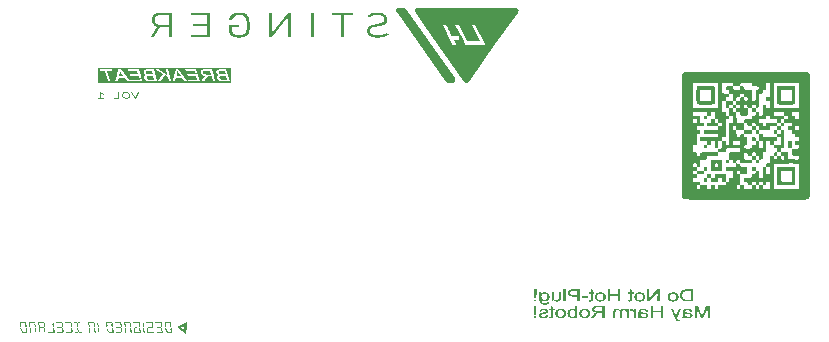
<source format=gbr>
%TF.GenerationSoftware,KiCad,Pcbnew,7.0.6*%
%TF.CreationDate,2024-03-05T03:08:34+00:00*%
%TF.ProjectId,LHS Breakbeat,4c485320-4272-4656-916b-626561742e6b,Vol 1*%
%TF.SameCoordinates,Original*%
%TF.FileFunction,Legend,Bot*%
%TF.FilePolarity,Positive*%
%FSLAX46Y46*%
G04 Gerber Fmt 4.6, Leading zero omitted, Abs format (unit mm)*
G04 Created by KiCad (PCBNEW 7.0.6) date 2024-03-05 03:08:34*
%MOMM*%
%LPD*%
G01*
G04 APERTURE LIST*
%ADD10C,0.000000*%
%ADD11C,0.120000*%
%ADD12C,0.200000*%
G04 APERTURE END LIST*
D10*
G36*
X130096027Y-123591137D02*
G01*
X130096962Y-123591162D01*
X130097892Y-123591215D01*
X130098815Y-123591297D01*
X130099732Y-123591409D01*
X130100641Y-123591548D01*
X130101543Y-123591715D01*
X130102436Y-123591911D01*
X130103319Y-123592134D01*
X130104193Y-123592385D01*
X130105057Y-123592662D01*
X130105910Y-123592968D01*
X130106751Y-123593299D01*
X130107581Y-123593657D01*
X130108398Y-123594041D01*
X130109201Y-123594451D01*
X130109991Y-123594887D01*
X130110766Y-123595349D01*
X130111526Y-123595836D01*
X130112271Y-123596347D01*
X130113000Y-123596884D01*
X130113712Y-123597445D01*
X130114406Y-123598031D01*
X130115083Y-123598641D01*
X130115741Y-123599274D01*
X130116379Y-123599931D01*
X130116999Y-123600611D01*
X130117599Y-123601315D01*
X130118177Y-123602041D01*
X130118734Y-123602790D01*
X130119268Y-123603562D01*
X130119781Y-123604355D01*
X130120270Y-123605170D01*
X130121098Y-123606722D01*
X130121818Y-123608318D01*
X130122433Y-123609953D01*
X130122940Y-123611621D01*
X130123341Y-123613317D01*
X130123633Y-123615034D01*
X130123818Y-123616767D01*
X130123895Y-123618510D01*
X130123864Y-123620257D01*
X130123723Y-123622003D01*
X130123475Y-123623740D01*
X130123117Y-123625465D01*
X130122649Y-123627171D01*
X130122073Y-123628852D01*
X130121386Y-123630502D01*
X130120590Y-123632115D01*
X130098907Y-123671317D01*
X130097937Y-123672916D01*
X130096872Y-123674440D01*
X130095717Y-123675888D01*
X130094476Y-123677253D01*
X130093155Y-123678531D01*
X130091759Y-123679720D01*
X130090292Y-123680814D01*
X130088758Y-123681810D01*
X130087164Y-123682704D01*
X130085512Y-123683490D01*
X130083810Y-123684167D01*
X130082059Y-123684729D01*
X130080268Y-123685171D01*
X130078438Y-123685492D01*
X130076577Y-123685685D01*
X130074687Y-123685747D01*
X129763168Y-123686553D01*
X129762164Y-123686529D01*
X129761168Y-123686478D01*
X129760180Y-123686400D01*
X129759201Y-123686293D01*
X129758230Y-123686157D01*
X129757269Y-123685992D01*
X129756315Y-123685797D01*
X129755371Y-123685570D01*
X129754437Y-123685311D01*
X129753513Y-123685020D01*
X129752598Y-123684694D01*
X129751695Y-123684335D01*
X129750802Y-123683940D01*
X129749919Y-123683509D01*
X129749049Y-123683041D01*
X129748189Y-123682536D01*
X129683263Y-123641351D01*
X129682552Y-123640903D01*
X129681853Y-123640429D01*
X129681169Y-123639930D01*
X129680498Y-123639408D01*
X129679843Y-123638863D01*
X129679206Y-123638297D01*
X129678585Y-123637712D01*
X129677982Y-123637108D01*
X129677400Y-123636489D01*
X129676837Y-123635854D01*
X129676297Y-123635205D01*
X129675779Y-123634544D01*
X129675285Y-123633871D01*
X129674815Y-123633190D01*
X129674371Y-123632500D01*
X129673954Y-123631804D01*
X129673274Y-123630553D01*
X129672665Y-123629282D01*
X129672127Y-123627993D01*
X129671658Y-123626688D01*
X129671258Y-123625371D01*
X129670927Y-123624042D01*
X129670664Y-123622706D01*
X129670468Y-123621363D01*
X129670338Y-123620018D01*
X129670274Y-123618672D01*
X129670275Y-123617327D01*
X129670340Y-123615987D01*
X129670469Y-123614653D01*
X129670662Y-123613327D01*
X129670916Y-123612015D01*
X129671232Y-123610715D01*
X129671609Y-123609432D01*
X129672047Y-123608168D01*
X129672544Y-123606925D01*
X129673101Y-123605706D01*
X129673715Y-123604513D01*
X129674388Y-123603349D01*
X129675117Y-123602216D01*
X129675902Y-123601117D01*
X129676744Y-123600054D01*
X129677640Y-123599029D01*
X129678590Y-123598045D01*
X129679594Y-123597106D01*
X129680651Y-123596211D01*
X129681760Y-123595366D01*
X129682921Y-123594571D01*
X129684132Y-123593829D01*
X129684927Y-123593386D01*
X129685732Y-123592968D01*
X129686549Y-123592575D01*
X129687376Y-123592209D01*
X129688213Y-123591868D01*
X129689059Y-123591554D01*
X129689914Y-123591267D01*
X129690777Y-123591007D01*
X129691648Y-123590774D01*
X129692524Y-123590569D01*
X129693408Y-123590393D01*
X129694297Y-123590245D01*
X129695191Y-123590127D01*
X129696090Y-123590037D01*
X129696993Y-123589977D01*
X129697898Y-123589947D01*
X130096027Y-123591137D01*
G37*
G36*
X177082056Y-110437742D02*
G01*
X177090918Y-110438348D01*
X177098564Y-110439190D01*
X177105098Y-110440280D01*
X177110616Y-110441636D01*
X177115213Y-110443266D01*
X177118992Y-110445188D01*
X177122050Y-110447414D01*
X177124484Y-110449956D01*
X177126396Y-110452828D01*
X177127883Y-110456046D01*
X177130518Y-110465808D01*
X177132664Y-110479629D01*
X177134332Y-110496892D01*
X177135544Y-110516977D01*
X177136650Y-110563137D01*
X177136116Y-110613157D01*
X177134069Y-110662087D01*
X177130638Y-110704975D01*
X177128446Y-110722604D01*
X177125954Y-110736867D01*
X177123184Y-110747144D01*
X177121697Y-110750595D01*
X177120148Y-110752815D01*
X177119089Y-110753745D01*
X177117803Y-110754650D01*
X177116287Y-110755528D01*
X177114547Y-110756384D01*
X177110402Y-110758018D01*
X177105396Y-110759550D01*
X177099546Y-110760974D01*
X177092880Y-110762289D01*
X177085418Y-110763492D01*
X177077189Y-110764581D01*
X177068209Y-110765550D01*
X177058507Y-110766400D01*
X177048103Y-110767128D01*
X177037024Y-110767729D01*
X177025289Y-110768202D01*
X177012925Y-110768542D01*
X176999952Y-110768749D01*
X176986398Y-110768817D01*
X176868614Y-110768817D01*
X176872384Y-110605465D01*
X176876116Y-110442110D01*
X176997865Y-110438310D01*
X177032494Y-110437411D01*
X177060294Y-110437185D01*
X177082056Y-110437742D01*
G37*
G36*
X137630522Y-97375304D02*
G01*
X137727604Y-97385873D01*
X137823199Y-97402845D01*
X137916376Y-97425885D01*
X137949581Y-97436057D01*
X137981655Y-97447451D01*
X138012600Y-97460057D01*
X138042417Y-97473885D01*
X138071102Y-97488925D01*
X138098657Y-97505181D01*
X138125084Y-97522653D01*
X138150382Y-97541341D01*
X138174550Y-97561247D01*
X138197590Y-97582368D01*
X138219499Y-97604705D01*
X138240279Y-97628257D01*
X138259930Y-97653028D01*
X138278456Y-97679012D01*
X138295849Y-97706214D01*
X138312115Y-97734632D01*
X138321927Y-97753879D01*
X138331145Y-97774413D01*
X138339770Y-97796225D01*
X138347803Y-97819323D01*
X138355241Y-97843699D01*
X138362087Y-97869361D01*
X138368339Y-97896305D01*
X138373997Y-97924531D01*
X138379060Y-97954041D01*
X138383531Y-97984831D01*
X138387407Y-98016908D01*
X138390689Y-98050265D01*
X138395471Y-98120833D01*
X138397878Y-98196531D01*
X138405479Y-98434230D01*
X138408711Y-98562381D01*
X138408141Y-98691735D01*
X138405624Y-98755690D01*
X138401195Y-98818536D01*
X138394529Y-98879803D01*
X138385304Y-98939024D01*
X138373201Y-98995728D01*
X138357899Y-99049445D01*
X138339076Y-99099711D01*
X138328241Y-99123402D01*
X138316408Y-99146051D01*
X138291735Y-99185525D01*
X138263457Y-99222629D01*
X138231803Y-99257380D01*
X138196988Y-99289785D01*
X138159239Y-99319858D01*
X138118775Y-99347609D01*
X138075819Y-99373055D01*
X138030590Y-99396202D01*
X137983314Y-99417065D01*
X137934208Y-99435654D01*
X137883497Y-99451985D01*
X137831401Y-99466064D01*
X137723940Y-99487525D01*
X137613603Y-99500134D01*
X137502158Y-99503982D01*
X137391382Y-99499167D01*
X137283047Y-99485789D01*
X137178923Y-99463931D01*
X137129001Y-99449856D01*
X137080792Y-99433699D01*
X137034524Y-99415472D01*
X136990420Y-99395182D01*
X136948696Y-99372849D01*
X136909581Y-99348481D01*
X136873289Y-99322089D01*
X136840047Y-99293686D01*
X136819674Y-99273717D01*
X136800568Y-99252996D01*
X136782697Y-99231558D01*
X136766019Y-99209431D01*
X136736094Y-99163246D01*
X136710492Y-99114694D01*
X136688914Y-99064033D01*
X136671059Y-99011517D01*
X136656627Y-98957397D01*
X136645316Y-98901934D01*
X136636828Y-98845376D01*
X136630859Y-98787986D01*
X136627111Y-98730013D01*
X136625283Y-98671711D01*
X136625071Y-98613337D01*
X136626181Y-98555149D01*
X136631150Y-98440338D01*
X136631488Y-98436861D01*
X136631736Y-98435205D01*
X136632041Y-98433603D01*
X136632397Y-98432057D01*
X136632807Y-98430569D01*
X136633272Y-98429134D01*
X136633790Y-98427757D01*
X136634363Y-98426436D01*
X136634987Y-98425170D01*
X136635671Y-98423963D01*
X136636404Y-98422809D01*
X136637191Y-98421713D01*
X136638033Y-98420672D01*
X136638930Y-98419689D01*
X136639879Y-98418760D01*
X136640882Y-98417888D01*
X136641940Y-98417074D01*
X136643051Y-98416313D01*
X136644215Y-98415609D01*
X136645432Y-98414962D01*
X136646706Y-98414372D01*
X136648033Y-98413836D01*
X136649415Y-98413358D01*
X136650847Y-98412936D01*
X136652335Y-98412569D01*
X136653876Y-98412260D01*
X136655474Y-98412006D01*
X136657120Y-98411808D01*
X136658823Y-98411669D01*
X136662392Y-98411555D01*
X137465507Y-98412166D01*
X137467879Y-98412205D01*
X137470179Y-98412317D01*
X137472403Y-98412507D01*
X137474550Y-98412769D01*
X137476623Y-98413107D01*
X137478620Y-98413525D01*
X137480544Y-98414013D01*
X137482390Y-98414578D01*
X137484161Y-98415219D01*
X137485857Y-98415933D01*
X137487478Y-98416727D01*
X137489024Y-98417595D01*
X137490494Y-98418534D01*
X137491889Y-98419555D01*
X137493207Y-98420646D01*
X137494451Y-98421817D01*
X137495620Y-98423058D01*
X137496713Y-98424377D01*
X137497732Y-98425774D01*
X137498673Y-98427242D01*
X137499540Y-98428787D01*
X137500331Y-98430408D01*
X137501048Y-98432104D01*
X137501688Y-98433874D01*
X137502254Y-98435724D01*
X137502746Y-98437644D01*
X137503158Y-98439639D01*
X137503499Y-98441712D01*
X137503762Y-98443862D01*
X137503951Y-98446085D01*
X137504063Y-98448384D01*
X137504101Y-98450758D01*
X137504101Y-98575112D01*
X137504067Y-98577299D01*
X137503963Y-98579419D01*
X137503791Y-98581469D01*
X137503547Y-98583446D01*
X137503235Y-98585356D01*
X137502855Y-98587195D01*
X137502404Y-98588966D01*
X137501883Y-98590666D01*
X137501295Y-98592298D01*
X137500636Y-98593859D01*
X137499908Y-98595353D01*
X137499111Y-98596776D01*
X137498243Y-98598129D01*
X137497308Y-98599411D01*
X137496303Y-98600626D01*
X137495228Y-98601772D01*
X137494083Y-98602845D01*
X137492867Y-98603852D01*
X137491584Y-98604787D01*
X137490231Y-98605654D01*
X137488809Y-98606453D01*
X137487318Y-98607181D01*
X137485755Y-98607839D01*
X137484126Y-98608429D01*
X137482424Y-98608947D01*
X137480653Y-98609398D01*
X137478816Y-98609781D01*
X137476903Y-98610092D01*
X137474925Y-98610333D01*
X137472878Y-98610508D01*
X137470759Y-98610611D01*
X137468572Y-98610646D01*
X136935612Y-98611257D01*
X136934267Y-98611299D01*
X136932939Y-98611398D01*
X136931625Y-98611556D01*
X136930326Y-98611771D01*
X136929046Y-98612040D01*
X136927787Y-98612366D01*
X136926548Y-98612742D01*
X136925330Y-98613173D01*
X136924139Y-98613651D01*
X136922972Y-98614180D01*
X136921833Y-98614757D01*
X136920724Y-98615379D01*
X136919644Y-98616049D01*
X136918595Y-98616761D01*
X136917579Y-98617520D01*
X136916596Y-98618317D01*
X136915651Y-98619154D01*
X136914746Y-98620032D01*
X136913875Y-98620949D01*
X136913047Y-98621901D01*
X136912263Y-98622889D01*
X136911520Y-98623912D01*
X136910823Y-98624968D01*
X136910172Y-98626056D01*
X136909568Y-98627174D01*
X136909016Y-98628321D01*
X136908513Y-98629499D01*
X136908063Y-98630701D01*
X136907668Y-98631929D01*
X136907327Y-98633183D01*
X136907044Y-98634457D01*
X136906820Y-98635758D01*
X136902283Y-98673168D01*
X136899351Y-98709689D01*
X136897993Y-98745307D01*
X136898199Y-98779999D01*
X136899945Y-98813751D01*
X136903214Y-98846538D01*
X136907985Y-98878348D01*
X136914238Y-98909158D01*
X136921955Y-98938953D01*
X136931117Y-98967712D01*
X136941703Y-98995417D01*
X136953695Y-99022051D01*
X136967073Y-99047593D01*
X136981815Y-99072025D01*
X136997906Y-99095331D01*
X137015327Y-99117490D01*
X137034053Y-99138485D01*
X137054070Y-99158295D01*
X137075354Y-99176904D01*
X137097889Y-99194294D01*
X137121658Y-99210442D01*
X137146635Y-99225337D01*
X137172805Y-99238954D01*
X137200147Y-99251276D01*
X137228643Y-99262285D01*
X137258272Y-99271963D01*
X137289015Y-99280292D01*
X137320855Y-99287253D01*
X137353769Y-99292825D01*
X137387739Y-99296993D01*
X137422746Y-99299737D01*
X137458767Y-99301040D01*
X137516187Y-99301156D01*
X137573134Y-99299442D01*
X137629281Y-99295558D01*
X137684297Y-99289170D01*
X137737859Y-99279937D01*
X137763990Y-99274152D01*
X137789635Y-99267528D01*
X137814748Y-99260025D01*
X137839295Y-99251598D01*
X137863230Y-99242209D01*
X137886511Y-99231814D01*
X137909103Y-99220373D01*
X137930961Y-99207839D01*
X137952043Y-99194173D01*
X137972306Y-99179333D01*
X137991717Y-99163277D01*
X138010228Y-99145960D01*
X138027798Y-99127344D01*
X138044389Y-99107382D01*
X138059962Y-99086037D01*
X138074469Y-99063261D01*
X138087873Y-99039017D01*
X138100135Y-99013264D01*
X138111209Y-98985953D01*
X138121056Y-98957046D01*
X138129637Y-98926501D01*
X138136909Y-98894276D01*
X138144715Y-98852057D01*
X138151429Y-98808100D01*
X138161575Y-98714977D01*
X138167355Y-98614903D01*
X138168771Y-98507881D01*
X138165818Y-98393913D01*
X138158503Y-98272991D01*
X138146825Y-98145120D01*
X138130788Y-98010301D01*
X138128099Y-97991680D01*
X138124915Y-97973489D01*
X138121244Y-97955729D01*
X138117087Y-97938397D01*
X138112439Y-97921501D01*
X138107301Y-97905029D01*
X138101675Y-97888992D01*
X138095561Y-97873385D01*
X138088961Y-97858209D01*
X138081871Y-97843464D01*
X138074294Y-97829149D01*
X138066230Y-97815264D01*
X138057677Y-97801813D01*
X138048638Y-97788789D01*
X138039111Y-97776196D01*
X138029097Y-97764036D01*
X138002347Y-97735259D01*
X137973543Y-97708769D01*
X137942843Y-97684565D01*
X137910411Y-97662641D01*
X137876395Y-97642999D01*
X137840960Y-97625631D01*
X137804267Y-97610536D01*
X137766464Y-97597717D01*
X137727719Y-97587161D01*
X137688184Y-97578875D01*
X137648023Y-97572851D01*
X137607388Y-97569087D01*
X137566441Y-97567581D01*
X137525338Y-97568329D01*
X137484239Y-97571331D01*
X137443300Y-97576581D01*
X137402683Y-97584080D01*
X137362541Y-97593821D01*
X137323036Y-97605805D01*
X137284323Y-97620029D01*
X137246565Y-97636486D01*
X137209916Y-97655181D01*
X137174535Y-97676102D01*
X137140581Y-97699255D01*
X137108210Y-97724631D01*
X137077583Y-97752232D01*
X137048859Y-97782052D01*
X137022193Y-97814089D01*
X136997743Y-97848341D01*
X136975671Y-97884804D01*
X136956131Y-97923477D01*
X136939282Y-97964357D01*
X136937583Y-97968441D01*
X136935703Y-97972268D01*
X136933639Y-97975835D01*
X136931393Y-97979141D01*
X136928965Y-97982189D01*
X136926356Y-97984978D01*
X136923566Y-97987510D01*
X136920594Y-97989781D01*
X136917439Y-97991794D01*
X136914102Y-97993548D01*
X136910587Y-97995045D01*
X136906887Y-97996285D01*
X136903007Y-97997265D01*
X136898945Y-97997988D01*
X136894701Y-97998457D01*
X136890279Y-97998666D01*
X136678931Y-98002948D01*
X136677089Y-98002960D01*
X136675320Y-98002911D01*
X136673623Y-98002803D01*
X136671998Y-98002638D01*
X136670443Y-98002414D01*
X136668963Y-98002131D01*
X136667551Y-98001789D01*
X136666215Y-98001388D01*
X136664950Y-98000928D01*
X136663755Y-98000409D01*
X136662633Y-97999833D01*
X136661583Y-97999197D01*
X136660606Y-97998501D01*
X136659700Y-97997749D01*
X136658865Y-97996936D01*
X136658103Y-97996065D01*
X136657412Y-97995136D01*
X136656795Y-97994148D01*
X136656246Y-97993101D01*
X136655772Y-97991995D01*
X136655367Y-97990834D01*
X136655036Y-97989609D01*
X136654775Y-97988326D01*
X136654586Y-97986988D01*
X136654469Y-97985589D01*
X136654423Y-97984132D01*
X136654451Y-97982617D01*
X136654547Y-97981043D01*
X136654716Y-97979409D01*
X136654958Y-97977718D01*
X136655271Y-97975969D01*
X136655653Y-97974161D01*
X136670226Y-97921100D01*
X136687561Y-97870779D01*
X136707540Y-97823153D01*
X136730053Y-97778186D01*
X136754979Y-97735830D01*
X136782202Y-97696046D01*
X136811610Y-97658790D01*
X136843081Y-97624022D01*
X136876503Y-97591697D01*
X136911758Y-97561774D01*
X136948731Y-97534212D01*
X136987307Y-97508968D01*
X137027369Y-97486000D01*
X137068798Y-97465262D01*
X137111483Y-97446720D01*
X137155303Y-97430326D01*
X137245893Y-97403813D01*
X137339639Y-97385393D01*
X137435610Y-97374725D01*
X137532883Y-97371477D01*
X137630522Y-97375304D01*
G37*
G36*
X177802900Y-106545227D02*
G01*
X177803114Y-106606322D01*
X177803725Y-106630966D01*
X177804971Y-106652046D01*
X177807082Y-106669841D01*
X177808531Y-106677593D01*
X177810283Y-106684629D01*
X177812365Y-106690980D01*
X177814802Y-106696686D01*
X177817628Y-106701778D01*
X177820870Y-106706294D01*
X177824551Y-106710266D01*
X177828707Y-106713728D01*
X177833360Y-106716718D01*
X177838543Y-106719268D01*
X177844280Y-106721416D01*
X177850606Y-106723193D01*
X177857542Y-106724636D01*
X177865121Y-106725780D01*
X177882316Y-106727307D01*
X177902418Y-106728053D01*
X177952252Y-106728317D01*
X178069600Y-106728317D01*
X178069600Y-106995350D01*
X177142816Y-106988349D01*
X177142816Y-106734984D01*
X177288702Y-106731185D01*
X177349454Y-106729472D01*
X177373873Y-106728256D01*
X177394710Y-106726419D01*
X177403878Y-106725173D01*
X177412261Y-106723665D01*
X177419897Y-106721855D01*
X177426820Y-106719708D01*
X177433069Y-106717188D01*
X177438679Y-106714260D01*
X177443689Y-106710887D01*
X177448134Y-106707032D01*
X177452051Y-106702659D01*
X177455476Y-106697730D01*
X177458448Y-106692214D01*
X177461002Y-106686070D01*
X177463174Y-106679266D01*
X177465001Y-106671761D01*
X177466524Y-106663524D01*
X177467772Y-106654515D01*
X177469607Y-106634040D01*
X177470797Y-106610050D01*
X177472426Y-106550361D01*
X177476192Y-106401609D01*
X177639545Y-106397876D01*
X177802900Y-106394108D01*
X177802900Y-106545227D01*
G37*
G36*
X123775991Y-123589854D02*
G01*
X123776869Y-123589888D01*
X123777741Y-123589953D01*
X123778609Y-123590046D01*
X123779469Y-123590168D01*
X123780324Y-123590319D01*
X123781170Y-123590497D01*
X123782009Y-123590703D01*
X123782839Y-123590937D01*
X123783660Y-123591198D01*
X123784470Y-123591484D01*
X123785269Y-123591798D01*
X123786058Y-123592137D01*
X123786835Y-123592501D01*
X123787599Y-123592891D01*
X123788350Y-123593305D01*
X123789087Y-123593745D01*
X123789810Y-123594207D01*
X123790518Y-123594693D01*
X123791210Y-123595203D01*
X123791886Y-123595735D01*
X123792545Y-123596290D01*
X123793187Y-123596868D01*
X123793810Y-123597467D01*
X123794415Y-123598087D01*
X123795000Y-123598728D01*
X123795566Y-123599390D01*
X123796110Y-123600073D01*
X123796634Y-123600775D01*
X123797135Y-123601497D01*
X123797614Y-123602238D01*
X123798070Y-123602997D01*
X123798600Y-123603962D01*
X123799088Y-123604941D01*
X123799530Y-123605934D01*
X123799931Y-123606937D01*
X123800287Y-123607952D01*
X123800601Y-123608976D01*
X123800871Y-123610007D01*
X123801099Y-123611046D01*
X123801284Y-123612089D01*
X123801426Y-123613137D01*
X123801585Y-123615238D01*
X123801575Y-123617339D01*
X123801397Y-123619429D01*
X123801053Y-123621498D01*
X123800546Y-123623535D01*
X123799874Y-123625530D01*
X123799476Y-123626508D01*
X123799039Y-123627471D01*
X123798561Y-123628419D01*
X123798044Y-123629349D01*
X123797486Y-123630261D01*
X123796889Y-123631153D01*
X123796251Y-123632023D01*
X123795574Y-123632872D01*
X123794858Y-123633696D01*
X123794102Y-123634495D01*
X123750440Y-123678697D01*
X123749516Y-123679608D01*
X123748545Y-123680471D01*
X123747534Y-123681284D01*
X123746483Y-123682045D01*
X123745395Y-123682754D01*
X123744276Y-123683409D01*
X123743127Y-123684007D01*
X123741951Y-123684548D01*
X123740751Y-123685032D01*
X123739532Y-123685455D01*
X123738296Y-123685816D01*
X123737046Y-123686114D01*
X123735786Y-123686349D01*
X123734517Y-123686517D01*
X123733245Y-123686618D01*
X123731971Y-123686651D01*
X123657807Y-123687414D01*
X123656953Y-123687393D01*
X123656095Y-123687344D01*
X123655235Y-123687270D01*
X123654374Y-123687167D01*
X123653513Y-123687038D01*
X123652653Y-123686883D01*
X123651797Y-123686700D01*
X123650945Y-123686490D01*
X123650098Y-123686253D01*
X123649258Y-123685989D01*
X123648426Y-123685697D01*
X123647604Y-123685378D01*
X123646792Y-123685033D01*
X123645992Y-123684659D01*
X123645206Y-123684258D01*
X123644435Y-123683830D01*
X123570417Y-123640209D01*
X123569742Y-123639754D01*
X123569078Y-123639280D01*
X123568425Y-123638788D01*
X123567785Y-123638277D01*
X123567159Y-123637749D01*
X123566547Y-123637203D01*
X123565950Y-123636640D01*
X123565368Y-123636060D01*
X123564803Y-123635463D01*
X123564257Y-123634848D01*
X123563727Y-123634218D01*
X123563217Y-123633570D01*
X123562727Y-123632907D01*
X123562257Y-123632227D01*
X123561809Y-123631531D01*
X123561383Y-123630821D01*
X123560741Y-123629641D01*
X123560165Y-123628442D01*
X123559656Y-123627226D01*
X123559212Y-123625996D01*
X123558833Y-123624754D01*
X123558518Y-123623501D01*
X123558267Y-123622242D01*
X123558079Y-123620976D01*
X123557953Y-123619708D01*
X123557889Y-123618439D01*
X123557887Y-123617172D01*
X123557945Y-123615909D01*
X123558064Y-123614652D01*
X123558242Y-123613403D01*
X123558480Y-123612165D01*
X123558775Y-123610941D01*
X123559128Y-123609731D01*
X123559539Y-123608538D01*
X123560007Y-123607366D01*
X123560531Y-123606216D01*
X123561110Y-123605091D01*
X123561744Y-123603993D01*
X123562433Y-123602923D01*
X123563175Y-123601885D01*
X123563971Y-123600880D01*
X123564819Y-123599911D01*
X123565719Y-123598981D01*
X123566671Y-123598092D01*
X123567674Y-123597244D01*
X123568727Y-123596442D01*
X123569829Y-123595687D01*
X123570981Y-123594983D01*
X123571688Y-123594590D01*
X123572408Y-123594221D01*
X123573140Y-123593875D01*
X123573882Y-123593552D01*
X123574636Y-123593253D01*
X123575399Y-123592976D01*
X123576173Y-123592724D01*
X123576955Y-123592495D01*
X123577745Y-123592290D01*
X123578543Y-123592109D01*
X123579349Y-123591952D01*
X123580161Y-123591819D01*
X123580978Y-123591709D01*
X123581801Y-123591625D01*
X123582629Y-123591564D01*
X123583460Y-123591528D01*
X123775109Y-123589849D01*
X123775991Y-123589854D01*
G37*
G36*
X123340041Y-124069141D02*
G01*
X123342051Y-124069336D01*
X123344046Y-124069626D01*
X123346023Y-124070009D01*
X123347981Y-124070485D01*
X123349911Y-124071054D01*
X123351815Y-124071713D01*
X123353685Y-124072463D01*
X123355520Y-124073302D01*
X123357315Y-124074229D01*
X123359067Y-124075243D01*
X123360772Y-124076344D01*
X123362427Y-124077529D01*
X123364027Y-124078798D01*
X123365570Y-124080150D01*
X123367050Y-124081584D01*
X123368466Y-124083099D01*
X123369813Y-124084694D01*
X123371088Y-124086367D01*
X123372286Y-124088119D01*
X123373405Y-124089947D01*
X123373935Y-124090894D01*
X123374441Y-124091852D01*
X123374922Y-124092822D01*
X123375377Y-124093802D01*
X123375806Y-124094794D01*
X123376209Y-124095795D01*
X123376586Y-124096805D01*
X123376936Y-124097825D01*
X123377259Y-124098853D01*
X123377556Y-124099890D01*
X123377825Y-124100935D01*
X123378066Y-124101986D01*
X123378280Y-124103045D01*
X123378465Y-124104110D01*
X123378623Y-124105181D01*
X123378752Y-124106257D01*
X123415161Y-124441077D01*
X123415149Y-124441194D01*
X123415144Y-124441307D01*
X123415145Y-124441416D01*
X123415151Y-124441522D01*
X123415160Y-124441626D01*
X123415173Y-124441728D01*
X123415202Y-124441928D01*
X123415231Y-124442126D01*
X123415242Y-124442227D01*
X123415250Y-124442328D01*
X123415254Y-124442431D01*
X123415253Y-124442536D01*
X123415245Y-124442644D01*
X123415230Y-124442756D01*
X123415305Y-124444802D01*
X123415277Y-124446829D01*
X123415148Y-124448833D01*
X123414921Y-124450812D01*
X123414598Y-124452763D01*
X123414182Y-124454684D01*
X123413674Y-124456573D01*
X123413078Y-124458425D01*
X123412395Y-124460239D01*
X123411628Y-124462012D01*
X123410780Y-124463740D01*
X123409851Y-124465423D01*
X123408846Y-124467056D01*
X123407766Y-124468638D01*
X123406614Y-124470164D01*
X123405392Y-124471634D01*
X123404102Y-124473043D01*
X123402746Y-124474390D01*
X123401327Y-124475671D01*
X123399848Y-124476884D01*
X123398310Y-124478027D01*
X123396716Y-124479097D01*
X123395069Y-124480089D01*
X123393369Y-124481003D01*
X123391622Y-124481836D01*
X123389827Y-124482584D01*
X123387988Y-124483246D01*
X123386107Y-124483818D01*
X123384186Y-124484298D01*
X123382229Y-124484682D01*
X123380236Y-124484969D01*
X123378210Y-124485157D01*
X123378117Y-124485150D01*
X123378017Y-124485147D01*
X123377799Y-124485149D01*
X123377318Y-124485170D01*
X123377072Y-124485179D01*
X123376833Y-124485184D01*
X123376719Y-124485182D01*
X123376609Y-124485178D01*
X123376506Y-124485169D01*
X123376409Y-124485157D01*
X122902055Y-124491352D01*
X122901959Y-124491340D01*
X122901855Y-124491331D01*
X122901746Y-124491325D01*
X122901631Y-124491323D01*
X122901391Y-124491323D01*
X122901142Y-124491328D01*
X122900892Y-124491331D01*
X122900648Y-124491328D01*
X122900532Y-124491323D01*
X122900419Y-124491314D01*
X122900312Y-124491302D01*
X122900212Y-124491285D01*
X122899113Y-124491176D01*
X122898033Y-124491014D01*
X122896970Y-124490800D01*
X122895928Y-124490536D01*
X122894907Y-124490223D01*
X122893910Y-124489862D01*
X122892936Y-124489456D01*
X122891988Y-124489006D01*
X122891066Y-124488512D01*
X122890173Y-124487976D01*
X122889309Y-124487401D01*
X122888475Y-124486786D01*
X122887674Y-124486134D01*
X122886906Y-124485447D01*
X122886174Y-124484725D01*
X122885477Y-124483969D01*
X122884817Y-124483183D01*
X122884197Y-124482367D01*
X122883615Y-124481521D01*
X122883077Y-124480649D01*
X122882580Y-124479751D01*
X122882128Y-124478828D01*
X122881721Y-124477883D01*
X122881361Y-124476916D01*
X122881049Y-124475929D01*
X122880785Y-124474924D01*
X122880573Y-124473901D01*
X122880413Y-124472863D01*
X122880307Y-124471811D01*
X122880255Y-124470746D01*
X122880259Y-124469669D01*
X122880321Y-124468583D01*
X122880450Y-124467630D01*
X122880578Y-124466672D01*
X122882309Y-124458594D01*
X122884553Y-124450982D01*
X122887311Y-124443837D01*
X122888882Y-124440440D01*
X122890581Y-124437159D01*
X122892410Y-124433995D01*
X122894366Y-124430947D01*
X122896451Y-124428017D01*
X122898663Y-124425202D01*
X122901004Y-124422505D01*
X122903473Y-124419925D01*
X122906071Y-124417460D01*
X122908797Y-124415113D01*
X122911651Y-124412882D01*
X122914633Y-124410767D01*
X122917744Y-124408770D01*
X122920983Y-124406889D01*
X122927846Y-124403478D01*
X122935223Y-124400533D01*
X122943112Y-124398055D01*
X122951514Y-124396044D01*
X122960430Y-124394499D01*
X122969858Y-124393421D01*
X122998864Y-124391385D01*
X123030641Y-124390037D01*
X123065190Y-124389377D01*
X123102510Y-124389407D01*
X123142602Y-124390125D01*
X123185465Y-124391531D01*
X123231099Y-124393627D01*
X123279505Y-124396412D01*
X123281681Y-124396603D01*
X123283806Y-124396886D01*
X123285882Y-124397261D01*
X123287907Y-124397726D01*
X123289884Y-124398284D01*
X123291815Y-124398931D01*
X123293699Y-124399669D01*
X123295538Y-124400496D01*
X123297333Y-124401412D01*
X123299085Y-124402417D01*
X123300795Y-124403509D01*
X123302465Y-124404689D01*
X123304094Y-124405956D01*
X123305684Y-124407310D01*
X123307238Y-124408750D01*
X123308754Y-124410275D01*
X123326568Y-124429375D01*
X123328082Y-124430988D01*
X123329435Y-124432358D01*
X123330630Y-124433485D01*
X123331667Y-124434368D01*
X123332126Y-124434718D01*
X123332547Y-124435007D01*
X123332928Y-124435234D01*
X123333270Y-124435400D01*
X123333575Y-124435504D01*
X123333840Y-124435547D01*
X123334066Y-124435529D01*
X123334254Y-124435448D01*
X123334404Y-124435306D01*
X123334515Y-124435102D01*
X123334590Y-124434836D01*
X123334625Y-124434509D01*
X123334623Y-124434119D01*
X123334584Y-124433667D01*
X123334506Y-124433153D01*
X123334391Y-124432577D01*
X123334050Y-124431236D01*
X123333561Y-124429646D01*
X123332924Y-124427805D01*
X123332141Y-124425713D01*
X123325308Y-124407334D01*
X123319029Y-124388873D01*
X123313304Y-124370330D01*
X123308133Y-124351705D01*
X123303513Y-124332998D01*
X123299444Y-124314211D01*
X123295925Y-124295343D01*
X123292954Y-124276396D01*
X123290531Y-124257369D01*
X123288654Y-124238264D01*
X123287324Y-124219081D01*
X123286538Y-124199819D01*
X123286296Y-124180481D01*
X123286596Y-124161065D01*
X123287438Y-124141574D01*
X123288820Y-124122007D01*
X123289160Y-124119041D01*
X123289673Y-124116038D01*
X123290349Y-124113016D01*
X123291180Y-124109990D01*
X123292154Y-124106975D01*
X123293264Y-124103989D01*
X123294501Y-124101046D01*
X123295853Y-124098163D01*
X123297314Y-124095356D01*
X123298872Y-124092641D01*
X123300519Y-124090033D01*
X123302245Y-124087550D01*
X123304042Y-124085206D01*
X123305899Y-124083018D01*
X123307807Y-124081001D01*
X123309758Y-124079173D01*
X123310545Y-124078513D01*
X123311321Y-124077888D01*
X123312093Y-124077294D01*
X123312868Y-124076726D01*
X123313656Y-124076179D01*
X123314463Y-124075648D01*
X123315297Y-124075127D01*
X123316166Y-124074613D01*
X123318059Y-124073584D01*
X123319981Y-124072663D01*
X123321929Y-124071848D01*
X123323900Y-124071141D01*
X123325890Y-124070536D01*
X123327895Y-124070035D01*
X123329912Y-124069636D01*
X123331937Y-124069338D01*
X123333965Y-124069141D01*
X123335994Y-124069044D01*
X123338021Y-124069044D01*
X123340041Y-124069141D01*
G37*
G36*
X121045328Y-124063101D02*
G01*
X121046897Y-124063172D01*
X121048460Y-124063308D01*
X121050017Y-124063507D01*
X121051566Y-124063769D01*
X121053104Y-124064094D01*
X121054629Y-124064482D01*
X121056140Y-124064932D01*
X121057634Y-124065443D01*
X121059110Y-124066016D01*
X121060564Y-124066651D01*
X121061996Y-124067346D01*
X121063404Y-124068100D01*
X121064784Y-124068916D01*
X121066136Y-124069791D01*
X121067457Y-124070725D01*
X121068745Y-124071716D01*
X121069999Y-124072769D01*
X121071215Y-124073878D01*
X121072393Y-124075046D01*
X121075792Y-124078694D01*
X121078983Y-124082495D01*
X121081967Y-124086448D01*
X121084743Y-124090552D01*
X121087312Y-124094807D01*
X121089675Y-124099213D01*
X121091832Y-124103770D01*
X121093784Y-124108477D01*
X121095531Y-124113334D01*
X121097074Y-124118341D01*
X121098413Y-124123498D01*
X121099548Y-124128803D01*
X121100481Y-124134257D01*
X121101212Y-124139859D01*
X121101740Y-124145610D01*
X121102068Y-124151509D01*
X121103911Y-124188833D01*
X121106523Y-124226134D01*
X121113199Y-124300790D01*
X121120386Y-124375747D01*
X121123637Y-124413422D01*
X121126374Y-124451272D01*
X121126416Y-124452328D01*
X121126422Y-124453380D01*
X121126392Y-124454426D01*
X121126326Y-124455467D01*
X121126226Y-124456501D01*
X121126091Y-124457527D01*
X121125920Y-124458544D01*
X121125717Y-124459552D01*
X121125479Y-124460550D01*
X121125209Y-124461537D01*
X121124905Y-124462513D01*
X121124569Y-124463476D01*
X121124201Y-124464425D01*
X121123800Y-124465360D01*
X121123369Y-124466281D01*
X121122906Y-124467185D01*
X121122413Y-124468075D01*
X121121889Y-124468946D01*
X121121336Y-124469799D01*
X121120752Y-124470634D01*
X121120140Y-124471448D01*
X121119499Y-124472243D01*
X121118829Y-124473016D01*
X121118131Y-124473768D01*
X121117405Y-124474496D01*
X121116653Y-124475201D01*
X121115872Y-124475882D01*
X121115066Y-124476538D01*
X121114233Y-124477168D01*
X121113374Y-124477770D01*
X121112490Y-124478346D01*
X121111580Y-124478893D01*
X121110234Y-124479625D01*
X121108866Y-124480281D01*
X121107480Y-124480861D01*
X121106079Y-124481366D01*
X121104665Y-124481796D01*
X121103239Y-124482153D01*
X121101806Y-124482437D01*
X121100367Y-124482649D01*
X121098926Y-124482788D01*
X121097484Y-124482858D01*
X121096045Y-124482857D01*
X121094611Y-124482788D01*
X121093184Y-124482650D01*
X121091767Y-124482445D01*
X121090363Y-124482171D01*
X121088974Y-124481832D01*
X121087603Y-124481428D01*
X121086252Y-124480958D01*
X121084925Y-124480425D01*
X121083622Y-124479828D01*
X121082348Y-124479169D01*
X121081105Y-124478447D01*
X121079895Y-124477666D01*
X121078721Y-124476823D01*
X121077585Y-124475920D01*
X121076490Y-124474959D01*
X121075439Y-124473940D01*
X121074434Y-124472863D01*
X121073477Y-124471730D01*
X121072572Y-124470541D01*
X121071721Y-124469296D01*
X121070927Y-124467997D01*
X121070613Y-124467456D01*
X121070301Y-124466910D01*
X121059452Y-124445038D01*
X121049521Y-124422992D01*
X121040507Y-124400774D01*
X121032408Y-124378384D01*
X121025224Y-124355822D01*
X121018956Y-124333089D01*
X121013602Y-124310185D01*
X121009161Y-124287109D01*
X121005635Y-124263863D01*
X121003022Y-124240445D01*
X121001321Y-124216858D01*
X121000531Y-124193101D01*
X121000652Y-124169173D01*
X121001685Y-124145076D01*
X121003628Y-124120810D01*
X121006481Y-124096375D01*
X121006807Y-124094197D01*
X121007264Y-124092053D01*
X121007846Y-124089947D01*
X121008552Y-124087884D01*
X121009379Y-124085868D01*
X121010322Y-124083904D01*
X121011379Y-124081997D01*
X121012546Y-124080151D01*
X121013820Y-124078371D01*
X121015198Y-124076662D01*
X121016675Y-124075028D01*
X121018250Y-124073474D01*
X121019918Y-124072004D01*
X121021678Y-124070625D01*
X121023524Y-124069338D01*
X121025453Y-124068150D01*
X121026896Y-124067358D01*
X121028360Y-124066635D01*
X121029844Y-124065979D01*
X121031346Y-124065392D01*
X121032864Y-124064872D01*
X121034396Y-124064419D01*
X121035938Y-124064033D01*
X121037491Y-124063714D01*
X121039051Y-124063461D01*
X121040617Y-124063273D01*
X121042187Y-124063150D01*
X121043758Y-124063093D01*
X121045328Y-124063101D01*
G37*
G36*
X128989540Y-124389548D02*
G01*
X128996278Y-124389886D01*
X129002923Y-124390453D01*
X129009467Y-124391245D01*
X129015901Y-124392255D01*
X129022217Y-124393478D01*
X129028406Y-124394907D01*
X129034459Y-124396537D01*
X129040368Y-124398362D01*
X129046123Y-124400375D01*
X129051717Y-124402571D01*
X129057139Y-124404944D01*
X129062384Y-124407488D01*
X129067440Y-124410197D01*
X129072300Y-124413065D01*
X129076955Y-124416087D01*
X129081396Y-124419256D01*
X129085614Y-124422566D01*
X129089601Y-124426012D01*
X129093349Y-124429586D01*
X129096848Y-124433285D01*
X129100089Y-124437102D01*
X129103065Y-124441030D01*
X129105767Y-124445065D01*
X129108186Y-124449199D01*
X129110312Y-124453426D01*
X129112138Y-124457743D01*
X129113655Y-124462141D01*
X129114854Y-124466615D01*
X129115727Y-124471160D01*
X129116264Y-124475770D01*
X129116458Y-124480437D01*
X129116326Y-124484125D01*
X129116325Y-124484378D01*
X129116315Y-124484630D01*
X129116296Y-124484881D01*
X129116271Y-124485130D01*
X129116238Y-124485379D01*
X129116197Y-124485625D01*
X129116091Y-124486112D01*
X129115957Y-124486589D01*
X129115793Y-124487056D01*
X129115601Y-124487509D01*
X129115494Y-124487731D01*
X129115381Y-124487948D01*
X129115260Y-124488161D01*
X129115133Y-124488371D01*
X129114999Y-124488575D01*
X129114859Y-124488776D01*
X129114712Y-124488971D01*
X129114559Y-124489162D01*
X129114399Y-124489347D01*
X129114233Y-124489526D01*
X129114061Y-124489700D01*
X129113883Y-124489868D01*
X129113698Y-124490030D01*
X129113508Y-124490186D01*
X129113311Y-124490335D01*
X129113109Y-124490477D01*
X129112902Y-124490613D01*
X129112688Y-124490741D01*
X129112476Y-124490859D01*
X129112260Y-124490968D01*
X129112039Y-124491070D01*
X129111813Y-124491163D01*
X129111585Y-124491247D01*
X129111353Y-124491323D01*
X129111117Y-124491391D01*
X129110878Y-124491449D01*
X129110637Y-124491500D01*
X129110392Y-124491540D01*
X129110146Y-124491572D01*
X129109896Y-124491595D01*
X129109645Y-124491608D01*
X129109392Y-124491611D01*
X129109136Y-124491605D01*
X129108879Y-124491590D01*
X128661756Y-124492463D01*
X128661513Y-124492470D01*
X128661270Y-124492468D01*
X128661028Y-124492455D01*
X128660786Y-124492432D01*
X128660545Y-124492400D01*
X128660305Y-124492360D01*
X128660067Y-124492310D01*
X128659830Y-124492251D01*
X128659594Y-124492184D01*
X128659362Y-124492109D01*
X128659132Y-124492026D01*
X128658905Y-124491935D01*
X128658681Y-124491837D01*
X128658460Y-124491732D01*
X128658243Y-124491620D01*
X128658030Y-124491502D01*
X128657616Y-124491245D01*
X128657221Y-124490966D01*
X128656846Y-124490665D01*
X128656495Y-124490344D01*
X128656170Y-124490006D01*
X128656017Y-124489832D01*
X128655871Y-124489654D01*
X128655733Y-124489472D01*
X128655602Y-124489288D01*
X128655480Y-124489100D01*
X128655365Y-124488910D01*
X128655224Y-124488659D01*
X128655095Y-124488411D01*
X128654977Y-124488166D01*
X128654869Y-124487922D01*
X128654772Y-124487681D01*
X128654685Y-124487441D01*
X128654607Y-124487202D01*
X128654539Y-124486963D01*
X128654480Y-124486724D01*
X128654429Y-124486485D01*
X128654387Y-124486245D01*
X128654353Y-124486004D01*
X128654326Y-124485761D01*
X128654308Y-124485515D01*
X128654296Y-124485267D01*
X128654290Y-124485016D01*
X128654223Y-124480987D01*
X128654406Y-124476344D01*
X128654931Y-124471757D01*
X128655790Y-124467232D01*
X128656973Y-124462774D01*
X128658472Y-124458389D01*
X128660280Y-124454083D01*
X128662386Y-124449863D01*
X128664783Y-124445734D01*
X128667462Y-124441703D01*
X128670415Y-124437775D01*
X128673633Y-124433956D01*
X128677107Y-124430253D01*
X128684791Y-124423217D01*
X128693399Y-124416714D01*
X128702863Y-124410793D01*
X128713114Y-124405502D01*
X128724084Y-124400888D01*
X128735705Y-124397001D01*
X128747908Y-124393886D01*
X128760627Y-124391594D01*
X128773790Y-124390172D01*
X128787331Y-124389667D01*
X128982582Y-124389527D01*
X128982719Y-124389447D01*
X128989540Y-124389548D01*
G37*
G36*
X129468513Y-124064068D02*
G01*
X129468799Y-124064085D01*
X129469082Y-124064112D01*
X129469363Y-124064149D01*
X129469643Y-124064197D01*
X129469919Y-124064254D01*
X129470193Y-124064320D01*
X129470463Y-124064397D01*
X129470730Y-124064483D01*
X129470994Y-124064578D01*
X129471253Y-124064683D01*
X129471508Y-124064798D01*
X129471759Y-124064921D01*
X129472005Y-124065054D01*
X129472246Y-124065195D01*
X129472482Y-124065346D01*
X129472711Y-124065505D01*
X129472936Y-124065673D01*
X129473154Y-124065850D01*
X129473366Y-124066036D01*
X129473571Y-124066230D01*
X129473769Y-124066431D01*
X129473961Y-124066641D01*
X129474144Y-124066860D01*
X129474319Y-124067087D01*
X129474487Y-124067322D01*
X129474648Y-124067564D01*
X129474799Y-124067814D01*
X129474872Y-124067946D01*
X129474946Y-124068088D01*
X129475020Y-124068237D01*
X129475092Y-124068394D01*
X129475232Y-124068725D01*
X129475299Y-124068897D01*
X129475362Y-124069072D01*
X129475422Y-124069249D01*
X129475477Y-124069428D01*
X129475528Y-124069606D01*
X129475574Y-124069784D01*
X129475614Y-124069960D01*
X129475648Y-124070132D01*
X129475675Y-124070300D01*
X129475695Y-124070464D01*
X129527587Y-124467337D01*
X129527643Y-124467721D01*
X129527677Y-124468101D01*
X129527693Y-124468476D01*
X129527689Y-124468846D01*
X129527666Y-124469210D01*
X129527625Y-124469569D01*
X129527565Y-124469922D01*
X129527488Y-124470269D01*
X129527394Y-124470608D01*
X129527284Y-124470941D01*
X129527157Y-124471267D01*
X129527015Y-124471584D01*
X129526857Y-124471894D01*
X129526685Y-124472195D01*
X129526499Y-124472487D01*
X129526299Y-124472770D01*
X129526084Y-124473043D01*
X129525858Y-124473307D01*
X129525619Y-124473560D01*
X129525369Y-124473803D01*
X129525106Y-124474034D01*
X129524833Y-124474255D01*
X129524550Y-124474464D01*
X129524256Y-124474661D01*
X129523953Y-124474846D01*
X129523640Y-124475017D01*
X129523319Y-124475176D01*
X129522990Y-124475321D01*
X129522653Y-124475453D01*
X129522309Y-124475570D01*
X129521958Y-124475674D01*
X129521600Y-124475761D01*
X129516892Y-124476225D01*
X129516823Y-124476262D01*
X129516754Y-124476299D01*
X129512142Y-124476729D01*
X129507546Y-124476846D01*
X129502974Y-124476655D01*
X129498433Y-124476163D01*
X129493929Y-124475378D01*
X129489469Y-124474307D01*
X129485060Y-124472956D01*
X129480708Y-124471333D01*
X129476421Y-124469443D01*
X129472206Y-124467294D01*
X129468069Y-124464894D01*
X129464017Y-124462249D01*
X129460057Y-124459364D01*
X129456195Y-124456250D01*
X129452439Y-124452910D01*
X129448794Y-124449354D01*
X129445269Y-124445587D01*
X129441870Y-124441616D01*
X129435477Y-124433092D01*
X129429668Y-124423836D01*
X129424499Y-124413905D01*
X129420024Y-124403353D01*
X129416298Y-124392236D01*
X129414732Y-124386482D01*
X129413374Y-124380609D01*
X129412230Y-124374622D01*
X129411308Y-124368527D01*
X129388684Y-124196204D01*
X129388000Y-124190078D01*
X129387557Y-124183998D01*
X129387351Y-124177972D01*
X129387376Y-124172011D01*
X129387628Y-124166121D01*
X129388102Y-124160311D01*
X129388793Y-124154590D01*
X129389697Y-124148965D01*
X129390808Y-124143446D01*
X129392121Y-124138041D01*
X129393633Y-124132758D01*
X129395338Y-124127605D01*
X129397231Y-124122592D01*
X129399308Y-124117726D01*
X129401563Y-124113016D01*
X129403992Y-124108469D01*
X129406590Y-124104096D01*
X129409352Y-124099904D01*
X129412273Y-124095901D01*
X129415350Y-124092096D01*
X129418575Y-124088498D01*
X129421945Y-124085114D01*
X129425456Y-124081954D01*
X129429102Y-124079024D01*
X129432878Y-124076335D01*
X129436779Y-124073894D01*
X129440802Y-124071711D01*
X129444940Y-124069794D01*
X129449190Y-124068148D01*
X129453546Y-124066785D01*
X129458003Y-124065712D01*
X129462557Y-124064939D01*
X129467069Y-124064139D01*
X129467359Y-124064104D01*
X129467649Y-124064079D01*
X129467938Y-124064065D01*
X129468226Y-124064062D01*
X129468513Y-124064068D01*
G37*
G36*
X181179814Y-110437738D02*
G01*
X181190948Y-110438328D01*
X181200474Y-110439157D01*
X181208530Y-110440237D01*
X181215249Y-110441584D01*
X181220764Y-110443215D01*
X181225216Y-110445142D01*
X181228736Y-110447380D01*
X181231458Y-110449945D01*
X181233520Y-110452851D01*
X181235057Y-110456113D01*
X181235902Y-110459061D01*
X181236724Y-110463408D01*
X181237517Y-110469069D01*
X181238277Y-110475957D01*
X181239681Y-110493078D01*
X181240904Y-110514082D01*
X181241914Y-110538286D01*
X181242676Y-110565003D01*
X181243158Y-110593546D01*
X181243326Y-110623234D01*
X181243326Y-110768817D01*
X181093306Y-110768618D01*
X181029390Y-110768582D01*
X181003864Y-110768168D01*
X180982216Y-110767093D01*
X180964137Y-110765056D01*
X180956340Y-110763586D01*
X180949319Y-110761767D01*
X180943038Y-110759558D01*
X180937457Y-110756922D01*
X180932536Y-110753826D01*
X180928241Y-110750228D01*
X180924528Y-110746094D01*
X180921362Y-110741386D01*
X180918704Y-110736068D01*
X180916515Y-110730100D01*
X180914756Y-110723448D01*
X180913388Y-110716072D01*
X180912375Y-110707936D01*
X180911676Y-110699005D01*
X180911072Y-110678600D01*
X180911266Y-110654563D01*
X180912819Y-110594397D01*
X180916618Y-110442110D01*
X181071705Y-110438377D01*
X181116510Y-110437466D01*
X181152186Y-110437214D01*
X181179814Y-110437738D01*
G37*
G36*
X133032655Y-124568339D02*
G01*
X133032618Y-124568737D01*
X133032567Y-124569131D01*
X133032505Y-124569521D01*
X133032431Y-124569908D01*
X133032247Y-124570668D01*
X133032019Y-124571411D01*
X133031746Y-124572134D01*
X133031430Y-124572836D01*
X133031073Y-124573516D01*
X133030676Y-124574173D01*
X133030240Y-124574804D01*
X133029766Y-124575409D01*
X133029256Y-124575985D01*
X133028710Y-124576532D01*
X133028131Y-124577049D01*
X133027519Y-124577533D01*
X133026877Y-124577983D01*
X133026204Y-124578398D01*
X133025379Y-124578838D01*
X133024533Y-124579215D01*
X133023671Y-124579532D01*
X133022795Y-124579786D01*
X133021909Y-124579976D01*
X133021014Y-124580105D01*
X133020115Y-124580170D01*
X133019215Y-124580170D01*
X133018317Y-124580105D01*
X133017424Y-124579976D01*
X133016539Y-124579781D01*
X133015666Y-124579521D01*
X133014807Y-124579193D01*
X133013965Y-124578799D01*
X133013145Y-124578337D01*
X133012348Y-124577807D01*
X132273662Y-124040870D01*
X132622468Y-124040870D01*
X132622503Y-124041608D01*
X132622573Y-124042345D01*
X132622680Y-124043079D01*
X132622822Y-124043809D01*
X132623001Y-124044533D01*
X132623217Y-124045250D01*
X132623470Y-124045959D01*
X132623761Y-124046656D01*
X132624089Y-124047343D01*
X132624455Y-124048018D01*
X132624678Y-124048393D01*
X132624904Y-124048755D01*
X132625135Y-124049106D01*
X132625372Y-124049445D01*
X132625614Y-124049773D01*
X132625863Y-124050091D01*
X132626117Y-124050399D01*
X132626378Y-124050697D01*
X132626645Y-124050986D01*
X132626920Y-124051266D01*
X132627202Y-124051537D01*
X132627493Y-124051801D01*
X132627791Y-124052057D01*
X132628098Y-124052306D01*
X132628414Y-124052549D01*
X132628739Y-124052785D01*
X132850497Y-124213675D01*
X132851424Y-124214298D01*
X132852386Y-124214846D01*
X132853379Y-124215318D01*
X132854399Y-124215713D01*
X132855442Y-124216033D01*
X132856501Y-124216277D01*
X132857575Y-124216444D01*
X132858657Y-124216534D01*
X132859744Y-124216548D01*
X132860831Y-124216485D01*
X132861913Y-124216345D01*
X132862987Y-124216128D01*
X132864048Y-124215833D01*
X132865091Y-124215462D01*
X132866112Y-124215013D01*
X132867106Y-124214486D01*
X132867910Y-124213990D01*
X132868678Y-124213452D01*
X132869409Y-124212872D01*
X132870102Y-124212253D01*
X132870754Y-124211597D01*
X132871364Y-124210905D01*
X132871930Y-124210178D01*
X132872449Y-124209420D01*
X132872922Y-124208630D01*
X132873344Y-124207813D01*
X132873714Y-124206967D01*
X132874031Y-124206096D01*
X132874293Y-124205202D01*
X132874498Y-124204286D01*
X132874644Y-124203349D01*
X132874729Y-124202394D01*
X132893092Y-123909201D01*
X132893115Y-123908668D01*
X132893113Y-123908131D01*
X132893090Y-123907589D01*
X132893043Y-123907044D01*
X132892977Y-123906499D01*
X132892888Y-123905955D01*
X132892781Y-123905412D01*
X132892654Y-123904873D01*
X132892509Y-123904339D01*
X132892347Y-123903813D01*
X132892168Y-123903294D01*
X132891973Y-123902785D01*
X132891763Y-123902288D01*
X132891539Y-123901804D01*
X132891301Y-123901334D01*
X132891051Y-123900880D01*
X132890650Y-123900226D01*
X132890223Y-123899600D01*
X132889768Y-123899002D01*
X132889288Y-123898432D01*
X132888783Y-123897891D01*
X132888256Y-123897378D01*
X132887707Y-123896895D01*
X132887137Y-123896442D01*
X132886548Y-123896017D01*
X132885941Y-123895624D01*
X132885316Y-123895260D01*
X132884677Y-123894927D01*
X132884023Y-123894625D01*
X132883356Y-123894354D01*
X132882676Y-123894114D01*
X132881987Y-123893906D01*
X132881287Y-123893730D01*
X132880580Y-123893587D01*
X132879865Y-123893475D01*
X132879144Y-123893397D01*
X132878420Y-123893352D01*
X132877691Y-123893340D01*
X132876961Y-123893361D01*
X132876229Y-123893418D01*
X132875499Y-123893507D01*
X132874770Y-123893631D01*
X132874042Y-123893791D01*
X132873321Y-123893985D01*
X132872604Y-123894214D01*
X132871892Y-123894480D01*
X132871189Y-123894781D01*
X132870496Y-123895118D01*
X132630178Y-124027081D01*
X132630160Y-124027092D01*
X132630144Y-124027102D01*
X132630127Y-124027113D01*
X132630111Y-124027122D01*
X132630094Y-124027132D01*
X132630078Y-124027141D01*
X132630043Y-124027160D01*
X132629377Y-124027567D01*
X132628740Y-124028005D01*
X132628131Y-124028473D01*
X132627551Y-124028966D01*
X132627001Y-124029486D01*
X132626481Y-124030029D01*
X132625990Y-124030596D01*
X132625530Y-124031185D01*
X132625101Y-124031793D01*
X132624703Y-124032420D01*
X132624337Y-124033063D01*
X132624002Y-124033723D01*
X132623699Y-124034397D01*
X132623428Y-124035084D01*
X132623191Y-124035781D01*
X132622986Y-124036490D01*
X132622815Y-124037206D01*
X132622676Y-124037931D01*
X132622573Y-124038660D01*
X132622503Y-124039395D01*
X132622468Y-124040131D01*
X132622468Y-124040870D01*
X132273662Y-124040870D01*
X132262828Y-124032995D01*
X132262550Y-124032810D01*
X132262275Y-124032613D01*
X132262005Y-124032404D01*
X132261741Y-124032184D01*
X132261481Y-124031952D01*
X132261227Y-124031711D01*
X132260979Y-124031460D01*
X132260736Y-124031200D01*
X132260499Y-124030931D01*
X132260269Y-124030654D01*
X132260046Y-124030369D01*
X132259828Y-124030078D01*
X132259619Y-124029780D01*
X132259417Y-124029475D01*
X132259222Y-124029165D01*
X132259035Y-124028850D01*
X132258721Y-124028273D01*
X132258439Y-124027686D01*
X132258191Y-124027089D01*
X132257974Y-124026485D01*
X132257789Y-124025874D01*
X132257636Y-124025259D01*
X132257514Y-124024639D01*
X132257424Y-124024015D01*
X132257363Y-124023391D01*
X132257334Y-124022766D01*
X132257334Y-124022140D01*
X132257364Y-124021518D01*
X132257423Y-124020897D01*
X132257512Y-124020280D01*
X132257629Y-124019670D01*
X132257775Y-124019064D01*
X132257950Y-124018467D01*
X132258153Y-124017879D01*
X132258382Y-124017300D01*
X132258640Y-124016731D01*
X132258925Y-124016176D01*
X132259236Y-124015633D01*
X132259575Y-124015105D01*
X132259939Y-124014593D01*
X132260329Y-124014097D01*
X132260745Y-124013620D01*
X132261186Y-124013161D01*
X132261652Y-124012723D01*
X132262143Y-124012306D01*
X132262658Y-124011912D01*
X132263198Y-124011542D01*
X132263761Y-124011197D01*
X132263856Y-124011143D01*
X132263950Y-124011090D01*
X132264044Y-124011037D01*
X132264090Y-124011010D01*
X132264136Y-124010983D01*
X133075877Y-123564028D01*
X133076458Y-123563712D01*
X133077048Y-123563430D01*
X133077648Y-123563180D01*
X133078253Y-123562963D01*
X133078866Y-123562778D01*
X133079484Y-123562624D01*
X133080105Y-123562503D01*
X133080730Y-123562413D01*
X133081356Y-123562353D01*
X133081982Y-123562324D01*
X133082607Y-123562326D01*
X133083231Y-123562357D01*
X133083852Y-123562417D01*
X133084468Y-123562508D01*
X133085080Y-123562627D01*
X133085685Y-123562774D01*
X133086282Y-123562951D01*
X133086870Y-123563154D01*
X133087449Y-123563386D01*
X133088016Y-123563644D01*
X133088570Y-123563930D01*
X133089112Y-123564242D01*
X133089639Y-123564581D01*
X133090149Y-123564946D01*
X133090644Y-123565336D01*
X133091120Y-123565752D01*
X133091577Y-123566192D01*
X133092013Y-123566658D01*
X133092428Y-123567147D01*
X133092820Y-123567661D01*
X133093189Y-123568198D01*
X133093533Y-123568759D01*
X133093778Y-123569205D01*
X133094004Y-123569653D01*
X133094209Y-123570103D01*
X133094394Y-123570557D01*
X133094559Y-123571013D01*
X133094706Y-123571473D01*
X133094833Y-123571938D01*
X133094943Y-123572407D01*
X133095034Y-123572881D01*
X133095109Y-123573360D01*
X133095166Y-123573845D01*
X133095208Y-123574336D01*
X133095232Y-123574834D01*
X133095241Y-123575338D01*
X133095236Y-123575851D01*
X133095216Y-123576370D01*
X133074259Y-123908668D01*
X133032655Y-124568339D01*
G37*
G36*
X184194522Y-108274458D02*
G01*
X184220098Y-108275100D01*
X184244332Y-108276316D01*
X184266527Y-108278108D01*
X184285990Y-108280488D01*
X184302026Y-108283453D01*
X184313942Y-108287014D01*
X184318138Y-108289020D01*
X184321044Y-108291176D01*
X184322096Y-108292466D01*
X184323107Y-108294198D01*
X184324080Y-108296382D01*
X184325014Y-108299023D01*
X184326766Y-108305713D01*
X184328368Y-108314331D01*
X184329822Y-108324944D01*
X184331132Y-108337614D01*
X184332300Y-108352406D01*
X184333332Y-108369385D01*
X184334231Y-108388614D01*
X184334997Y-108410156D01*
X184336152Y-108460444D01*
X184336827Y-108520758D01*
X184337045Y-108591613D01*
X184337045Y-108876081D01*
X184173692Y-108872314D01*
X184010338Y-108868581D01*
X184006738Y-108590246D01*
X184005990Y-108463819D01*
X184006502Y-108414464D01*
X184007616Y-108373922D01*
X184009349Y-108341880D01*
X184011711Y-108318014D01*
X184014714Y-108302006D01*
X184016462Y-108296852D01*
X184018372Y-108293542D01*
X184020936Y-108291344D01*
X184024811Y-108289278D01*
X184036154Y-108285534D01*
X184051706Y-108282322D01*
X184070770Y-108279643D01*
X184092656Y-108277503D01*
X184116668Y-108275911D01*
X184142112Y-108274868D01*
X184168295Y-108274382D01*
X184194522Y-108274458D01*
G37*
G36*
X123303240Y-123605992D02*
G01*
X123304514Y-123606060D01*
X123305773Y-123606191D01*
X123307016Y-123606382D01*
X123308242Y-123606633D01*
X123309448Y-123606943D01*
X123310632Y-123607309D01*
X123311794Y-123607731D01*
X123312931Y-123608206D01*
X123314042Y-123608734D01*
X123315124Y-123609314D01*
X123316177Y-123609943D01*
X123317198Y-123610621D01*
X123318185Y-123611346D01*
X123319138Y-123612115D01*
X123320054Y-123612930D01*
X123320931Y-123613786D01*
X123321768Y-123614685D01*
X123322563Y-123615623D01*
X123323315Y-123616600D01*
X123324021Y-123617614D01*
X123324680Y-123618664D01*
X123325290Y-123619748D01*
X123325849Y-123620865D01*
X123326356Y-123622012D01*
X123326809Y-123623191D01*
X123327207Y-123624398D01*
X123327546Y-123625632D01*
X123327827Y-123626892D01*
X123328046Y-123628177D01*
X123328203Y-123629484D01*
X123366672Y-123978038D01*
X123366825Y-123979681D01*
X123366915Y-123981321D01*
X123366942Y-123982957D01*
X123366908Y-123984586D01*
X123366813Y-123986208D01*
X123366658Y-123987822D01*
X123366444Y-123989425D01*
X123366171Y-123991017D01*
X123365841Y-123992594D01*
X123365455Y-123994157D01*
X123365013Y-123995703D01*
X123364516Y-123997232D01*
X123363965Y-123998741D01*
X123363361Y-124000228D01*
X123362705Y-124001694D01*
X123361997Y-124003135D01*
X123361239Y-124004551D01*
X123360431Y-124005940D01*
X123359575Y-124007301D01*
X123358670Y-124008630D01*
X123357719Y-124009929D01*
X123356721Y-124011194D01*
X123355679Y-124012425D01*
X123354591Y-124013619D01*
X123353460Y-124014775D01*
X123352286Y-124015893D01*
X123351071Y-124016970D01*
X123349814Y-124018004D01*
X123348518Y-124018995D01*
X123347182Y-124019941D01*
X123345807Y-124020840D01*
X123344396Y-124021690D01*
X123342374Y-124022788D01*
X123340320Y-124023773D01*
X123338235Y-124024644D01*
X123336125Y-124025401D01*
X123333993Y-124026048D01*
X123331843Y-124026584D01*
X123329681Y-124027011D01*
X123327507Y-124027329D01*
X123325329Y-124027540D01*
X123323149Y-124027645D01*
X123320972Y-124027644D01*
X123318800Y-124027540D01*
X123316639Y-124027332D01*
X123314492Y-124027022D01*
X123312364Y-124026612D01*
X123310258Y-124026102D01*
X123308179Y-124025492D01*
X123306130Y-124024785D01*
X123304115Y-124023981D01*
X123302139Y-124023081D01*
X123300205Y-124022087D01*
X123298318Y-124021000D01*
X123296481Y-124019819D01*
X123294699Y-124018548D01*
X123292974Y-124017186D01*
X123291313Y-124015734D01*
X123289718Y-124014194D01*
X123288194Y-124012567D01*
X123286743Y-124010854D01*
X123285371Y-124009056D01*
X123284082Y-124007173D01*
X123282879Y-124005208D01*
X123282249Y-124004083D01*
X123281654Y-124002943D01*
X123281092Y-124001786D01*
X123280563Y-124000614D01*
X123280069Y-123999426D01*
X123279608Y-123998223D01*
X123279181Y-123997005D01*
X123278787Y-123995772D01*
X123271706Y-123970124D01*
X123265439Y-123944674D01*
X123259988Y-123919422D01*
X123255354Y-123894366D01*
X123251538Y-123869506D01*
X123248540Y-123844842D01*
X123246363Y-123820372D01*
X123245006Y-123796096D01*
X123244470Y-123772013D01*
X123244757Y-123748123D01*
X123245868Y-123724425D01*
X123247803Y-123700918D01*
X123250563Y-123677602D01*
X123254150Y-123654475D01*
X123258564Y-123631539D01*
X123263805Y-123608791D01*
X123300657Y-123606050D01*
X123301953Y-123605989D01*
X123303240Y-123605992D01*
G37*
G36*
X125629343Y-124059903D02*
G01*
X125630621Y-124060026D01*
X125631890Y-124060208D01*
X125633147Y-124060450D01*
X125634391Y-124060752D01*
X125635620Y-124061112D01*
X125636831Y-124061530D01*
X125638021Y-124062006D01*
X125639189Y-124062537D01*
X125640332Y-124063126D01*
X125641448Y-124063769D01*
X125642533Y-124064467D01*
X125643587Y-124065220D01*
X125644606Y-124066026D01*
X125645589Y-124066885D01*
X125646532Y-124067797D01*
X125647434Y-124068760D01*
X125648292Y-124069774D01*
X125649104Y-124070839D01*
X125649867Y-124071953D01*
X125650580Y-124073117D01*
X125650917Y-124073720D01*
X125651238Y-124074330D01*
X125651543Y-124074950D01*
X125651831Y-124075577D01*
X125652104Y-124076211D01*
X125652359Y-124076852D01*
X125652599Y-124077500D01*
X125652821Y-124078154D01*
X125653026Y-124078813D01*
X125653215Y-124079478D01*
X125653386Y-124080146D01*
X125653539Y-124080820D01*
X125653676Y-124081496D01*
X125653795Y-124082176D01*
X125653896Y-124082859D01*
X125653980Y-124083543D01*
X125692799Y-124446815D01*
X125692899Y-124447805D01*
X125692961Y-124448792D01*
X125692986Y-124449776D01*
X125692976Y-124450755D01*
X125692928Y-124451729D01*
X125692845Y-124452697D01*
X125692727Y-124453658D01*
X125692573Y-124454611D01*
X125692386Y-124455556D01*
X125692164Y-124456490D01*
X125691909Y-124457415D01*
X125691621Y-124458329D01*
X125691302Y-124459230D01*
X125690949Y-124460119D01*
X125690565Y-124460993D01*
X125690150Y-124461854D01*
X125689703Y-124462699D01*
X125689227Y-124463528D01*
X125688721Y-124464340D01*
X125688186Y-124465133D01*
X125687621Y-124465909D01*
X125687029Y-124466664D01*
X125686408Y-124467400D01*
X125685759Y-124468114D01*
X125685084Y-124468805D01*
X125684381Y-124469474D01*
X125683653Y-124470119D01*
X125682899Y-124470740D01*
X125682119Y-124471335D01*
X125681315Y-124471904D01*
X125680485Y-124472446D01*
X125679633Y-124472960D01*
X125678533Y-124473560D01*
X125677415Y-124474104D01*
X125676281Y-124474591D01*
X125675134Y-124475022D01*
X125673974Y-124475397D01*
X125672804Y-124475716D01*
X125671625Y-124475980D01*
X125670440Y-124476189D01*
X125669251Y-124476344D01*
X125668059Y-124476445D01*
X125666866Y-124476493D01*
X125665674Y-124476487D01*
X125664485Y-124476429D01*
X125663301Y-124476318D01*
X125662125Y-124476155D01*
X125660956Y-124475941D01*
X125659798Y-124475675D01*
X125658653Y-124475359D01*
X125657523Y-124474993D01*
X125656408Y-124474576D01*
X125655311Y-124474110D01*
X125654235Y-124473595D01*
X125653181Y-124473031D01*
X125652151Y-124472418D01*
X125651147Y-124471758D01*
X125650169Y-124471049D01*
X125649222Y-124470295D01*
X125648306Y-124469492D01*
X125647423Y-124468643D01*
X125646576Y-124467749D01*
X125645765Y-124466809D01*
X125644994Y-124465824D01*
X125591643Y-124395350D01*
X125591132Y-124394623D01*
X125590643Y-124393874D01*
X125590178Y-124393105D01*
X125589738Y-124392317D01*
X125589323Y-124391511D01*
X125588934Y-124390690D01*
X125588572Y-124389854D01*
X125588237Y-124389007D01*
X125587931Y-124388148D01*
X125587653Y-124387280D01*
X125587404Y-124386404D01*
X125587187Y-124385522D01*
X125586999Y-124384636D01*
X125586844Y-124383745D01*
X125586721Y-124382854D01*
X125586631Y-124381963D01*
X125558852Y-124120835D01*
X125558723Y-124119088D01*
X125558708Y-124117351D01*
X125558805Y-124115627D01*
X125559013Y-124113922D01*
X125559329Y-124112239D01*
X125559750Y-124110586D01*
X125560276Y-124108966D01*
X125560903Y-124107383D01*
X125561631Y-124105845D01*
X125562455Y-124104354D01*
X125563375Y-124102917D01*
X125564388Y-124101537D01*
X125565492Y-124100221D01*
X125566686Y-124098972D01*
X125567967Y-124097796D01*
X125569332Y-124096698D01*
X125611641Y-124065037D01*
X125611950Y-124064811D01*
X125612265Y-124064591D01*
X125612582Y-124064376D01*
X125612901Y-124064167D01*
X125613224Y-124063962D01*
X125613550Y-124063761D01*
X125613877Y-124063564D01*
X125614207Y-124063370D01*
X125615403Y-124062720D01*
X125616620Y-124062138D01*
X125617853Y-124061622D01*
X125619101Y-124061173D01*
X125620362Y-124060790D01*
X125621633Y-124060472D01*
X125622912Y-124060219D01*
X125624196Y-124060030D01*
X125625485Y-124059905D01*
X125626773Y-124059843D01*
X125628060Y-124059842D01*
X125629343Y-124059903D01*
G37*
G36*
X126261571Y-123606067D02*
G01*
X126266112Y-123606492D01*
X126270611Y-123607188D01*
X126275061Y-123608150D01*
X126279455Y-123609370D01*
X126283787Y-123610842D01*
X126288049Y-123612560D01*
X126292237Y-123614517D01*
X126296341Y-123616708D01*
X126300357Y-123619124D01*
X126304276Y-123621762D01*
X126308094Y-123624612D01*
X126311800Y-123627670D01*
X126315392Y-123630930D01*
X126318861Y-123634383D01*
X126322200Y-123638025D01*
X126325403Y-123641849D01*
X126328463Y-123645848D01*
X126331374Y-123650016D01*
X126334128Y-123654348D01*
X126336719Y-123658834D01*
X126339140Y-123663472D01*
X126341385Y-123668252D01*
X126343447Y-123673170D01*
X126345318Y-123678218D01*
X126346993Y-123683391D01*
X126348465Y-123688681D01*
X126349727Y-123694083D01*
X126350772Y-123699590D01*
X126351594Y-123705196D01*
X126375971Y-123900911D01*
X126376550Y-123906551D01*
X126376889Y-123912150D01*
X126376991Y-123917699D01*
X126376863Y-123923193D01*
X126376508Y-123928621D01*
X126375933Y-123933978D01*
X126375141Y-123939253D01*
X126374137Y-123944441D01*
X126372927Y-123949532D01*
X126371517Y-123954520D01*
X126369909Y-123959395D01*
X126368110Y-123964151D01*
X126366124Y-123968779D01*
X126363957Y-123973271D01*
X126361612Y-123977620D01*
X126359096Y-123981817D01*
X126356413Y-123985855D01*
X126353568Y-123989725D01*
X126350565Y-123993421D01*
X126347411Y-123996934D01*
X126344109Y-124000256D01*
X126340666Y-124003379D01*
X126337084Y-124006296D01*
X126333371Y-124008997D01*
X126329530Y-124011477D01*
X126325566Y-124013726D01*
X126321484Y-124015736D01*
X126317290Y-124017501D01*
X126312988Y-124019012D01*
X126308584Y-124020261D01*
X126304081Y-124021239D01*
X126299486Y-124021940D01*
X126299385Y-124022001D01*
X126296959Y-124022496D01*
X126296698Y-124022516D01*
X126296437Y-124022527D01*
X126296179Y-124022530D01*
X126295923Y-124022524D01*
X126295668Y-124022510D01*
X126295415Y-124022488D01*
X126295165Y-124022457D01*
X126294917Y-124022418D01*
X126294671Y-124022371D01*
X126294429Y-124022316D01*
X126294189Y-124022253D01*
X126293953Y-124022182D01*
X126293720Y-124022103D01*
X126293491Y-124022016D01*
X126293266Y-124021921D01*
X126293044Y-124021819D01*
X126292827Y-124021709D01*
X126292614Y-124021591D01*
X126292406Y-124021465D01*
X126292202Y-124021333D01*
X126292003Y-124021192D01*
X126291810Y-124021044D01*
X126291622Y-124020889D01*
X126291439Y-124020727D01*
X126291262Y-124020557D01*
X126291090Y-124020379D01*
X126290925Y-124020196D01*
X126290766Y-124020004D01*
X126290614Y-124019806D01*
X126290468Y-124019601D01*
X126290329Y-124019388D01*
X126290197Y-124019169D01*
X126290089Y-124018977D01*
X126289986Y-124018782D01*
X126289889Y-124018586D01*
X126289797Y-124018388D01*
X126289711Y-124018191D01*
X126289630Y-124017993D01*
X126289556Y-124017795D01*
X126289489Y-124017598D01*
X126289428Y-124017403D01*
X126289373Y-124017210D01*
X126289326Y-124017019D01*
X126289287Y-124016832D01*
X126289254Y-124016648D01*
X126289230Y-124016468D01*
X126289214Y-124016293D01*
X126289206Y-124016123D01*
X126239141Y-123614578D01*
X126239105Y-123614309D01*
X126239080Y-123614040D01*
X126239065Y-123613771D01*
X126239061Y-123613504D01*
X126239066Y-123613238D01*
X126239082Y-123612973D01*
X126239107Y-123612709D01*
X126239142Y-123612448D01*
X126239187Y-123612188D01*
X126239241Y-123611931D01*
X126239305Y-123611676D01*
X126239377Y-123611425D01*
X126239460Y-123611176D01*
X126239550Y-123610931D01*
X126239650Y-123610689D01*
X126239758Y-123610452D01*
X126239876Y-123610218D01*
X126240001Y-123609989D01*
X126240135Y-123609765D01*
X126240277Y-123609546D01*
X126240428Y-123609331D01*
X126240586Y-123609122D01*
X126240753Y-123608919D01*
X126240927Y-123608722D01*
X126241108Y-123608532D01*
X126241298Y-123608347D01*
X126241495Y-123608170D01*
X126241699Y-123607999D01*
X126241910Y-123607836D01*
X126242128Y-123607680D01*
X126242353Y-123607533D01*
X126242585Y-123607393D01*
X126242745Y-123607302D01*
X126242906Y-123607216D01*
X126243069Y-123607135D01*
X126243234Y-123607058D01*
X126243399Y-123606987D01*
X126243566Y-123606918D01*
X126243735Y-123606856D01*
X126243905Y-123606797D01*
X126244077Y-123606743D01*
X126244250Y-123606693D01*
X126244425Y-123606648D01*
X126244601Y-123606607D01*
X126244779Y-123606571D01*
X126244957Y-123606540D01*
X126245137Y-123606513D01*
X126245319Y-123606489D01*
X126247604Y-123606526D01*
X126247611Y-123606523D01*
X126247618Y-123606520D01*
X126247625Y-123606518D01*
X126247633Y-123606517D01*
X126247650Y-123606514D01*
X126247669Y-123606511D01*
X126247679Y-123606510D01*
X126247690Y-123606508D01*
X126247701Y-123606506D01*
X126247711Y-123606502D01*
X126247723Y-123606499D01*
X126247736Y-123606495D01*
X126247749Y-123606490D01*
X126247761Y-123606483D01*
X126252388Y-123606056D01*
X126256994Y-123605919D01*
X126261571Y-123606067D01*
G37*
G36*
X184616085Y-104907147D02*
G01*
X184610115Y-105079983D01*
X184605988Y-105130734D01*
X184601079Y-105152121D01*
X184581130Y-105155854D01*
X184531959Y-105159135D01*
X184362528Y-105164319D01*
X183855352Y-105169010D01*
X183344775Y-105165804D01*
X183171094Y-105161122D01*
X183119160Y-105157989D01*
X183096023Y-105154320D01*
X183093747Y-105153016D01*
X183091608Y-105151529D01*
X183090588Y-105150677D01*
X183089603Y-105149732D01*
X183088648Y-105148678D01*
X183087726Y-105147497D01*
X183086836Y-105146175D01*
X183085976Y-105144696D01*
X183085145Y-105143044D01*
X183084346Y-105141202D01*
X183083574Y-105139155D01*
X183082833Y-105136884D01*
X183082116Y-105134379D01*
X183081430Y-105131618D01*
X183080769Y-105128588D01*
X183080136Y-105125273D01*
X183079528Y-105121655D01*
X183078945Y-105117719D01*
X183077854Y-105108834D01*
X183076857Y-105098486D01*
X183075951Y-105086547D01*
X183075131Y-105072888D01*
X183074393Y-105057384D01*
X183073733Y-105039906D01*
X183073148Y-105020325D01*
X183072629Y-104998514D01*
X183072176Y-104974342D01*
X183071783Y-104947685D01*
X183071447Y-104918412D01*
X183071163Y-104886399D01*
X183070731Y-104813627D01*
X183070456Y-104728349D01*
X183070302Y-104629539D01*
X183070223Y-104392959D01*
X183389548Y-104392959D01*
X183390912Y-104550995D01*
X183394185Y-104689395D01*
X183399316Y-104789357D01*
X183402564Y-104819048D01*
X183406263Y-104832081D01*
X183418925Y-104835651D01*
X183447851Y-104838806D01*
X183545409Y-104843837D01*
X183680783Y-104847117D01*
X183835820Y-104848582D01*
X183992366Y-104848172D01*
X184132264Y-104845824D01*
X184237362Y-104841482D01*
X184271189Y-104838542D01*
X184289506Y-104835080D01*
X184323711Y-104822078D01*
X184323711Y-104377256D01*
X184323009Y-104203829D01*
X184321098Y-104060472D01*
X184318268Y-103962075D01*
X184316600Y-103934391D01*
X184314810Y-103923533D01*
X184300544Y-103919244D01*
X184268948Y-103915883D01*
X184163742Y-103911764D01*
X184019157Y-103910802D01*
X183855148Y-103912632D01*
X183691674Y-103916880D01*
X183548697Y-103923177D01*
X183446172Y-103931152D01*
X183416319Y-103935653D01*
X183404062Y-103940436D01*
X183400439Y-103956609D01*
X183397347Y-103989023D01*
X183392718Y-104093171D01*
X183390135Y-104234085D01*
X183389548Y-104392959D01*
X183070223Y-104392959D01*
X183070221Y-104387225D01*
X183070221Y-103633930D01*
X183104426Y-103620928D01*
X183132676Y-103616266D01*
X183187977Y-103612461D01*
X183363953Y-103607301D01*
X183867058Y-103605934D01*
X184131125Y-103609251D01*
X184361494Y-103614909D01*
X184526633Y-103622673D01*
X184574888Y-103627268D01*
X184595012Y-103632297D01*
X184600092Y-103654257D01*
X184604627Y-103705505D01*
X184611978Y-103879108D01*
X184616934Y-104119589D01*
X184619361Y-104393434D01*
X184619122Y-104667125D01*
X184617161Y-104822078D01*
X184616085Y-104907147D01*
G37*
G36*
X119452702Y-123588540D02*
G01*
X119454078Y-123588633D01*
X119455438Y-123588788D01*
X119456782Y-123589006D01*
X119458107Y-123589284D01*
X119459413Y-123589621D01*
X119460697Y-123590017D01*
X119461959Y-123590469D01*
X119463195Y-123590975D01*
X119464405Y-123591535D01*
X119465588Y-123592148D01*
X119466742Y-123592812D01*
X119467865Y-123593524D01*
X119468955Y-123594285D01*
X119470012Y-123595092D01*
X119471033Y-123595945D01*
X119472018Y-123596841D01*
X119472964Y-123597781D01*
X119473869Y-123598761D01*
X119474734Y-123599781D01*
X119475555Y-123600838D01*
X119476331Y-123601933D01*
X119477061Y-123603064D01*
X119477744Y-123604228D01*
X119478377Y-123605427D01*
X119478959Y-123606655D01*
X119479488Y-123607914D01*
X119479964Y-123609201D01*
X119480384Y-123610515D01*
X119480747Y-123611856D01*
X119481052Y-123613220D01*
X119481296Y-123614608D01*
X119530007Y-123973075D01*
X119530167Y-123974731D01*
X119530265Y-123976383D01*
X119530299Y-123978030D01*
X119530272Y-123979670D01*
X119530182Y-123981303D01*
X119530034Y-123982927D01*
X119529826Y-123984540D01*
X119529559Y-123986141D01*
X119529235Y-123987727D01*
X119528854Y-123989299D01*
X119528417Y-123990853D01*
X119527925Y-123992390D01*
X119527379Y-123993907D01*
X119526779Y-123995401D01*
X119526127Y-123996873D01*
X119525424Y-123998321D01*
X119524669Y-123999743D01*
X119523864Y-124001137D01*
X119523011Y-124002503D01*
X119522110Y-124003838D01*
X119521161Y-124005141D01*
X119520166Y-124006410D01*
X119519125Y-124007644D01*
X119518040Y-124008842D01*
X119516910Y-124010002D01*
X119515737Y-124011123D01*
X119514523Y-124012201D01*
X119513267Y-124013238D01*
X119511971Y-124014231D01*
X119510635Y-124015178D01*
X119509261Y-124016077D01*
X119507848Y-124016929D01*
X119505827Y-124018027D01*
X119503772Y-124019011D01*
X119501688Y-124019881D01*
X119499578Y-124020639D01*
X119497446Y-124021284D01*
X119495297Y-124021820D01*
X119493134Y-124022247D01*
X119490962Y-124022564D01*
X119488784Y-124022775D01*
X119486604Y-124022880D01*
X119484426Y-124022879D01*
X119482255Y-124022774D01*
X119480094Y-124022566D01*
X119477948Y-124022257D01*
X119475820Y-124021846D01*
X119473715Y-124021335D01*
X119471636Y-124020726D01*
X119469587Y-124020019D01*
X119467572Y-124019215D01*
X119465597Y-124018316D01*
X119463663Y-124017322D01*
X119461776Y-124016234D01*
X119459939Y-124015054D01*
X119458157Y-124013782D01*
X119456433Y-124012420D01*
X119454771Y-124010970D01*
X119453177Y-124009431D01*
X119451652Y-124007804D01*
X119450202Y-124006091D01*
X119448831Y-124004293D01*
X119447541Y-124002412D01*
X119446339Y-124000447D01*
X119445796Y-123999472D01*
X119445281Y-123998481D01*
X119444790Y-123997477D01*
X119444320Y-123996463D01*
X119443866Y-123995441D01*
X119443426Y-123994414D01*
X119442569Y-123992359D01*
X119433548Y-123960505D01*
X119425820Y-123928385D01*
X119419387Y-123895994D01*
X119414256Y-123863333D01*
X119410430Y-123830400D01*
X119407912Y-123797192D01*
X119406708Y-123763708D01*
X119406822Y-123729948D01*
X119406968Y-123727944D01*
X119407208Y-123725994D01*
X119407544Y-123724098D01*
X119407975Y-123722256D01*
X119408501Y-123720469D01*
X119409121Y-123718735D01*
X119409837Y-123717056D01*
X119410647Y-123715431D01*
X119411553Y-123713861D01*
X119412554Y-123712345D01*
X119413649Y-123710884D01*
X119414838Y-123709476D01*
X119416124Y-123708123D01*
X119417504Y-123706824D01*
X119418980Y-123705580D01*
X119420549Y-123704390D01*
X119458802Y-123678239D01*
X119461840Y-123676057D01*
X119464433Y-123674077D01*
X119466582Y-123672297D01*
X119468286Y-123670717D01*
X119468973Y-123670002D01*
X119469548Y-123669337D01*
X119470012Y-123668722D01*
X119470366Y-123668158D01*
X119470609Y-123667642D01*
X119470741Y-123667177D01*
X119470763Y-123666762D01*
X119470674Y-123666396D01*
X119470475Y-123666080D01*
X119470166Y-123665814D01*
X119469746Y-123665596D01*
X119469216Y-123665430D01*
X119468577Y-123665312D01*
X119467827Y-123665243D01*
X119466966Y-123665225D01*
X119465997Y-123665256D01*
X119463726Y-123665465D01*
X119461018Y-123665872D01*
X119457870Y-123666475D01*
X119454284Y-123667276D01*
X119428413Y-123672749D01*
X119402550Y-123677481D01*
X119376696Y-123681474D01*
X119350853Y-123684724D01*
X119325021Y-123687233D01*
X119299203Y-123688999D01*
X119273397Y-123690024D01*
X119247606Y-123690304D01*
X119221830Y-123689839D01*
X119196071Y-123688630D01*
X119170330Y-123686677D01*
X119144607Y-123683978D01*
X119118905Y-123680532D01*
X119093222Y-123676340D01*
X119067561Y-123671400D01*
X119041924Y-123665713D01*
X119041155Y-123665528D01*
X119040795Y-123665458D01*
X119040452Y-123665404D01*
X119040125Y-123665364D01*
X119039814Y-123665340D01*
X119039520Y-123665331D01*
X119039242Y-123665338D01*
X119038980Y-123665359D01*
X119038734Y-123665397D01*
X119038505Y-123665449D01*
X119038291Y-123665518D01*
X119038093Y-123665602D01*
X119037911Y-123665701D01*
X119037745Y-123665816D01*
X119037594Y-123665947D01*
X119037459Y-123666094D01*
X119037340Y-123666256D01*
X119037237Y-123666434D01*
X119037148Y-123666628D01*
X119037076Y-123666838D01*
X119037018Y-123667063D01*
X119036976Y-123667305D01*
X119036949Y-123667563D01*
X119036938Y-123667836D01*
X119036942Y-123668127D01*
X119036961Y-123668433D01*
X119036994Y-123668754D01*
X119037044Y-123669093D01*
X119037107Y-123669448D01*
X119037279Y-123670206D01*
X119042407Y-123688778D01*
X119047058Y-123707404D01*
X119051231Y-123726085D01*
X119054926Y-123744819D01*
X119058144Y-123763607D01*
X119060884Y-123782449D01*
X119063146Y-123801345D01*
X119064930Y-123820293D01*
X119066237Y-123839296D01*
X119067065Y-123858351D01*
X119067416Y-123877459D01*
X119067288Y-123896621D01*
X119066682Y-123915835D01*
X119065599Y-123935103D01*
X119064036Y-123954424D01*
X119061996Y-123973796D01*
X119061260Y-123978598D01*
X119060303Y-123983125D01*
X119059740Y-123985285D01*
X119059124Y-123987378D01*
X119058450Y-123989401D01*
X119057721Y-123991356D01*
X119056937Y-123993242D01*
X119056098Y-123995059D01*
X119055203Y-123996808D01*
X119054252Y-123998488D01*
X119053246Y-124000101D01*
X119052184Y-124001644D01*
X119051067Y-124003118D01*
X119049894Y-124004524D01*
X119048666Y-124005861D01*
X119047382Y-124007130D01*
X119046042Y-124008330D01*
X119044647Y-124009461D01*
X119043197Y-124010524D01*
X119041691Y-124011518D01*
X119040129Y-124012444D01*
X119038512Y-124013301D01*
X119036840Y-124014089D01*
X119035112Y-124014809D01*
X119033328Y-124015460D01*
X119031489Y-124016043D01*
X119029595Y-124016556D01*
X119027645Y-124017001D01*
X119025639Y-124017378D01*
X119023577Y-124017685D01*
X119022215Y-124017865D01*
X119020853Y-124017993D01*
X119019495Y-124018068D01*
X119018142Y-124018090D01*
X119016795Y-124018063D01*
X119015455Y-124017985D01*
X119014124Y-124017857D01*
X119012802Y-124017680D01*
X119011491Y-124017454D01*
X119010194Y-124017181D01*
X119008910Y-124016861D01*
X119007640Y-124016494D01*
X119006387Y-124016081D01*
X119005151Y-124015623D01*
X119003934Y-124015120D01*
X119002737Y-124014573D01*
X119001561Y-124013983D01*
X119000408Y-124013350D01*
X118999278Y-124012675D01*
X118998174Y-124011958D01*
X118997096Y-124011200D01*
X118996046Y-124010403D01*
X118995025Y-124009565D01*
X118994034Y-124008688D01*
X118993074Y-124007774D01*
X118992148Y-124006821D01*
X118991255Y-124005832D01*
X118990397Y-124004806D01*
X118989576Y-124003744D01*
X118988793Y-124002647D01*
X118988049Y-124001515D01*
X118987346Y-124000350D01*
X118986896Y-123999543D01*
X118986471Y-123998725D01*
X118986071Y-123997897D01*
X118985694Y-123997059D01*
X118985342Y-123996212D01*
X118985013Y-123995356D01*
X118984707Y-123994492D01*
X118984424Y-123993621D01*
X118984163Y-123992742D01*
X118983924Y-123991857D01*
X118983707Y-123990965D01*
X118983511Y-123990069D01*
X118983335Y-123989167D01*
X118983181Y-123988260D01*
X118983047Y-123987351D01*
X118982931Y-123986438D01*
X118946113Y-123647785D01*
X118946093Y-123647159D01*
X118946078Y-123646544D01*
X118946057Y-123645331D01*
X118945967Y-123642795D01*
X118946006Y-123640283D01*
X118946174Y-123637797D01*
X118946465Y-123635343D01*
X118946878Y-123632922D01*
X118947408Y-123630539D01*
X118948053Y-123628197D01*
X118948810Y-123625899D01*
X118949676Y-123623649D01*
X118950646Y-123621450D01*
X118951718Y-123619307D01*
X118952890Y-123617221D01*
X118954158Y-123615198D01*
X118955519Y-123613239D01*
X118956969Y-123611349D01*
X118958506Y-123609531D01*
X118960126Y-123607789D01*
X118961826Y-123606126D01*
X118963604Y-123604546D01*
X118965455Y-123603051D01*
X118967378Y-123601647D01*
X118969367Y-123600334D01*
X118971422Y-123599118D01*
X118973538Y-123598002D01*
X118975712Y-123596989D01*
X118977941Y-123596084D01*
X118980223Y-123595288D01*
X118982553Y-123594606D01*
X118984929Y-123594041D01*
X118987349Y-123593596D01*
X118989807Y-123593277D01*
X118992302Y-123593084D01*
X118992623Y-123593052D01*
X118992947Y-123593023D01*
X118993272Y-123592997D01*
X118993600Y-123592975D01*
X118993928Y-123592957D01*
X118994259Y-123592942D01*
X118994591Y-123592932D01*
X118994924Y-123592926D01*
X119451312Y-123588512D01*
X119452702Y-123588540D01*
G37*
G36*
X129392932Y-123617484D02*
G01*
X129394803Y-123617578D01*
X129396665Y-123617761D01*
X129398514Y-123618031D01*
X129400348Y-123618387D01*
X129402162Y-123618830D01*
X129403952Y-123619357D01*
X129405717Y-123619969D01*
X129407451Y-123620662D01*
X129409152Y-123621438D01*
X129410816Y-123622295D01*
X129412441Y-123623232D01*
X129414021Y-123624247D01*
X129415553Y-123625341D01*
X129417036Y-123626511D01*
X129418463Y-123627758D01*
X129419833Y-123629079D01*
X129421142Y-123630475D01*
X129422387Y-123631944D01*
X129423563Y-123633485D01*
X129424668Y-123635097D01*
X129425698Y-123636779D01*
X129425908Y-123637145D01*
X129426099Y-123637485D01*
X129426274Y-123637804D01*
X129426436Y-123638103D01*
X129426729Y-123638662D01*
X129427002Y-123639190D01*
X129432657Y-123652759D01*
X129437735Y-123669071D01*
X129442269Y-123687759D01*
X129446293Y-123708457D01*
X129449842Y-123730799D01*
X129452949Y-123754420D01*
X129457971Y-123804035D01*
X129461629Y-123854373D01*
X129464196Y-123902506D01*
X129467133Y-123980450D01*
X129467165Y-123981897D01*
X129467147Y-123983335D01*
X129467079Y-123984765D01*
X129466962Y-123986183D01*
X129466797Y-123987591D01*
X129466583Y-123988984D01*
X129466322Y-123990366D01*
X129466015Y-123991732D01*
X129465663Y-123993084D01*
X129465264Y-123994420D01*
X129464821Y-123995738D01*
X129464335Y-123997038D01*
X129463805Y-123998319D01*
X129463232Y-123999580D01*
X129462618Y-124000821D01*
X129461961Y-124002038D01*
X129461265Y-124003234D01*
X129460528Y-124004405D01*
X129459751Y-124005551D01*
X129458935Y-124006672D01*
X129458082Y-124007766D01*
X129457191Y-124008833D01*
X129456264Y-124009871D01*
X129455300Y-124010880D01*
X129454300Y-124011858D01*
X129453265Y-124012804D01*
X129452197Y-124013718D01*
X129451094Y-124014600D01*
X129449959Y-124015446D01*
X129448791Y-124016257D01*
X129447591Y-124017033D01*
X129446360Y-124017771D01*
X129444496Y-124018785D01*
X129442601Y-124019692D01*
X129440678Y-124020493D01*
X129438732Y-124021192D01*
X129436766Y-124021787D01*
X129434784Y-124022280D01*
X129432788Y-124022671D01*
X129430785Y-124022963D01*
X129428776Y-124023156D01*
X129426765Y-124023251D01*
X129424757Y-124023248D01*
X129422755Y-124023150D01*
X129420762Y-124022956D01*
X129418782Y-124022669D01*
X129416820Y-124022289D01*
X129414879Y-124021816D01*
X129412962Y-124021254D01*
X129411073Y-124020601D01*
X129409216Y-124019858D01*
X129407394Y-124019028D01*
X129405612Y-124018111D01*
X129403872Y-124017108D01*
X129402180Y-124016021D01*
X129400538Y-124014849D01*
X129398950Y-124013595D01*
X129397419Y-124012258D01*
X129395950Y-124010841D01*
X129394546Y-124009344D01*
X129393211Y-124007768D01*
X129391950Y-124006114D01*
X129390763Y-124004384D01*
X129389658Y-124002577D01*
X129389093Y-124001566D01*
X129388570Y-124000561D01*
X129388085Y-123999558D01*
X129387631Y-123998547D01*
X129387205Y-123997521D01*
X129386800Y-123996471D01*
X129386412Y-123995390D01*
X129386036Y-123994270D01*
X129379615Y-123973120D01*
X129373782Y-123951939D01*
X129368536Y-123930723D01*
X129363879Y-123909474D01*
X129359809Y-123888190D01*
X129356325Y-123866872D01*
X129353430Y-123845518D01*
X129351119Y-123824128D01*
X129349396Y-123802702D01*
X129348258Y-123781240D01*
X129347706Y-123759739D01*
X129347738Y-123738202D01*
X129348357Y-123716625D01*
X129349559Y-123695010D01*
X129351346Y-123673356D01*
X129353717Y-123651661D01*
X129354054Y-123649401D01*
X129354518Y-123647175D01*
X129355107Y-123644991D01*
X129355818Y-123642853D01*
X129356647Y-123640765D01*
X129357593Y-123638733D01*
X129358651Y-123636761D01*
X129359818Y-123634855D01*
X129361092Y-123633021D01*
X129362469Y-123631261D01*
X129363948Y-123629584D01*
X129365524Y-123627992D01*
X129367194Y-123626491D01*
X129368955Y-123625087D01*
X129370806Y-123623783D01*
X129372741Y-123622586D01*
X129374484Y-123621640D01*
X129376255Y-123620793D01*
X129378052Y-123620045D01*
X129379870Y-123619393D01*
X129381709Y-123618840D01*
X129383562Y-123618381D01*
X129385426Y-123618016D01*
X129387298Y-123617745D01*
X129389176Y-123617566D01*
X129391055Y-123617480D01*
X129392932Y-123617484D01*
G37*
G36*
X180807926Y-107331622D02*
G01*
X180874047Y-107333757D01*
X180892972Y-107335260D01*
X180898359Y-107336112D01*
X180900816Y-107337027D01*
X180901286Y-107337683D01*
X180901749Y-107338703D01*
X180902655Y-107341792D01*
X180903528Y-107346218D01*
X180904368Y-107351901D01*
X180905166Y-107358762D01*
X180905919Y-107366723D01*
X180907271Y-107385638D01*
X180908388Y-107408015D01*
X180909232Y-107433230D01*
X180909764Y-107460660D01*
X180909951Y-107489680D01*
X180910212Y-107554836D01*
X180909682Y-107580789D01*
X180909002Y-107592250D01*
X180907949Y-107602754D01*
X180906454Y-107612342D01*
X180904444Y-107621050D01*
X180901846Y-107628923D01*
X180898592Y-107636000D01*
X180894609Y-107642319D01*
X180889824Y-107647922D01*
X180884168Y-107652850D01*
X180877566Y-107657142D01*
X180869954Y-107660836D01*
X180861251Y-107663976D01*
X180851392Y-107666598D01*
X180840304Y-107668748D01*
X180827916Y-107670459D01*
X180814155Y-107671776D01*
X180782234Y-107673386D01*
X180743964Y-107673894D01*
X180698781Y-107673626D01*
X180585376Y-107672036D01*
X180303212Y-107668434D01*
X180303212Y-107335059D01*
X180597446Y-107331492D01*
X180712408Y-107330805D01*
X180807926Y-107331622D01*
G37*
G36*
X130195126Y-124391651D02*
G01*
X130196178Y-124391659D01*
X130197228Y-124391708D01*
X130198274Y-124391800D01*
X130199316Y-124391932D01*
X130200352Y-124392104D01*
X130201381Y-124392316D01*
X130202402Y-124392568D01*
X130203414Y-124392858D01*
X130204416Y-124393186D01*
X130205406Y-124393551D01*
X130206382Y-124393953D01*
X130207345Y-124394391D01*
X130208292Y-124394864D01*
X130209223Y-124395373D01*
X130210135Y-124395916D01*
X130211029Y-124396492D01*
X130272603Y-124437353D01*
X130273263Y-124437825D01*
X130273908Y-124438315D01*
X130274540Y-124438821D01*
X130275159Y-124439345D01*
X130275762Y-124439885D01*
X130276351Y-124440442D01*
X130276924Y-124441013D01*
X130277481Y-124441600D01*
X130278022Y-124442203D01*
X130278546Y-124442819D01*
X130279053Y-124443448D01*
X130279541Y-124444092D01*
X130280012Y-124444748D01*
X130280464Y-124445417D01*
X130280898Y-124446098D01*
X130281312Y-124446791D01*
X130282008Y-124448075D01*
X130282633Y-124449380D01*
X130283185Y-124450703D01*
X130283666Y-124452044D01*
X130284076Y-124453397D01*
X130284416Y-124454762D01*
X130284687Y-124456136D01*
X130284888Y-124457516D01*
X130285021Y-124458899D01*
X130285086Y-124460284D01*
X130285086Y-124461667D01*
X130285018Y-124463045D01*
X130284886Y-124464417D01*
X130284688Y-124465780D01*
X130284427Y-124467131D01*
X130284102Y-124468468D01*
X130283715Y-124469788D01*
X130283266Y-124471089D01*
X130282755Y-124472368D01*
X130282183Y-124473622D01*
X130281552Y-124474850D01*
X130280862Y-124476047D01*
X130280113Y-124477214D01*
X130279305Y-124478345D01*
X130278441Y-124479439D01*
X130277521Y-124480494D01*
X130276543Y-124481506D01*
X130275512Y-124482474D01*
X130274426Y-124483394D01*
X130273286Y-124484265D01*
X130272093Y-124485083D01*
X130270846Y-124485846D01*
X130270031Y-124486295D01*
X130269199Y-124486712D01*
X130268355Y-124487099D01*
X130267496Y-124487454D01*
X130266625Y-124487779D01*
X130265744Y-124488074D01*
X130264853Y-124488340D01*
X130263955Y-124488578D01*
X130263049Y-124488788D01*
X130262137Y-124488972D01*
X130261221Y-124489129D01*
X130260301Y-124489260D01*
X130259380Y-124489366D01*
X130258458Y-124489447D01*
X130257535Y-124489505D01*
X130256615Y-124489539D01*
X129855381Y-124489240D01*
X129854442Y-124489216D01*
X129853507Y-124489161D01*
X129852579Y-124489075D01*
X129851657Y-124488959D01*
X129850742Y-124488812D01*
X129849834Y-124488637D01*
X129848934Y-124488431D01*
X129848043Y-124488197D01*
X129847161Y-124487934D01*
X129846289Y-124487643D01*
X129845428Y-124487324D01*
X129844579Y-124486978D01*
X129843741Y-124486604D01*
X129842916Y-124486204D01*
X129842103Y-124485778D01*
X129841305Y-124485325D01*
X129840522Y-124484846D01*
X129839753Y-124484343D01*
X129839000Y-124483815D01*
X129838264Y-124483262D01*
X129837545Y-124482686D01*
X129836843Y-124482085D01*
X129836160Y-124481461D01*
X129835495Y-124480815D01*
X129834850Y-124480145D01*
X129834226Y-124479454D01*
X129833623Y-124478740D01*
X129833041Y-124478005D01*
X129832480Y-124477249D01*
X129831944Y-124476472D01*
X129831430Y-124475675D01*
X129830941Y-124474858D01*
X129829951Y-124472984D01*
X129829110Y-124471054D01*
X129828420Y-124469077D01*
X129827879Y-124467063D01*
X129827487Y-124465021D01*
X129827244Y-124462960D01*
X129827150Y-124460890D01*
X129827205Y-124458820D01*
X129827409Y-124456759D01*
X129827760Y-124454718D01*
X129828261Y-124452704D01*
X129828909Y-124450729D01*
X129829705Y-124448800D01*
X129830649Y-124446928D01*
X129831740Y-124445122D01*
X129832979Y-124443391D01*
X129864561Y-124402547D01*
X129865590Y-124401248D01*
X129866687Y-124400026D01*
X129867849Y-124398880D01*
X129869071Y-124397811D01*
X129870351Y-124396820D01*
X129871684Y-124395910D01*
X129873065Y-124395079D01*
X129874491Y-124394329D01*
X129875958Y-124393662D01*
X129877462Y-124393078D01*
X129879001Y-124392578D01*
X129880567Y-124392163D01*
X129882160Y-124391835D01*
X129883774Y-124391594D01*
X129885405Y-124391440D01*
X129887050Y-124391376D01*
X130195126Y-124391651D01*
G37*
G36*
X127877757Y-124062070D02*
G01*
X127879842Y-124062270D01*
X127881913Y-124062568D01*
X127883967Y-124062963D01*
X127885999Y-124063455D01*
X127888006Y-124064043D01*
X127889983Y-124064724D01*
X127891927Y-124065499D01*
X127893835Y-124066367D01*
X127895701Y-124067327D01*
X127897522Y-124068376D01*
X127899296Y-124069515D01*
X127901016Y-124070743D01*
X127902681Y-124072057D01*
X127904285Y-124073459D01*
X127905825Y-124074946D01*
X127907298Y-124076518D01*
X127908698Y-124078173D01*
X127910023Y-124079910D01*
X127911269Y-124081729D01*
X127912431Y-124083629D01*
X127912927Y-124084510D01*
X127913391Y-124085379D01*
X127913826Y-124086243D01*
X127914237Y-124087110D01*
X127914629Y-124087987D01*
X127915006Y-124088884D01*
X127915374Y-124089807D01*
X127915737Y-124090765D01*
X127921916Y-124109022D01*
X127928225Y-124129967D01*
X127934445Y-124153183D01*
X127940358Y-124178255D01*
X127945741Y-124204766D01*
X127950377Y-124232300D01*
X127954045Y-124260440D01*
X127956525Y-124288771D01*
X127957597Y-124316876D01*
X127957043Y-124344338D01*
X127954641Y-124370742D01*
X127952679Y-124383417D01*
X127950173Y-124395672D01*
X127947096Y-124407454D01*
X127943419Y-124418710D01*
X127939115Y-124429391D01*
X127934158Y-124439442D01*
X127928518Y-124448813D01*
X127922170Y-124457450D01*
X127915086Y-124465303D01*
X127907238Y-124472319D01*
X127904626Y-124473821D01*
X127903638Y-124474358D01*
X127902635Y-124474840D01*
X127901619Y-124475267D01*
X127900590Y-124475639D01*
X127899552Y-124475958D01*
X127898506Y-124476223D01*
X127897453Y-124476436D01*
X127896397Y-124476595D01*
X127895338Y-124476703D01*
X127894280Y-124476760D01*
X127893223Y-124476766D01*
X127892170Y-124476722D01*
X127891123Y-124476629D01*
X127890084Y-124476486D01*
X127889053Y-124476295D01*
X127888035Y-124476055D01*
X127887029Y-124475768D01*
X127886039Y-124475435D01*
X127885066Y-124475054D01*
X127884112Y-124474629D01*
X127883179Y-124474157D01*
X127882270Y-124473641D01*
X127881385Y-124473081D01*
X127880528Y-124472477D01*
X127879699Y-124471829D01*
X127878901Y-124471139D01*
X127878136Y-124470408D01*
X127877406Y-124469634D01*
X127876712Y-124468820D01*
X127876056Y-124467964D01*
X127875441Y-124467070D01*
X127874869Y-124466135D01*
X127874581Y-124465622D01*
X127874307Y-124465103D01*
X127874046Y-124464577D01*
X127873798Y-124464046D01*
X127873564Y-124463510D01*
X127873344Y-124462969D01*
X127873138Y-124462424D01*
X127872946Y-124461875D01*
X127872768Y-124461323D01*
X127872606Y-124460770D01*
X127872459Y-124460213D01*
X127872327Y-124459655D01*
X127872211Y-124459096D01*
X127872111Y-124458536D01*
X127872026Y-124457977D01*
X127871959Y-124457418D01*
X127831652Y-124110371D01*
X127831507Y-124108777D01*
X127831421Y-124107184D01*
X127831393Y-124105594D01*
X127831423Y-124104008D01*
X127831511Y-124102430D01*
X127831655Y-124100858D01*
X127831854Y-124099297D01*
X127832109Y-124097745D01*
X127832417Y-124096206D01*
X127832779Y-124094681D01*
X127833195Y-124093171D01*
X127833664Y-124091678D01*
X127834183Y-124090204D01*
X127834755Y-124088749D01*
X127835377Y-124087316D01*
X127836049Y-124085906D01*
X127836769Y-124084520D01*
X127837539Y-124083161D01*
X127838357Y-124081829D01*
X127839222Y-124080526D01*
X127840134Y-124079254D01*
X127841091Y-124078014D01*
X127842094Y-124076808D01*
X127843142Y-124075637D01*
X127844234Y-124074503D01*
X127845370Y-124073407D01*
X127846548Y-124072351D01*
X127847769Y-124071336D01*
X127849030Y-124070365D01*
X127850333Y-124069438D01*
X127851676Y-124068556D01*
X127853058Y-124067722D01*
X127855009Y-124066662D01*
X127856992Y-124065712D01*
X127859004Y-124064872D01*
X127861040Y-124064140D01*
X127863097Y-124063515D01*
X127865171Y-124062997D01*
X127867258Y-124062585D01*
X127869355Y-124062277D01*
X127871457Y-124062073D01*
X127873561Y-124061971D01*
X127875662Y-124061970D01*
X127877757Y-124062070D01*
G37*
G36*
X130868119Y-123588516D02*
G01*
X130870465Y-123588799D01*
X130872877Y-123589287D01*
X130875354Y-123589983D01*
X130877896Y-123590883D01*
X130880503Y-123591990D01*
X130883176Y-123593303D01*
X130885915Y-123594821D01*
X130888720Y-123596545D01*
X130891590Y-123598475D01*
X130894526Y-123600610D01*
X130897528Y-123602952D01*
X130900597Y-123605497D01*
X130903732Y-123608250D01*
X130906933Y-123611207D01*
X130910200Y-123614370D01*
X130906445Y-123616092D01*
X130902815Y-123618037D01*
X130899311Y-123620205D01*
X130895931Y-123622594D01*
X130892674Y-123625202D01*
X130889541Y-123628030D01*
X130886529Y-123631076D01*
X130883640Y-123634339D01*
X130880871Y-123637819D01*
X130878223Y-123641514D01*
X130875696Y-123645423D01*
X130873287Y-123649545D01*
X130870997Y-123653880D01*
X130868826Y-123658426D01*
X130866771Y-123663183D01*
X130864833Y-123668149D01*
X130863904Y-123670369D01*
X130862881Y-123672452D01*
X130861765Y-123674395D01*
X130860553Y-123676200D01*
X130859247Y-123677862D01*
X130857843Y-123679383D01*
X130856344Y-123680762D01*
X130855558Y-123681397D01*
X130854747Y-123681996D01*
X130853912Y-123682560D01*
X130853053Y-123683086D01*
X130852168Y-123683576D01*
X130851259Y-123684030D01*
X130850326Y-123684447D01*
X130849367Y-123684827D01*
X130847374Y-123685477D01*
X130845282Y-123685977D01*
X130843089Y-123686328D01*
X130840793Y-123686529D01*
X130838395Y-123686577D01*
X130537026Y-123686944D01*
X130534857Y-123686886D01*
X130532696Y-123686753D01*
X130530545Y-123686544D01*
X130528405Y-123686260D01*
X130526280Y-123685901D01*
X130524170Y-123685470D01*
X130522077Y-123684966D01*
X130520004Y-123684391D01*
X130517952Y-123683745D01*
X130515923Y-123683029D01*
X130513919Y-123682245D01*
X130511942Y-123681393D01*
X130509994Y-123680474D01*
X130508077Y-123679489D01*
X130506192Y-123678438D01*
X130504342Y-123677323D01*
X130443069Y-123638549D01*
X130442394Y-123638092D01*
X130441737Y-123637622D01*
X130441099Y-123637141D01*
X130440481Y-123636646D01*
X130439880Y-123636139D01*
X130439297Y-123635619D01*
X130438732Y-123635083D01*
X130438185Y-123634533D01*
X130437655Y-123633966D01*
X130437144Y-123633385D01*
X130436648Y-123632787D01*
X130436170Y-123632171D01*
X130435709Y-123631537D01*
X130435265Y-123630886D01*
X130434837Y-123630216D01*
X130434424Y-123629527D01*
X130433780Y-123628341D01*
X130433202Y-123627136D01*
X130432690Y-123625915D01*
X130432246Y-123624681D01*
X130431866Y-123623434D01*
X130431551Y-123622178D01*
X130431301Y-123620916D01*
X130431114Y-123619648D01*
X130430989Y-123618378D01*
X130430928Y-123617107D01*
X130430928Y-123615838D01*
X130430989Y-123614574D01*
X130431110Y-123613317D01*
X130431291Y-123612067D01*
X130431531Y-123610829D01*
X130431829Y-123609605D01*
X130432185Y-123608396D01*
X130432598Y-123607204D01*
X130433068Y-123606034D01*
X130433594Y-123604886D01*
X130434175Y-123603762D01*
X130434811Y-123602666D01*
X130435500Y-123601599D01*
X130436243Y-123600563D01*
X130437038Y-123599562D01*
X130437885Y-123598596D01*
X130438785Y-123597669D01*
X130439734Y-123596782D01*
X130440733Y-123595939D01*
X130441783Y-123595140D01*
X130442880Y-123594390D01*
X130444027Y-123593689D01*
X130444783Y-123593267D01*
X130445551Y-123592872D01*
X130446330Y-123592501D01*
X130447119Y-123592156D01*
X130447918Y-123591838D01*
X130448726Y-123591546D01*
X130449543Y-123591281D01*
X130450368Y-123591043D01*
X130451200Y-123590833D01*
X130452039Y-123590650D01*
X130452884Y-123590496D01*
X130453735Y-123590371D01*
X130454590Y-123590274D01*
X130455451Y-123590206D01*
X130456315Y-123590169D01*
X130457182Y-123590160D01*
X130663513Y-123590007D01*
X130865839Y-123588439D01*
X130868119Y-123588516D01*
G37*
G36*
X128291901Y-123589663D02*
G01*
X128292715Y-123589702D01*
X128293525Y-123589770D01*
X128294332Y-123589867D01*
X128295132Y-123589994D01*
X128295928Y-123590147D01*
X128296716Y-123590329D01*
X128297498Y-123590536D01*
X128298272Y-123590771D01*
X128299038Y-123591031D01*
X128299794Y-123591317D01*
X128300541Y-123591627D01*
X128301277Y-123591961D01*
X128302003Y-123592319D01*
X128302717Y-123592700D01*
X128303419Y-123593104D01*
X128304107Y-123593530D01*
X128304782Y-123593977D01*
X128305443Y-123594446D01*
X128306089Y-123594935D01*
X128306719Y-123595443D01*
X128307333Y-123595972D01*
X128307930Y-123596518D01*
X128308509Y-123597084D01*
X128309070Y-123597667D01*
X128309613Y-123598268D01*
X128310135Y-123598885D01*
X128310638Y-123599519D01*
X128311120Y-123600168D01*
X128311581Y-123600832D01*
X128312019Y-123601512D01*
X128312434Y-123602204D01*
X128313320Y-123603879D01*
X128314070Y-123605595D01*
X128314684Y-123607344D01*
X128315164Y-123609118D01*
X128315510Y-123610911D01*
X128315722Y-123612717D01*
X128315803Y-123614527D01*
X128315751Y-123616335D01*
X128315569Y-123618135D01*
X128315257Y-123619918D01*
X128314815Y-123621678D01*
X128314245Y-123623407D01*
X128313547Y-123625099D01*
X128312722Y-123626746D01*
X128311770Y-123628344D01*
X128310693Y-123629881D01*
X128304177Y-123637416D01*
X128296876Y-123644338D01*
X128288835Y-123650671D01*
X128280102Y-123656440D01*
X128270721Y-123661669D01*
X128260740Y-123666384D01*
X128250205Y-123670607D01*
X128239162Y-123674365D01*
X128215739Y-123680580D01*
X128190838Y-123685224D01*
X128164833Y-123688495D01*
X128138092Y-123690589D01*
X128110986Y-123691702D01*
X128083884Y-123692029D01*
X128031177Y-123691113D01*
X127942117Y-123688494D01*
X127939008Y-123688446D01*
X127935965Y-123688233D01*
X127932990Y-123687856D01*
X127930084Y-123687317D01*
X127927246Y-123686616D01*
X127924479Y-123685754D01*
X127921780Y-123684733D01*
X127919152Y-123683553D01*
X127916596Y-123682215D01*
X127914112Y-123680721D01*
X127911700Y-123679071D01*
X127909360Y-123677266D01*
X127907094Y-123675308D01*
X127904902Y-123673197D01*
X127902785Y-123670935D01*
X127900743Y-123668521D01*
X127873584Y-123634014D01*
X127870964Y-123630758D01*
X127868614Y-123627982D01*
X127866535Y-123625685D01*
X127864726Y-123623868D01*
X127863187Y-123622531D01*
X127862520Y-123622043D01*
X127861919Y-123621674D01*
X127861386Y-123621426D01*
X127860921Y-123621297D01*
X127860523Y-123621288D01*
X127860193Y-123621399D01*
X127859930Y-123621630D01*
X127859736Y-123621981D01*
X127859607Y-123622452D01*
X127859547Y-123623043D01*
X127859555Y-123623754D01*
X127859630Y-123624585D01*
X127859982Y-123626607D01*
X127860605Y-123629109D01*
X127861497Y-123632091D01*
X127862659Y-123635553D01*
X127864092Y-123639496D01*
X127870711Y-123657727D01*
X127876913Y-123676051D01*
X127882698Y-123694468D01*
X127888066Y-123712977D01*
X127893018Y-123731577D01*
X127897552Y-123750271D01*
X127901671Y-123769056D01*
X127905372Y-123787933D01*
X127908657Y-123806904D01*
X127911524Y-123825966D01*
X127913976Y-123845120D01*
X127916010Y-123864366D01*
X127917628Y-123883705D01*
X127918830Y-123903135D01*
X127919616Y-123922659D01*
X127919983Y-123942274D01*
X127919935Y-123946359D01*
X127919753Y-123950328D01*
X127919436Y-123954181D01*
X127918986Y-123957919D01*
X127918401Y-123961541D01*
X127917683Y-123965047D01*
X127916831Y-123968437D01*
X127915846Y-123971713D01*
X127914726Y-123974872D01*
X127913472Y-123977916D01*
X127912085Y-123980845D01*
X127910565Y-123983658D01*
X127908910Y-123986356D01*
X127907122Y-123988939D01*
X127905200Y-123991407D01*
X127903145Y-123993760D01*
X127900956Y-123995998D01*
X127898633Y-123998121D01*
X127896178Y-124000129D01*
X127893588Y-124002023D01*
X127890865Y-124003801D01*
X127888009Y-124005465D01*
X127885020Y-124007015D01*
X127881897Y-124008451D01*
X127878641Y-124009771D01*
X127875251Y-124010978D01*
X127871728Y-124012069D01*
X127868073Y-124013047D01*
X127864283Y-124013911D01*
X127860361Y-124014661D01*
X127852116Y-124015818D01*
X127852114Y-124015818D01*
X127852113Y-124015818D01*
X127852112Y-124015818D01*
X127852111Y-124015819D01*
X127852110Y-124015819D01*
X127852109Y-124015819D01*
X127852108Y-124015820D01*
X127852105Y-124015821D01*
X127852104Y-124015822D01*
X127852102Y-124015823D01*
X127852100Y-124015825D01*
X127852092Y-124015831D01*
X127852089Y-124015832D01*
X127852087Y-124015833D01*
X127852085Y-124015834D01*
X127852083Y-124015836D01*
X127850692Y-124015968D01*
X127849311Y-124016026D01*
X127847939Y-124016011D01*
X127846581Y-124015927D01*
X127845237Y-124015773D01*
X127843909Y-124015552D01*
X127842601Y-124015264D01*
X127841313Y-124014912D01*
X127840047Y-124014498D01*
X127838806Y-124014022D01*
X127837592Y-124013488D01*
X127836406Y-124012895D01*
X127835251Y-124012245D01*
X127834128Y-124011541D01*
X127833039Y-124010784D01*
X127831986Y-124009975D01*
X127830973Y-124009117D01*
X127829998Y-124008210D01*
X127829068Y-124007256D01*
X127828180Y-124006257D01*
X127827339Y-124005214D01*
X127826547Y-124004130D01*
X127825804Y-124003005D01*
X127825113Y-124001841D01*
X127824477Y-124000641D01*
X127823896Y-123999405D01*
X127823374Y-123998134D01*
X127822912Y-123996831D01*
X127822512Y-123995497D01*
X127822176Y-123994135D01*
X127821906Y-123992744D01*
X127821703Y-123991327D01*
X127786677Y-123673795D01*
X127786411Y-123671013D01*
X127786249Y-123668236D01*
X127786189Y-123665467D01*
X127786231Y-123662710D01*
X127786374Y-123659964D01*
X127786614Y-123657235D01*
X127786954Y-123654523D01*
X127787389Y-123651832D01*
X127787920Y-123649165D01*
X127788546Y-123646522D01*
X127789264Y-123643908D01*
X127790074Y-123641325D01*
X127790975Y-123638775D01*
X127791965Y-123636261D01*
X127793044Y-123633784D01*
X127794209Y-123631348D01*
X127795460Y-123628956D01*
X127796797Y-123626609D01*
X127798216Y-123624310D01*
X127799718Y-123622062D01*
X127801301Y-123619867D01*
X127802964Y-123617728D01*
X127804704Y-123615648D01*
X127806524Y-123613628D01*
X127808419Y-123611671D01*
X127810389Y-123609780D01*
X127812433Y-123607958D01*
X127814550Y-123606206D01*
X127816738Y-123604528D01*
X127818996Y-123602925D01*
X127821324Y-123601401D01*
X127823719Y-123599958D01*
X127825874Y-123598761D01*
X127828064Y-123597639D01*
X127830287Y-123596591D01*
X127832541Y-123595618D01*
X127834825Y-123594722D01*
X127837137Y-123593902D01*
X127839472Y-123593158D01*
X127841832Y-123592493D01*
X127844212Y-123591906D01*
X127846612Y-123591396D01*
X127849028Y-123590965D01*
X127851460Y-123590614D01*
X127853904Y-123590343D01*
X127856361Y-123590152D01*
X127858825Y-123590043D01*
X127861297Y-123590014D01*
X128291083Y-123589654D01*
X128291901Y-123589663D01*
G37*
G36*
X177050653Y-111369534D02*
G01*
X177087042Y-111370978D01*
X177102008Y-111372183D01*
X177114073Y-111373717D01*
X177122672Y-111375585D01*
X177125498Y-111376647D01*
X177127248Y-111377794D01*
X177128405Y-111379744D01*
X177129474Y-111383137D01*
X177131353Y-111393867D01*
X177132894Y-111409232D01*
X177134102Y-111428472D01*
X177135540Y-111475554D01*
X177135720Y-111529057D01*
X177134688Y-111582924D01*
X177132494Y-111631101D01*
X177130975Y-111651165D01*
X177129186Y-111667533D01*
X177127130Y-111679453D01*
X177124814Y-111686167D01*
X177123991Y-111687309D01*
X177123000Y-111688401D01*
X177121838Y-111689443D01*
X177120499Y-111690434D01*
X177118982Y-111691375D01*
X177117280Y-111692266D01*
X177115388Y-111693110D01*
X177113306Y-111693904D01*
X177111028Y-111694651D01*
X177108550Y-111695348D01*
X177105864Y-111696000D01*
X177102973Y-111696604D01*
X177096546Y-111697672D01*
X177089236Y-111698560D01*
X177081008Y-111699268D01*
X177071831Y-111699801D01*
X177061674Y-111700161D01*
X177050500Y-111700352D01*
X177038278Y-111700380D01*
X177024976Y-111700245D01*
X177010560Y-111699951D01*
X176995000Y-111699502D01*
X176876116Y-111695601D01*
X176872316Y-111543316D01*
X176871565Y-111504236D01*
X176871437Y-111471350D01*
X176871965Y-111444228D01*
X176873183Y-111422446D01*
X176874061Y-111413424D01*
X176875127Y-111405577D01*
X176876382Y-111398848D01*
X176877829Y-111393189D01*
X176879476Y-111388544D01*
X176881326Y-111384860D01*
X176883384Y-111382084D01*
X176885652Y-111380163D01*
X176891611Y-111377853D01*
X176901408Y-111375807D01*
X176914487Y-111374028D01*
X176930282Y-111372520D01*
X176967779Y-111370350D01*
X177009401Y-111369340D01*
X177050653Y-111369534D01*
G37*
G36*
X184615631Y-111725778D02*
G01*
X184609787Y-111895605D01*
X184605797Y-111945399D01*
X184601079Y-111966302D01*
X184533112Y-111972195D01*
X184364115Y-111977035D01*
X183856089Y-111982855D01*
X183343120Y-111982372D01*
X183167943Y-111979335D01*
X183091323Y-111974203D01*
X183085656Y-111955111D01*
X183080746Y-111905388D01*
X183073190Y-111731558D01*
X183068656Y-111487718D01*
X183067182Y-111215804D01*
X183389019Y-111215804D01*
X183390233Y-111375471D01*
X183393633Y-111516512D01*
X183399203Y-111619897D01*
X183402797Y-111651523D01*
X183406930Y-111666598D01*
X183408442Y-111668490D01*
X183410160Y-111670272D01*
X183412151Y-111671947D01*
X183414474Y-111673518D01*
X183417195Y-111674988D01*
X183420375Y-111676360D01*
X183424077Y-111677634D01*
X183428367Y-111678814D01*
X183433302Y-111679905D01*
X183438948Y-111680906D01*
X183445370Y-111681822D01*
X183452627Y-111682653D01*
X183460784Y-111683404D01*
X183469902Y-111684079D01*
X183480048Y-111684675D01*
X183491283Y-111685201D01*
X183517265Y-111686041D01*
X183548355Y-111686622D01*
X183585054Y-111686962D01*
X183627869Y-111687086D01*
X183677301Y-111687008D01*
X183733851Y-111686755D01*
X183870321Y-111685801D01*
X184317042Y-111682266D01*
X184317042Y-110776687D01*
X184283706Y-110767418D01*
X184263806Y-110764418D01*
X184228887Y-110761899D01*
X184122873Y-110758269D01*
X183983428Y-110756443D01*
X183828308Y-110756337D01*
X183675270Y-110757872D01*
X183542079Y-110760962D01*
X183446488Y-110765528D01*
X183418346Y-110768338D01*
X183406263Y-110771486D01*
X183402155Y-110785044D01*
X183398610Y-110815352D01*
X183393194Y-110916715D01*
X183390000Y-111056541D01*
X183389019Y-111215804D01*
X183067182Y-111215804D01*
X183067144Y-111208874D01*
X183068656Y-110930029D01*
X183073190Y-110686189D01*
X183080746Y-110512359D01*
X183085656Y-110462636D01*
X183091323Y-110443544D01*
X183110492Y-110441913D01*
X183157241Y-110440394D01*
X183321124Y-110437819D01*
X183558270Y-110436080D01*
X183843984Y-110435444D01*
X184575576Y-110435444D01*
X184596311Y-110465080D01*
X184601172Y-110488075D01*
X184605486Y-110539681D01*
X184612419Y-110712300D01*
X184619135Y-111220155D01*
X184615934Y-111682266D01*
X184615631Y-111725778D01*
G37*
G36*
X127441711Y-123589498D02*
G01*
X127443876Y-123589729D01*
X127446009Y-123590058D01*
X127448107Y-123590483D01*
X127450167Y-123591005D01*
X127452186Y-123591622D01*
X127454161Y-123592333D01*
X127456090Y-123593137D01*
X127457970Y-123594034D01*
X127459797Y-123595021D01*
X127461570Y-123596098D01*
X127463286Y-123597264D01*
X127464942Y-123598518D01*
X127466533Y-123599859D01*
X127468060Y-123601285D01*
X127469517Y-123602796D01*
X127471035Y-123604549D01*
X127472437Y-123606372D01*
X127473721Y-123608257D01*
X127474890Y-123610203D01*
X127475943Y-123612204D01*
X127476882Y-123614257D01*
X127477706Y-123616356D01*
X127478415Y-123618497D01*
X127479012Y-123620677D01*
X127479495Y-123622889D01*
X127479865Y-123625130D01*
X127480124Y-123627396D01*
X127480270Y-123629682D01*
X127480306Y-123631984D01*
X127480230Y-123634297D01*
X127480045Y-123636617D01*
X127479749Y-123638940D01*
X127479344Y-123641260D01*
X127478830Y-123643574D01*
X127478208Y-123645878D01*
X127477478Y-123648166D01*
X127476640Y-123650436D01*
X127475696Y-123652680D01*
X127474645Y-123654897D01*
X127473487Y-123657081D01*
X127472225Y-123659227D01*
X127470856Y-123661332D01*
X127469384Y-123663391D01*
X127467807Y-123665400D01*
X127466127Y-123667354D01*
X127464343Y-123669248D01*
X127462456Y-123671079D01*
X127460693Y-123672632D01*
X127458873Y-123674103D01*
X127457000Y-123675491D01*
X127455077Y-123676795D01*
X127453108Y-123678014D01*
X127451097Y-123679147D01*
X127449049Y-123680193D01*
X127446965Y-123681152D01*
X127444851Y-123682023D01*
X127442709Y-123682804D01*
X127440544Y-123683496D01*
X127438360Y-123684097D01*
X127436160Y-123684607D01*
X127433949Y-123685023D01*
X127431729Y-123685347D01*
X127429504Y-123685576D01*
X127331049Y-123690424D01*
X127269194Y-123692105D01*
X127237134Y-123691944D01*
X127205088Y-123690804D01*
X127173636Y-123688452D01*
X127143356Y-123684656D01*
X127114825Y-123679183D01*
X127101397Y-123675744D01*
X127088622Y-123671798D01*
X127076574Y-123667317D01*
X127065325Y-123662269D01*
X127054947Y-123656629D01*
X127045512Y-123650364D01*
X127037092Y-123643447D01*
X127029760Y-123635849D01*
X127023589Y-123627540D01*
X127018648Y-123618490D01*
X127017886Y-123616778D01*
X127017207Y-123615120D01*
X127016613Y-123613517D01*
X127016103Y-123611969D01*
X127015677Y-123610476D01*
X127015336Y-123609036D01*
X127015078Y-123607652D01*
X127014906Y-123606322D01*
X127014818Y-123605047D01*
X127014814Y-123603826D01*
X127014895Y-123602661D01*
X127015060Y-123601549D01*
X127015309Y-123600492D01*
X127015643Y-123599490D01*
X127016061Y-123598542D01*
X127016564Y-123597649D01*
X127017151Y-123596811D01*
X127017823Y-123596027D01*
X127018579Y-123595298D01*
X127019420Y-123594623D01*
X127020346Y-123594003D01*
X127021356Y-123593437D01*
X127022450Y-123592926D01*
X127023629Y-123592469D01*
X127024893Y-123592067D01*
X127026241Y-123591720D01*
X127027674Y-123591426D01*
X127029191Y-123591187D01*
X127030793Y-123591003D01*
X127032480Y-123590874D01*
X127034251Y-123590798D01*
X127036107Y-123590777D01*
X127439517Y-123589367D01*
X127441711Y-123589498D01*
G37*
G36*
X128628745Y-124073023D02*
G01*
X128633268Y-124073287D01*
X128637741Y-124073797D01*
X128642158Y-124074547D01*
X128646514Y-124075534D01*
X128650803Y-124076749D01*
X128655016Y-124078186D01*
X128659149Y-124079843D01*
X128663195Y-124081710D01*
X128667148Y-124083783D01*
X128671000Y-124086056D01*
X128674748Y-124088523D01*
X128678384Y-124091179D01*
X128681901Y-124094017D01*
X128685294Y-124097032D01*
X128688555Y-124100218D01*
X128691681Y-124103569D01*
X128694662Y-124107080D01*
X128697493Y-124110743D01*
X128700169Y-124114555D01*
X128702682Y-124118508D01*
X128705026Y-124122598D01*
X128707197Y-124126818D01*
X128709186Y-124131161D01*
X128710987Y-124135625D01*
X128712595Y-124140200D01*
X128714003Y-124144882D01*
X128715204Y-124149665D01*
X128716194Y-124154545D01*
X128716964Y-124159513D01*
X128717509Y-124164565D01*
X128729923Y-124312942D01*
X128730219Y-124317982D01*
X128730280Y-124322978D01*
X128730112Y-124327924D01*
X128729719Y-124332814D01*
X128729106Y-124337640D01*
X128728280Y-124342397D01*
X128727244Y-124347076D01*
X128726005Y-124351670D01*
X128724568Y-124356175D01*
X128722937Y-124360582D01*
X128721118Y-124364884D01*
X128719117Y-124369075D01*
X128716938Y-124373149D01*
X128714586Y-124377097D01*
X128712067Y-124380914D01*
X128709387Y-124384592D01*
X128706550Y-124388125D01*
X128703561Y-124391505D01*
X128700427Y-124394727D01*
X128697151Y-124397783D01*
X128693740Y-124400666D01*
X128690197Y-124403369D01*
X128686530Y-124405887D01*
X128682743Y-124408212D01*
X128678841Y-124410336D01*
X128674829Y-124412254D01*
X128670713Y-124413958D01*
X128666497Y-124415441D01*
X128662188Y-124416697D01*
X128657790Y-124417720D01*
X128653308Y-124418501D01*
X128648748Y-124419034D01*
X128643844Y-124419157D01*
X128643499Y-124419181D01*
X128643154Y-124419195D01*
X128642812Y-124419197D01*
X128642471Y-124419188D01*
X128642133Y-124419167D01*
X128641798Y-124419136D01*
X128641465Y-124419093D01*
X128641135Y-124419039D01*
X128640808Y-124418974D01*
X128640485Y-124418898D01*
X128640166Y-124418811D01*
X128639850Y-124418713D01*
X128639539Y-124418603D01*
X128639232Y-124418483D01*
X128638930Y-124418352D01*
X128638632Y-124418210D01*
X128638340Y-124418057D01*
X128638053Y-124417893D01*
X128637772Y-124417718D01*
X128637496Y-124417533D01*
X128637226Y-124417337D01*
X128636963Y-124417130D01*
X128636706Y-124416912D01*
X128636455Y-124416684D01*
X128636212Y-124416445D01*
X128635977Y-124416195D01*
X128635748Y-124415935D01*
X128635527Y-124415664D01*
X128635314Y-124415383D01*
X128635110Y-124415090D01*
X128634913Y-124414788D01*
X128634725Y-124414475D01*
X128634615Y-124414278D01*
X128634507Y-124414071D01*
X128634402Y-124413855D01*
X128634298Y-124413631D01*
X128634198Y-124413400D01*
X128634103Y-124413162D01*
X128634012Y-124412919D01*
X128633926Y-124412672D01*
X128633847Y-124412421D01*
X128633773Y-124412168D01*
X128633708Y-124411913D01*
X128633650Y-124411658D01*
X128633601Y-124411403D01*
X128633561Y-124411151D01*
X128633530Y-124410901D01*
X128633510Y-124410653D01*
X128606167Y-124083709D01*
X128606144Y-124083223D01*
X128606145Y-124082741D01*
X128606170Y-124082265D01*
X128606219Y-124081795D01*
X128606291Y-124081332D01*
X128606385Y-124080876D01*
X128606500Y-124080428D01*
X128606637Y-124079989D01*
X128606795Y-124079558D01*
X128606973Y-124079138D01*
X128607170Y-124078729D01*
X128607387Y-124078331D01*
X128607621Y-124077944D01*
X128607874Y-124077570D01*
X128608144Y-124077208D01*
X128608431Y-124076861D01*
X128608735Y-124076528D01*
X128609054Y-124076211D01*
X128609388Y-124075909D01*
X128609737Y-124075624D01*
X128610100Y-124075355D01*
X128610477Y-124075104D01*
X128610867Y-124074871D01*
X128611269Y-124074658D01*
X128611683Y-124074464D01*
X128612108Y-124074290D01*
X128612544Y-124074137D01*
X128612991Y-124074006D01*
X128613447Y-124073897D01*
X128613912Y-124073811D01*
X128614386Y-124073748D01*
X128614867Y-124073709D01*
X128619577Y-124073258D01*
X128624179Y-124073011D01*
X128628745Y-124073023D01*
G37*
G36*
X122574300Y-124063232D02*
G01*
X122576372Y-124063377D01*
X122578439Y-124063621D01*
X122580494Y-124063963D01*
X122582535Y-124064403D01*
X122584557Y-124064941D01*
X122586556Y-124065579D01*
X122588529Y-124066315D01*
X122590471Y-124067149D01*
X122592379Y-124068081D01*
X122594248Y-124069112D01*
X122596075Y-124070241D01*
X122597855Y-124071468D01*
X122599584Y-124072794D01*
X122601260Y-124074219D01*
X122602877Y-124075742D01*
X122604196Y-124077082D01*
X122605449Y-124078473D01*
X122606637Y-124079912D01*
X122607757Y-124081397D01*
X122608809Y-124082924D01*
X122609794Y-124084493D01*
X122610710Y-124086100D01*
X122611554Y-124087744D01*
X122612328Y-124089419D01*
X122613032Y-124091127D01*
X122613662Y-124092863D01*
X122614220Y-124094626D01*
X122614703Y-124096411D01*
X122615112Y-124098219D01*
X122615447Y-124100045D01*
X122615705Y-124101887D01*
X122652930Y-124444373D01*
X122653065Y-124445754D01*
X122653147Y-124447132D01*
X122653176Y-124448507D01*
X122653154Y-124449875D01*
X122653082Y-124451239D01*
X122652958Y-124452594D01*
X122652785Y-124453940D01*
X122652563Y-124455277D01*
X122652293Y-124456602D01*
X122651975Y-124457915D01*
X122651610Y-124459214D01*
X122651199Y-124460497D01*
X122650743Y-124461764D01*
X122650242Y-124463014D01*
X122649697Y-124464245D01*
X122649108Y-124465456D01*
X122648476Y-124466645D01*
X122647802Y-124467812D01*
X122647087Y-124468955D01*
X122646331Y-124470073D01*
X122645535Y-124471165D01*
X122644699Y-124472229D01*
X122643825Y-124473264D01*
X122642913Y-124474268D01*
X122641964Y-124475242D01*
X122640977Y-124476182D01*
X122639955Y-124477090D01*
X122638898Y-124477961D01*
X122637805Y-124478797D01*
X122636679Y-124479595D01*
X122635520Y-124480354D01*
X122634327Y-124481072D01*
X122633297Y-124481644D01*
X122632239Y-124482187D01*
X122631159Y-124482697D01*
X122630058Y-124483175D01*
X122628938Y-124483619D01*
X122627801Y-124484030D01*
X122626648Y-124484406D01*
X122625483Y-124484746D01*
X122624307Y-124485049D01*
X122623123Y-124485314D01*
X122621932Y-124485541D01*
X122620737Y-124485728D01*
X122619541Y-124485875D01*
X122618345Y-124485982D01*
X122617150Y-124486045D01*
X122615960Y-124486066D01*
X122141988Y-124489777D01*
X122140375Y-124489768D01*
X122138822Y-124489708D01*
X122137331Y-124489597D01*
X122135900Y-124489435D01*
X122134530Y-124489223D01*
X122133221Y-124488958D01*
X122131973Y-124488643D01*
X122130786Y-124488277D01*
X122129661Y-124487859D01*
X122128596Y-124487390D01*
X122127593Y-124486870D01*
X122126651Y-124486298D01*
X122125770Y-124485676D01*
X122124951Y-124485001D01*
X122124194Y-124484276D01*
X122123498Y-124483499D01*
X122122864Y-124482670D01*
X122122292Y-124481790D01*
X122121782Y-124480858D01*
X122121333Y-124479875D01*
X122120946Y-124478839D01*
X122120621Y-124477753D01*
X122120358Y-124476614D01*
X122120157Y-124475425D01*
X122120019Y-124474183D01*
X122119943Y-124472888D01*
X122119929Y-124471543D01*
X122119978Y-124470145D01*
X122120089Y-124468696D01*
X122120262Y-124467194D01*
X122120498Y-124465641D01*
X122120797Y-124464035D01*
X122123325Y-124455110D01*
X122127082Y-124446869D01*
X122132009Y-124439288D01*
X122138048Y-124432343D01*
X122145138Y-124426010D01*
X122153221Y-124420264D01*
X122162238Y-124415081D01*
X122172129Y-124410439D01*
X122194299Y-124402676D01*
X122219259Y-124396781D01*
X122246535Y-124392563D01*
X122275656Y-124389829D01*
X122306145Y-124388386D01*
X122337534Y-124388041D01*
X122401113Y-124389875D01*
X122462608Y-124393792D01*
X122518238Y-124398249D01*
X122520084Y-124398455D01*
X122521874Y-124398746D01*
X122523609Y-124399121D01*
X122525290Y-124399579D01*
X122526918Y-124400120D01*
X122528496Y-124400743D01*
X122530023Y-124401449D01*
X122531499Y-124402235D01*
X122532927Y-124403104D01*
X122534308Y-124404052D01*
X122535643Y-124405080D01*
X122536932Y-124406188D01*
X122538177Y-124407375D01*
X122539377Y-124408640D01*
X122540537Y-124409983D01*
X122541655Y-124411404D01*
X122556863Y-124433825D01*
X122557038Y-124434043D01*
X122557223Y-124434250D01*
X122557417Y-124434445D01*
X122557619Y-124434631D01*
X122557829Y-124434804D01*
X122558046Y-124434967D01*
X122558271Y-124435119D01*
X122558502Y-124435259D01*
X122558739Y-124435388D01*
X122558982Y-124435506D01*
X122559483Y-124435709D01*
X122560002Y-124435865D01*
X122560534Y-124435975D01*
X122561078Y-124436040D01*
X122561627Y-124436058D01*
X122562180Y-124436029D01*
X122562733Y-124435952D01*
X122563282Y-124435828D01*
X122563824Y-124435657D01*
X122564091Y-124435553D01*
X122564355Y-124435437D01*
X122564615Y-124435309D01*
X122564871Y-124435169D01*
X122565302Y-124434896D01*
X122565702Y-124434595D01*
X122566073Y-124434265D01*
X122566412Y-124433909D01*
X122566718Y-124433531D01*
X122566992Y-124433131D01*
X122567232Y-124432712D01*
X122567438Y-124432276D01*
X122567609Y-124431825D01*
X122567745Y-124431361D01*
X122567844Y-124430887D01*
X122567906Y-124430405D01*
X122567930Y-124429916D01*
X122567915Y-124429423D01*
X122567861Y-124428929D01*
X122567767Y-124428435D01*
X122561334Y-124408431D01*
X122555445Y-124388374D01*
X122550095Y-124368266D01*
X122545287Y-124348106D01*
X122541020Y-124327896D01*
X122537291Y-124307634D01*
X122534103Y-124287322D01*
X122531453Y-124266961D01*
X122529341Y-124246550D01*
X122527767Y-124226089D01*
X122526731Y-124205580D01*
X122526232Y-124185022D01*
X122526269Y-124164416D01*
X122526842Y-124143763D01*
X122527950Y-124123062D01*
X122529593Y-124102314D01*
X122529813Y-124100438D01*
X122530108Y-124098581D01*
X122530476Y-124096748D01*
X122530918Y-124094938D01*
X122531432Y-124093154D01*
X122532021Y-124091399D01*
X122532681Y-124089673D01*
X122533415Y-124087979D01*
X122534220Y-124086318D01*
X122535098Y-124084693D01*
X122536048Y-124083105D01*
X122537069Y-124081557D01*
X122538161Y-124080049D01*
X122539324Y-124078585D01*
X122540558Y-124077165D01*
X122541863Y-124075791D01*
X122543444Y-124074267D01*
X122545086Y-124072841D01*
X122546786Y-124071513D01*
X122548537Y-124070284D01*
X122550338Y-124069152D01*
X122552183Y-124068119D01*
X122554069Y-124067184D01*
X122555991Y-124066347D01*
X122557947Y-124065607D01*
X122559932Y-124064967D01*
X122561941Y-124064424D01*
X122563972Y-124063980D01*
X122566019Y-124063633D01*
X122568080Y-124063386D01*
X122570149Y-124063236D01*
X122572224Y-124063185D01*
X122574300Y-124063232D01*
G37*
G36*
X131721006Y-123590264D02*
G01*
X131721757Y-123590266D01*
X131722505Y-123590293D01*
X131723247Y-123590346D01*
X131723986Y-123590424D01*
X131724719Y-123590526D01*
X131725446Y-123590652D01*
X131726167Y-123590802D01*
X131726881Y-123590976D01*
X131727588Y-123591174D01*
X131728287Y-123591394D01*
X131728977Y-123591638D01*
X131729659Y-123591904D01*
X131730331Y-123592192D01*
X131730994Y-123592504D01*
X131731646Y-123592836D01*
X131732287Y-123593190D01*
X131732916Y-123593565D01*
X131733534Y-123593961D01*
X131734138Y-123594378D01*
X131734731Y-123594814D01*
X131735310Y-123595272D01*
X131735874Y-123595749D01*
X131736423Y-123596245D01*
X131736958Y-123596760D01*
X131737477Y-123597295D01*
X131737980Y-123597849D01*
X131738466Y-123598420D01*
X131738935Y-123599010D01*
X131739387Y-123599617D01*
X131739819Y-123600243D01*
X131740234Y-123600886D01*
X131740629Y-123601545D01*
X131741121Y-123602441D01*
X131741569Y-123603348D01*
X131741974Y-123604264D01*
X131742336Y-123605190D01*
X131742654Y-123606123D01*
X131742931Y-123607062D01*
X131743165Y-123608007D01*
X131743357Y-123608955D01*
X131743507Y-123609907D01*
X131743617Y-123610860D01*
X131743685Y-123611814D01*
X131743713Y-123612766D01*
X131743699Y-123613717D01*
X131743647Y-123614666D01*
X131743554Y-123615610D01*
X131743421Y-123616548D01*
X131743250Y-123617480D01*
X131743040Y-123618405D01*
X131742791Y-123619321D01*
X131742504Y-123620226D01*
X131742179Y-123621120D01*
X131741817Y-123622002D01*
X131741417Y-123622870D01*
X131740980Y-123623724D01*
X131740507Y-123624561D01*
X131739997Y-123625382D01*
X131739451Y-123626185D01*
X131738869Y-123626967D01*
X131738252Y-123627729D01*
X131737600Y-123628470D01*
X131736913Y-123629187D01*
X131736191Y-123629881D01*
X131681141Y-123680199D01*
X131680354Y-123680881D01*
X131679539Y-123681527D01*
X131678699Y-123682134D01*
X131677834Y-123682702D01*
X131676947Y-123683230D01*
X131676037Y-123683718D01*
X131675108Y-123684165D01*
X131674160Y-123684570D01*
X131673194Y-123684931D01*
X131672213Y-123685248D01*
X131671217Y-123685521D01*
X131670208Y-123685749D01*
X131669186Y-123685930D01*
X131668155Y-123686066D01*
X131667114Y-123686154D01*
X131666065Y-123686193D01*
X131341525Y-123686376D01*
X131340450Y-123686377D01*
X131339380Y-123686325D01*
X131338316Y-123686218D01*
X131337261Y-123686061D01*
X131336217Y-123685852D01*
X131335184Y-123685593D01*
X131334165Y-123685285D01*
X131333161Y-123684928D01*
X131332176Y-123684526D01*
X131331209Y-123684076D01*
X131330263Y-123683583D01*
X131329340Y-123683044D01*
X131328441Y-123682464D01*
X131327568Y-123681841D01*
X131326724Y-123681177D01*
X131325909Y-123680473D01*
X131271427Y-123629179D01*
X131270791Y-123628548D01*
X131270196Y-123627925D01*
X131269636Y-123627303D01*
X131269368Y-123626990D01*
X131269107Y-123626675D01*
X131268853Y-123626355D01*
X131268605Y-123626030D01*
X131268363Y-123625699D01*
X131268126Y-123625363D01*
X131267894Y-123625017D01*
X131267666Y-123624663D01*
X131267442Y-123624298D01*
X131267221Y-123623923D01*
X131266662Y-123622897D01*
X131266163Y-123621855D01*
X131265721Y-123620798D01*
X131265336Y-123619729D01*
X131265008Y-123618651D01*
X131264736Y-123617563D01*
X131264520Y-123616470D01*
X131264359Y-123615372D01*
X131264252Y-123614272D01*
X131264199Y-123613171D01*
X131264199Y-123612073D01*
X131264252Y-123610978D01*
X131264358Y-123609888D01*
X131264515Y-123608807D01*
X131264722Y-123607735D01*
X131264981Y-123606674D01*
X131265290Y-123605627D01*
X131265648Y-123604596D01*
X131266055Y-123603582D01*
X131266509Y-123602587D01*
X131267012Y-123601614D01*
X131267562Y-123600664D01*
X131268159Y-123599741D01*
X131268801Y-123598844D01*
X131269489Y-123597976D01*
X131270222Y-123597141D01*
X131270999Y-123596338D01*
X131271820Y-123595571D01*
X131272684Y-123594841D01*
X131273591Y-123594151D01*
X131274540Y-123593501D01*
X131275530Y-123592895D01*
X131276197Y-123592527D01*
X131276877Y-123592182D01*
X131277566Y-123591862D01*
X131278265Y-123591566D01*
X131278973Y-123591295D01*
X131279690Y-123591046D01*
X131280414Y-123590821D01*
X131281144Y-123590620D01*
X131281881Y-123590442D01*
X131282623Y-123590286D01*
X131283368Y-123590152D01*
X131284118Y-123590042D01*
X131284870Y-123589953D01*
X131285624Y-123589887D01*
X131286379Y-123589842D01*
X131287134Y-123589818D01*
X131721006Y-123590264D01*
G37*
G36*
X125576914Y-123610218D02*
G01*
X125578530Y-123610374D01*
X125580135Y-123610606D01*
X125581725Y-123610914D01*
X125583300Y-123611296D01*
X125584854Y-123611752D01*
X125586385Y-123612281D01*
X125587891Y-123612883D01*
X125589368Y-123613556D01*
X125590813Y-123614300D01*
X125592223Y-123615114D01*
X125593596Y-123615997D01*
X125594928Y-123616949D01*
X125596217Y-123617968D01*
X125597459Y-123619054D01*
X125598651Y-123620206D01*
X125599791Y-123621423D01*
X125600875Y-123622704D01*
X125601900Y-123624049D01*
X125602865Y-123625456D01*
X125603765Y-123626926D01*
X125604184Y-123627675D01*
X125604583Y-123628433D01*
X125604963Y-123629199D01*
X125605322Y-123629975D01*
X125605661Y-123630758D01*
X125605980Y-123631549D01*
X125606278Y-123632347D01*
X125606556Y-123633154D01*
X125606814Y-123633966D01*
X125607051Y-123634786D01*
X125607269Y-123635612D01*
X125607465Y-123636444D01*
X125607641Y-123637281D01*
X125607797Y-123638124D01*
X125607932Y-123638972D01*
X125608046Y-123639825D01*
X125644998Y-123986548D01*
X125645110Y-123987787D01*
X125645175Y-123989022D01*
X125645195Y-123990254D01*
X125645169Y-123991480D01*
X125645099Y-123992701D01*
X125644984Y-123993914D01*
X125644825Y-123995118D01*
X125644624Y-123996312D01*
X125644380Y-123997497D01*
X125644094Y-123998669D01*
X125643767Y-123999829D01*
X125643399Y-124000974D01*
X125642991Y-124002105D01*
X125642543Y-124003220D01*
X125642055Y-124004317D01*
X125641530Y-124005397D01*
X125640966Y-124006458D01*
X125640365Y-124007497D01*
X125639727Y-124008516D01*
X125639054Y-124009512D01*
X125638344Y-124010484D01*
X125637599Y-124011432D01*
X125636819Y-124012354D01*
X125636005Y-124013248D01*
X125635158Y-124014116D01*
X125634278Y-124014954D01*
X125633365Y-124015762D01*
X125632420Y-124016540D01*
X125631444Y-124017285D01*
X125630438Y-124017996D01*
X125629401Y-124018674D01*
X125628335Y-124019316D01*
X125627027Y-124020033D01*
X125625698Y-124020687D01*
X125624349Y-124021276D01*
X125622985Y-124021804D01*
X125621605Y-124022269D01*
X125620213Y-124022671D01*
X125618810Y-124023011D01*
X125617398Y-124023290D01*
X125615981Y-124023507D01*
X125614557Y-124023664D01*
X125613132Y-124023760D01*
X125611706Y-124023796D01*
X125610282Y-124023771D01*
X125608861Y-124023687D01*
X125607446Y-124023544D01*
X125606038Y-124023341D01*
X125604640Y-124023080D01*
X125603253Y-124022761D01*
X125601881Y-124022383D01*
X125600523Y-124021948D01*
X125599184Y-124021456D01*
X125597864Y-124020907D01*
X125596566Y-124020301D01*
X125595291Y-124019638D01*
X125594043Y-124018920D01*
X125592822Y-124018146D01*
X125591631Y-124017316D01*
X125590473Y-124016432D01*
X125589348Y-124015492D01*
X125588259Y-124014499D01*
X125587208Y-124013451D01*
X125586196Y-124012350D01*
X125549292Y-123970365D01*
X125548448Y-123969365D01*
X125547646Y-123968334D01*
X125546886Y-123967276D01*
X125546170Y-123966190D01*
X125545497Y-123965078D01*
X125544868Y-123963943D01*
X125544284Y-123962784D01*
X125543746Y-123961604D01*
X125543253Y-123960404D01*
X125542807Y-123959185D01*
X125542409Y-123957949D01*
X125542058Y-123956696D01*
X125541755Y-123955428D01*
X125541501Y-123954148D01*
X125541297Y-123952855D01*
X125541143Y-123951552D01*
X125516190Y-123702357D01*
X125516103Y-123701263D01*
X125516052Y-123700170D01*
X125516037Y-123699078D01*
X125516059Y-123697987D01*
X125516115Y-123696899D01*
X125516208Y-123695814D01*
X125516336Y-123694734D01*
X125516498Y-123693658D01*
X125516695Y-123692589D01*
X125516927Y-123691527D01*
X125517192Y-123690472D01*
X125517492Y-123689426D01*
X125517826Y-123688389D01*
X125518194Y-123687363D01*
X125518594Y-123686347D01*
X125519028Y-123685344D01*
X125543941Y-123629814D01*
X125544509Y-123628629D01*
X125545122Y-123627470D01*
X125545778Y-123626339D01*
X125546475Y-123625236D01*
X125547215Y-123624162D01*
X125547993Y-123623118D01*
X125548812Y-123622106D01*
X125549667Y-123621126D01*
X125550561Y-123620181D01*
X125551490Y-123619270D01*
X125552454Y-123618394D01*
X125553452Y-123617556D01*
X125554482Y-123616756D01*
X125555546Y-123615996D01*
X125556639Y-123615275D01*
X125557763Y-123614596D01*
X125559276Y-123613773D01*
X125560815Y-123613036D01*
X125562376Y-123612385D01*
X125563955Y-123611818D01*
X125565551Y-123611334D01*
X125567159Y-123610933D01*
X125568777Y-123610614D01*
X125570403Y-123610375D01*
X125572032Y-123610218D01*
X125573663Y-123610140D01*
X125575291Y-123610140D01*
X125576914Y-123610218D01*
G37*
G36*
X123957332Y-124441328D02*
G01*
X123862401Y-124452144D01*
X123818783Y-124069313D01*
X123913714Y-124058497D01*
X123957332Y-124441328D01*
G37*
G36*
X135009052Y-97396511D02*
G01*
X135010321Y-97396609D01*
X135011571Y-97396771D01*
X135012805Y-97396993D01*
X135014015Y-97397273D01*
X135015203Y-97397617D01*
X135016369Y-97398013D01*
X135017508Y-97398464D01*
X135018616Y-97398971D01*
X135019699Y-97399528D01*
X135020751Y-97400136D01*
X135021771Y-97400791D01*
X135022756Y-97401495D01*
X135023706Y-97402241D01*
X135024621Y-97403033D01*
X135025494Y-97403869D01*
X135026327Y-97404742D01*
X135027118Y-97405655D01*
X135027868Y-97406605D01*
X135028570Y-97407592D01*
X135029227Y-97408609D01*
X135029835Y-97409664D01*
X135030392Y-97410745D01*
X135030897Y-97411856D01*
X135031350Y-97412995D01*
X135031747Y-97414160D01*
X135032086Y-97415349D01*
X135032370Y-97416558D01*
X135032591Y-97417791D01*
X135032754Y-97419043D01*
X135032852Y-97420310D01*
X135032884Y-97421593D01*
X135031047Y-99451125D01*
X135031012Y-99452409D01*
X135030916Y-99453678D01*
X135030756Y-99454930D01*
X135030532Y-99456161D01*
X135030251Y-99457373D01*
X135029910Y-99458560D01*
X135029513Y-99459726D01*
X135029059Y-99460867D01*
X135028555Y-99461975D01*
X135027998Y-99463058D01*
X135027390Y-99464112D01*
X135026734Y-99465130D01*
X135026031Y-99466116D01*
X135025283Y-99467067D01*
X135024491Y-99467980D01*
X135023659Y-99468854D01*
X135022784Y-99469689D01*
X135021871Y-99470480D01*
X135020920Y-99471229D01*
X135019935Y-99471929D01*
X135018916Y-99472588D01*
X135017863Y-99473194D01*
X135016783Y-99473751D01*
X135015671Y-99474258D01*
X135014531Y-99474710D01*
X135013368Y-99475107D01*
X135012178Y-99475449D01*
X135010970Y-99475730D01*
X135009735Y-99475954D01*
X135008485Y-99476114D01*
X135007214Y-99476213D01*
X135005929Y-99476246D01*
X133435226Y-99475629D01*
X133433940Y-99475594D01*
X133432672Y-99475498D01*
X133431422Y-99475337D01*
X133430190Y-99475116D01*
X133428982Y-99474833D01*
X133427791Y-99474493D01*
X133426627Y-99474096D01*
X133425489Y-99473644D01*
X133424378Y-99473137D01*
X133423296Y-99472580D01*
X133422244Y-99471973D01*
X133421227Y-99471317D01*
X133420239Y-99470615D01*
X133419291Y-99469865D01*
X133418377Y-99469074D01*
X133417503Y-99468241D01*
X133416668Y-99467366D01*
X133415877Y-99466453D01*
X133415130Y-99465503D01*
X133414426Y-99464518D01*
X133413771Y-99463497D01*
X133413165Y-99462446D01*
X133412608Y-99461363D01*
X133412101Y-99460253D01*
X133411649Y-99459113D01*
X133411251Y-99457949D01*
X133410911Y-99456761D01*
X133410631Y-99455549D01*
X133410407Y-99454318D01*
X133410247Y-99453066D01*
X133410148Y-99451798D01*
X133410115Y-99450514D01*
X133411337Y-99310841D01*
X133411369Y-99309558D01*
X133411467Y-99308288D01*
X133411629Y-99307037D01*
X133411851Y-99305804D01*
X133412135Y-99304595D01*
X133412475Y-99303405D01*
X133412871Y-99302240D01*
X133413325Y-99301102D01*
X133413831Y-99299990D01*
X133414386Y-99298907D01*
X133414994Y-99297856D01*
X133415652Y-99296835D01*
X133416353Y-99295850D01*
X133417103Y-99294899D01*
X133417895Y-99293988D01*
X133418729Y-99293113D01*
X133419602Y-99292279D01*
X133420516Y-99291487D01*
X133421466Y-99290737D01*
X133422450Y-99290035D01*
X133423469Y-99289380D01*
X133424523Y-99288771D01*
X133425605Y-99288214D01*
X133426716Y-99287709D01*
X133427854Y-99287255D01*
X133429018Y-99286858D01*
X133430207Y-99286519D01*
X133431418Y-99286235D01*
X133432649Y-99286013D01*
X133433901Y-99285851D01*
X133435168Y-99285753D01*
X133436452Y-99285721D01*
X134752927Y-99285721D01*
X134754212Y-99285689D01*
X134755480Y-99285591D01*
X134756732Y-99285430D01*
X134757963Y-99285207D01*
X134759175Y-99284925D01*
X134760365Y-99284584D01*
X134761527Y-99284189D01*
X134762669Y-99283735D01*
X134763781Y-99283231D01*
X134764862Y-99282673D01*
X134765912Y-99282065D01*
X134766932Y-99281409D01*
X134767917Y-99280707D01*
X134768868Y-99279958D01*
X134769780Y-99279168D01*
X134770655Y-99278333D01*
X134771488Y-99277461D01*
X134772280Y-99276548D01*
X134773029Y-99275597D01*
X134773729Y-99274613D01*
X134774387Y-99273593D01*
X134774995Y-99272541D01*
X134775551Y-99271457D01*
X134776056Y-99270346D01*
X134776510Y-99269209D01*
X134776907Y-99268045D01*
X134777247Y-99266857D01*
X134777530Y-99265645D01*
X134777751Y-99264413D01*
X134777914Y-99263163D01*
X134778012Y-99261894D01*
X134778044Y-99260611D01*
X134778044Y-98568989D01*
X134778012Y-98567703D01*
X134777914Y-98566435D01*
X134777751Y-98565183D01*
X134777530Y-98563952D01*
X134777247Y-98562739D01*
X134776907Y-98561550D01*
X134776510Y-98560387D01*
X134776056Y-98559248D01*
X134775551Y-98558137D01*
X134774995Y-98557053D01*
X134774387Y-98556001D01*
X134773729Y-98554981D01*
X134773029Y-98553997D01*
X134772280Y-98553046D01*
X134771488Y-98552133D01*
X134770655Y-98551257D01*
X134769780Y-98550425D01*
X134768868Y-98549632D01*
X134767917Y-98548883D01*
X134766932Y-98548183D01*
X134765912Y-98547525D01*
X134764862Y-98546917D01*
X134763781Y-98546361D01*
X134762669Y-98545856D01*
X134761527Y-98545403D01*
X134760365Y-98545005D01*
X134759175Y-98544665D01*
X134757963Y-98544383D01*
X134756732Y-98544161D01*
X134755480Y-98543999D01*
X134754212Y-98543901D01*
X134752927Y-98543869D01*
X133624523Y-98545096D01*
X133623237Y-98545062D01*
X133621970Y-98544965D01*
X133620718Y-98544805D01*
X133619487Y-98544582D01*
X133618275Y-98544300D01*
X133617088Y-98543961D01*
X133615923Y-98543561D01*
X133614785Y-98543109D01*
X133613673Y-98542604D01*
X133612591Y-98542047D01*
X133611538Y-98541440D01*
X133610519Y-98540782D01*
X133609535Y-98540078D01*
X133608583Y-98539331D01*
X133607672Y-98538538D01*
X133606797Y-98537705D01*
X133605963Y-98536832D01*
X133605171Y-98535918D01*
X133604421Y-98534967D01*
X133603721Y-98533981D01*
X133603064Y-98532963D01*
X133602455Y-98531910D01*
X133601899Y-98530828D01*
X133601393Y-98529715D01*
X133600941Y-98528576D01*
X133600543Y-98527414D01*
X133600203Y-98526222D01*
X133599919Y-98525014D01*
X133599698Y-98523781D01*
X133599537Y-98522529D01*
X133599439Y-98521260D01*
X133599406Y-98519974D01*
X133598180Y-98374189D01*
X133598213Y-98372902D01*
X133598311Y-98371633D01*
X133598471Y-98370382D01*
X133598695Y-98369149D01*
X133598975Y-98367939D01*
X133599316Y-98366749D01*
X133599713Y-98365584D01*
X133600165Y-98364445D01*
X133600671Y-98363333D01*
X133601229Y-98362253D01*
X133601835Y-98361201D01*
X133602492Y-98360181D01*
X133603196Y-98359193D01*
X133603943Y-98358245D01*
X133604736Y-98357331D01*
X133605569Y-98356457D01*
X133606445Y-98355622D01*
X133607358Y-98354830D01*
X133608306Y-98354084D01*
X133609291Y-98353379D01*
X133610311Y-98352723D01*
X133611364Y-98352117D01*
X133612446Y-98351557D01*
X133613556Y-98351053D01*
X133614695Y-98350600D01*
X133615859Y-98350203D01*
X133617050Y-98349862D01*
X133618259Y-98349581D01*
X133619489Y-98349358D01*
X133620741Y-98349198D01*
X133622011Y-98349100D01*
X133623295Y-98349068D01*
X134752927Y-98349682D01*
X134754212Y-98349650D01*
X134755480Y-98349553D01*
X134756732Y-98349390D01*
X134757963Y-98349169D01*
X134759175Y-98348885D01*
X134760365Y-98348545D01*
X134761527Y-98348147D01*
X134762669Y-98347696D01*
X134763781Y-98347190D01*
X134764862Y-98346633D01*
X134765912Y-98346025D01*
X134766932Y-98345369D01*
X134767917Y-98344665D01*
X134768868Y-98343917D01*
X134769780Y-98343125D01*
X134770655Y-98342293D01*
X134771488Y-98341417D01*
X134772280Y-98340505D01*
X134773029Y-98339553D01*
X134773729Y-98338568D01*
X134774387Y-98337548D01*
X134774995Y-98336497D01*
X134775551Y-98335414D01*
X134776056Y-98334301D01*
X134776510Y-98333164D01*
X134776907Y-98331999D01*
X134777247Y-98330809D01*
X134777530Y-98329600D01*
X134777751Y-98328366D01*
X134777914Y-98327117D01*
X134778012Y-98325845D01*
X134778044Y-98324561D01*
X134777432Y-97618239D01*
X134777400Y-97616955D01*
X134777302Y-97615685D01*
X134777139Y-97614436D01*
X134776918Y-97613202D01*
X134776635Y-97611993D01*
X134776295Y-97610805D01*
X134775898Y-97609638D01*
X134775444Y-97608502D01*
X134774940Y-97607389D01*
X134774382Y-97606307D01*
X134773774Y-97605256D01*
X134773118Y-97604238D01*
X134772416Y-97603250D01*
X134771666Y-97602301D01*
X134770874Y-97601388D01*
X134770040Y-97600513D01*
X134769166Y-97599679D01*
X134768254Y-97598886D01*
X134767303Y-97598141D01*
X134766318Y-97597437D01*
X134765297Y-97596781D01*
X134764244Y-97596173D01*
X134763163Y-97595615D01*
X134762051Y-97595109D01*
X134760913Y-97594657D01*
X134759749Y-97594261D01*
X134758560Y-97593919D01*
X134757348Y-97593636D01*
X134756116Y-97593416D01*
X134754866Y-97593254D01*
X134753598Y-97593156D01*
X134752311Y-97593124D01*
X133434619Y-97591285D01*
X133433332Y-97591251D01*
X133432065Y-97591154D01*
X133430814Y-97590994D01*
X133429582Y-97590771D01*
X133428371Y-97590489D01*
X133427182Y-97590148D01*
X133426017Y-97589750D01*
X133424878Y-97589301D01*
X133423767Y-97588793D01*
X133422686Y-97588236D01*
X133421633Y-97587629D01*
X133420613Y-97586973D01*
X133419627Y-97586269D01*
X133418678Y-97585522D01*
X133417765Y-97584729D01*
X133416890Y-97583897D01*
X133416056Y-97583022D01*
X133415265Y-97582109D01*
X133414516Y-97581160D01*
X133413814Y-97580172D01*
X133413156Y-97579154D01*
X133412549Y-97578103D01*
X133411991Y-97577021D01*
X133411484Y-97575908D01*
X133411034Y-97574771D01*
X133410637Y-97573605D01*
X133410296Y-97572416D01*
X133410014Y-97571206D01*
X133409791Y-97569974D01*
X133409630Y-97568722D01*
X133409532Y-97567455D01*
X133409499Y-97566169D01*
X133410115Y-97424049D01*
X133410148Y-97422764D01*
X133410247Y-97421495D01*
X133410407Y-97420243D01*
X133410631Y-97419012D01*
X133410911Y-97417800D01*
X133411251Y-97416611D01*
X133411649Y-97415447D01*
X133412101Y-97414308D01*
X133412608Y-97413197D01*
X133413165Y-97412114D01*
X133413771Y-97411062D01*
X133414426Y-97410041D01*
X133415130Y-97409057D01*
X133415877Y-97408108D01*
X133416668Y-97407193D01*
X133417503Y-97406320D01*
X133418377Y-97405484D01*
X133419291Y-97404691D01*
X133420239Y-97403944D01*
X133421227Y-97403241D01*
X133422244Y-97402585D01*
X133423296Y-97401977D01*
X133424378Y-97401420D01*
X133425489Y-97400914D01*
X133426627Y-97400461D01*
X133427791Y-97400065D01*
X133428982Y-97399724D01*
X133430190Y-97399442D01*
X133431422Y-97399221D01*
X133432672Y-97399059D01*
X133433940Y-97398960D01*
X133435226Y-97398929D01*
X135007768Y-97396477D01*
X135009052Y-97396511D01*
G37*
G36*
X129076906Y-123598087D02*
G01*
X129078716Y-123598229D01*
X129080449Y-123598500D01*
X129082102Y-123598902D01*
X129083677Y-123599434D01*
X129085174Y-123600097D01*
X129086592Y-123600889D01*
X129087931Y-123601811D01*
X129089191Y-123602864D01*
X129090374Y-123604047D01*
X129091477Y-123605360D01*
X129092502Y-123606804D01*
X129093448Y-123608377D01*
X129094315Y-123610081D01*
X129095104Y-123611915D01*
X129095814Y-123613879D01*
X129096445Y-123615973D01*
X129096998Y-123618198D01*
X129097472Y-123620553D01*
X129105526Y-123666641D01*
X129112782Y-123712597D01*
X129119238Y-123758422D01*
X129124896Y-123804115D01*
X129129755Y-123849675D01*
X129133818Y-123895102D01*
X129137085Y-123940395D01*
X129139558Y-123985553D01*
X129139669Y-123986847D01*
X129139632Y-123988405D01*
X129139516Y-123989944D01*
X129139325Y-123991462D01*
X129139059Y-123992956D01*
X129138721Y-123994426D01*
X129138313Y-123995868D01*
X129137836Y-123997280D01*
X129137295Y-123998661D01*
X129136688Y-124000010D01*
X129136019Y-124001323D01*
X129135290Y-124002599D01*
X129134502Y-124003836D01*
X129133658Y-124005033D01*
X129132760Y-124006186D01*
X129131809Y-124007294D01*
X129130808Y-124008355D01*
X129129758Y-124009368D01*
X129128662Y-124010329D01*
X129127521Y-124011238D01*
X129126338Y-124012092D01*
X129125114Y-124012890D01*
X129123852Y-124013629D01*
X129122553Y-124014307D01*
X129121219Y-124014922D01*
X129119853Y-124015473D01*
X129118455Y-124015957D01*
X129117028Y-124016373D01*
X129115576Y-124016718D01*
X129114098Y-124016992D01*
X129112597Y-124017190D01*
X129111076Y-124017312D01*
X129109535Y-124017356D01*
X129109437Y-124017333D01*
X129109343Y-124017316D01*
X129109252Y-124017306D01*
X129109164Y-124017300D01*
X129109079Y-124017298D01*
X129108995Y-124017300D01*
X129108831Y-124017309D01*
X129108666Y-124017318D01*
X129108583Y-124017321D01*
X129108498Y-124017320D01*
X129108410Y-124017316D01*
X129108319Y-124017307D01*
X129108226Y-124017292D01*
X129108129Y-124017271D01*
X129102828Y-124016817D01*
X129097748Y-124015992D01*
X129095290Y-124015440D01*
X129092887Y-124014796D01*
X129090540Y-124014057D01*
X129088246Y-124013226D01*
X129086008Y-124012302D01*
X129083824Y-124011285D01*
X129081696Y-124010173D01*
X129079621Y-124008969D01*
X129077601Y-124007671D01*
X129075636Y-124006279D01*
X129073726Y-124004794D01*
X129071870Y-124003216D01*
X129070069Y-124001543D01*
X129068322Y-123999777D01*
X129066630Y-123997917D01*
X129064991Y-123995963D01*
X129061878Y-123991773D01*
X129058982Y-123987207D01*
X129056303Y-123982264D01*
X129053841Y-123976944D01*
X129051594Y-123971247D01*
X129049564Y-123965170D01*
X129042944Y-123942075D01*
X129037152Y-123919096D01*
X129032191Y-123896232D01*
X129028058Y-123873485D01*
X129024756Y-123850855D01*
X129022285Y-123828343D01*
X129020644Y-123805948D01*
X129019834Y-123783671D01*
X129019855Y-123761514D01*
X129020709Y-123739475D01*
X129022393Y-123717556D01*
X129024912Y-123695757D01*
X129028263Y-123674077D01*
X129032448Y-123652519D01*
X129037465Y-123631083D01*
X129043318Y-123609768D01*
X129046227Y-123608088D01*
X129049057Y-123606538D01*
X129051809Y-123605118D01*
X129054483Y-123603829D01*
X129057078Y-123602668D01*
X129059595Y-123601639D01*
X129062034Y-123600740D01*
X129064393Y-123599971D01*
X129066675Y-123599331D01*
X129068878Y-123598822D01*
X129071003Y-123598443D01*
X129073049Y-123598194D01*
X129075016Y-123598076D01*
X129076906Y-123598087D01*
G37*
G36*
X128776412Y-123988778D02*
G01*
X128781655Y-123989104D01*
X128786819Y-123989556D01*
X128791897Y-123990132D01*
X128796883Y-123990827D01*
X128801771Y-123991638D01*
X128806553Y-123992561D01*
X128811223Y-123993594D01*
X128815776Y-123994733D01*
X128820205Y-123995974D01*
X128824502Y-123997315D01*
X128828663Y-123998751D01*
X128832679Y-124000280D01*
X128836546Y-124001898D01*
X128840257Y-124003602D01*
X128843805Y-124005387D01*
X128847183Y-124007252D01*
X128850385Y-124009191D01*
X128853406Y-124011204D01*
X128856238Y-124013284D01*
X128858875Y-124015431D01*
X128861311Y-124017640D01*
X128863540Y-124019907D01*
X128865553Y-124022229D01*
X128867347Y-124024602D01*
X128868913Y-124027025D01*
X128870247Y-124029492D01*
X128871340Y-124032001D01*
X128872187Y-124034549D01*
X128872781Y-124037131D01*
X128873117Y-124039746D01*
X128873187Y-124042388D01*
X128872988Y-124045024D01*
X128872525Y-124047618D01*
X128871805Y-124050168D01*
X128870835Y-124052671D01*
X128869620Y-124055124D01*
X128868168Y-124057524D01*
X128866485Y-124059867D01*
X128864578Y-124062150D01*
X128860116Y-124066527D01*
X128854837Y-124070628D01*
X128848791Y-124074429D01*
X128842032Y-124077908D01*
X128834612Y-124081038D01*
X128826584Y-124083796D01*
X128818000Y-124086156D01*
X128808914Y-124088095D01*
X128799377Y-124089587D01*
X128789442Y-124090609D01*
X128779161Y-124091135D01*
X128768589Y-124091142D01*
X128763273Y-124090945D01*
X128758029Y-124090619D01*
X128752865Y-124090166D01*
X128747787Y-124089590D01*
X128742801Y-124088896D01*
X128737914Y-124088085D01*
X128733132Y-124087162D01*
X128728461Y-124086129D01*
X128723908Y-124084990D01*
X128719480Y-124083748D01*
X128715182Y-124082408D01*
X128711022Y-124080972D01*
X128707005Y-124079443D01*
X128703138Y-124077825D01*
X128699428Y-124076122D01*
X128695880Y-124074335D01*
X128692502Y-124072472D01*
X128689299Y-124070533D01*
X128686278Y-124068520D01*
X128683446Y-124066440D01*
X128680809Y-124064293D01*
X128678373Y-124062085D01*
X128676145Y-124059818D01*
X128674131Y-124057496D01*
X128672338Y-124055122D01*
X128670771Y-124052699D01*
X128669438Y-124050232D01*
X128668345Y-124047723D01*
X128667498Y-124045176D01*
X128666903Y-124042593D01*
X128666568Y-124039979D01*
X128666497Y-124037337D01*
X128666697Y-124034701D01*
X128667160Y-124032106D01*
X128667879Y-124029556D01*
X128668850Y-124027053D01*
X128670064Y-124024600D01*
X128671516Y-124022200D01*
X128673199Y-124019857D01*
X128675107Y-124017574D01*
X128679568Y-124013197D01*
X128684848Y-124009096D01*
X128690893Y-124005294D01*
X128697653Y-124001815D01*
X128705073Y-123998685D01*
X128713101Y-123995927D01*
X128721684Y-123993567D01*
X128730771Y-123991628D01*
X128740308Y-123990136D01*
X128750242Y-123989114D01*
X128760522Y-123988588D01*
X128771095Y-123988581D01*
X128776412Y-123988778D01*
G37*
G36*
X131297220Y-124065716D02*
G01*
X131299022Y-124065886D01*
X131300811Y-124066142D01*
X131302586Y-124066482D01*
X131304342Y-124066906D01*
X131306075Y-124067413D01*
X131307783Y-124068002D01*
X131309463Y-124068672D01*
X131311111Y-124069422D01*
X131312724Y-124070253D01*
X131314299Y-124071161D01*
X131315831Y-124072147D01*
X131317318Y-124073210D01*
X131318758Y-124074350D01*
X131320146Y-124075565D01*
X131321479Y-124076855D01*
X131322754Y-124078218D01*
X131323968Y-124079654D01*
X131325117Y-124081163D01*
X131326198Y-124082743D01*
X131327208Y-124084392D01*
X131327385Y-124084701D01*
X131327595Y-124085075D01*
X131327700Y-124085267D01*
X131327799Y-124085452D01*
X131327886Y-124085623D01*
X131327955Y-124085772D01*
X131493747Y-124407388D01*
X131494492Y-124408763D01*
X131494881Y-124409398D01*
X131495280Y-124409999D01*
X131495691Y-124410563D01*
X131496111Y-124411094D01*
X131496541Y-124411590D01*
X131496984Y-124412051D01*
X131497436Y-124412477D01*
X131497899Y-124412869D01*
X131498374Y-124413226D01*
X131498859Y-124413548D01*
X131499355Y-124413837D01*
X131499862Y-124414091D01*
X131500380Y-124414310D01*
X131500909Y-124414495D01*
X131501450Y-124414646D01*
X131502001Y-124414763D01*
X131502564Y-124414846D01*
X131503138Y-124414895D01*
X131503723Y-124414909D01*
X131504320Y-124414890D01*
X131504927Y-124414837D01*
X131505546Y-124414750D01*
X131506177Y-124414630D01*
X131506819Y-124414475D01*
X131507473Y-124414287D01*
X131508138Y-124414066D01*
X131508815Y-124413811D01*
X131509504Y-124413522D01*
X131510916Y-124412845D01*
X131526440Y-124405285D01*
X131541847Y-124398907D01*
X131557138Y-124393708D01*
X131572312Y-124389689D01*
X131587371Y-124386851D01*
X131602311Y-124385192D01*
X131617136Y-124384714D01*
X131631844Y-124385416D01*
X131646435Y-124387298D01*
X131660910Y-124390360D01*
X131675268Y-124394602D01*
X131689509Y-124400024D01*
X131703634Y-124406627D01*
X131717642Y-124414409D01*
X131731534Y-124423372D01*
X131745309Y-124433514D01*
X131745717Y-124433830D01*
X131746083Y-124434086D01*
X131746250Y-124434192D01*
X131746407Y-124434284D01*
X131746554Y-124434362D01*
X131746690Y-124434425D01*
X131746818Y-124434475D01*
X131746935Y-124434510D01*
X131747042Y-124434532D01*
X131747139Y-124434539D01*
X131747227Y-124434533D01*
X131747305Y-124434514D01*
X131747374Y-124434481D01*
X131747433Y-124434435D01*
X131747482Y-124434376D01*
X131747523Y-124434304D01*
X131747554Y-124434219D01*
X131747576Y-124434121D01*
X131747589Y-124434011D01*
X131747592Y-124433888D01*
X131747587Y-124433753D01*
X131747573Y-124433606D01*
X131747518Y-124433275D01*
X131747428Y-124432896D01*
X131747305Y-124432471D01*
X131747148Y-124432000D01*
X131741098Y-124413132D01*
X131735536Y-124394193D01*
X131730462Y-124375181D01*
X131725876Y-124356097D01*
X131721776Y-124336937D01*
X131718163Y-124317703D01*
X131715035Y-124298391D01*
X131712393Y-124279002D01*
X131710236Y-124259535D01*
X131708562Y-124239989D01*
X131707372Y-124220362D01*
X131706665Y-124200654D01*
X131706441Y-124180864D01*
X131706698Y-124160989D01*
X131707437Y-124141031D01*
X131708656Y-124120987D01*
X131709261Y-124114894D01*
X131709682Y-124111985D01*
X131710182Y-124109167D01*
X131710762Y-124106441D01*
X131711421Y-124103806D01*
X131712159Y-124101263D01*
X131712976Y-124098809D01*
X131713872Y-124096448D01*
X131714847Y-124094176D01*
X131715901Y-124091996D01*
X131717033Y-124089906D01*
X131718244Y-124087906D01*
X131719534Y-124085996D01*
X131720903Y-124084177D01*
X131722350Y-124082447D01*
X131723874Y-124080808D01*
X131725477Y-124079258D01*
X131727159Y-124077798D01*
X131728919Y-124076427D01*
X131730757Y-124075145D01*
X131732673Y-124073953D01*
X131734667Y-124072850D01*
X131736738Y-124071836D01*
X131738888Y-124070912D01*
X131741115Y-124070076D01*
X131743420Y-124069327D01*
X131745802Y-124068667D01*
X131748262Y-124068096D01*
X131750800Y-124067613D01*
X131753415Y-124067218D01*
X131756106Y-124066911D01*
X131757995Y-124066798D01*
X131759869Y-124066780D01*
X131761726Y-124066855D01*
X131763562Y-124067021D01*
X131765377Y-124067276D01*
X131767167Y-124067617D01*
X131768929Y-124068043D01*
X131770660Y-124068551D01*
X131772360Y-124069140D01*
X131774024Y-124069807D01*
X131775650Y-124070550D01*
X131777236Y-124071366D01*
X131778779Y-124072256D01*
X131780276Y-124073215D01*
X131781726Y-124074243D01*
X131783125Y-124075336D01*
X131784470Y-124076494D01*
X131785760Y-124077712D01*
X131786991Y-124078991D01*
X131788161Y-124080327D01*
X131789268Y-124081719D01*
X131790309Y-124083164D01*
X131791281Y-124084660D01*
X131792182Y-124086206D01*
X131793009Y-124087799D01*
X131793760Y-124089437D01*
X131794432Y-124091119D01*
X131795023Y-124092841D01*
X131795529Y-124094602D01*
X131795949Y-124096400D01*
X131796279Y-124098233D01*
X131796518Y-124100098D01*
X131832709Y-124440015D01*
X131832862Y-124441631D01*
X131832960Y-124443209D01*
X131833003Y-124444751D01*
X131832991Y-124446254D01*
X131832922Y-124447720D01*
X131832799Y-124449149D01*
X131832621Y-124450539D01*
X131832386Y-124451891D01*
X131832096Y-124453205D01*
X131831751Y-124454482D01*
X131831349Y-124455719D01*
X131830893Y-124456919D01*
X131830380Y-124458079D01*
X131829811Y-124459201D01*
X131829186Y-124460284D01*
X131828505Y-124461327D01*
X131827768Y-124462332D01*
X131826975Y-124463297D01*
X131826126Y-124464223D01*
X131825220Y-124465110D01*
X131824258Y-124465957D01*
X131823238Y-124466764D01*
X131822164Y-124467531D01*
X131821032Y-124468258D01*
X131819844Y-124468945D01*
X131818599Y-124469591D01*
X131817297Y-124470197D01*
X131815938Y-124470763D01*
X131814523Y-124471288D01*
X131813050Y-124471772D01*
X131811520Y-124472216D01*
X131809933Y-124472618D01*
X131792889Y-124476460D01*
X131775829Y-124479843D01*
X131758756Y-124482767D01*
X131741668Y-124485230D01*
X131724566Y-124487234D01*
X131707449Y-124488776D01*
X131690317Y-124489858D01*
X131673169Y-124490477D01*
X131656006Y-124490634D01*
X131638827Y-124490328D01*
X131621631Y-124489559D01*
X131604418Y-124488326D01*
X131587189Y-124486629D01*
X131569942Y-124484467D01*
X131552679Y-124481840D01*
X131535397Y-124478747D01*
X131532985Y-124478321D01*
X131530582Y-124477987D01*
X131528188Y-124477742D01*
X131525803Y-124477588D01*
X131523426Y-124477523D01*
X131521060Y-124477549D01*
X131518702Y-124477665D01*
X131516353Y-124477871D01*
X131514015Y-124478166D01*
X131511685Y-124478552D01*
X131509366Y-124479027D01*
X131507057Y-124479591D01*
X131504757Y-124480246D01*
X131502468Y-124480989D01*
X131500188Y-124481822D01*
X131497918Y-124482745D01*
X131494371Y-124484213D01*
X131490865Y-124485514D01*
X131487400Y-124486648D01*
X131483976Y-124487615D01*
X131480593Y-124488415D01*
X131477251Y-124489048D01*
X131473950Y-124489513D01*
X131470690Y-124489811D01*
X131467472Y-124489942D01*
X131464294Y-124489905D01*
X131461158Y-124489701D01*
X131458062Y-124489329D01*
X131455006Y-124488790D01*
X131451992Y-124488082D01*
X131449018Y-124487207D01*
X131446086Y-124486164D01*
X131443194Y-124484953D01*
X131440344Y-124483574D01*
X131437533Y-124482027D01*
X131434764Y-124480312D01*
X131432035Y-124478428D01*
X131429347Y-124476377D01*
X131426700Y-124474157D01*
X131424093Y-124471769D01*
X131421527Y-124469211D01*
X131419000Y-124466486D01*
X131416516Y-124463592D01*
X131414071Y-124460529D01*
X131411667Y-124457297D01*
X131409304Y-124453897D01*
X131406981Y-124450327D01*
X131404698Y-124446590D01*
X131367961Y-124382765D01*
X131332484Y-124318384D01*
X131298268Y-124253444D01*
X131265319Y-124187945D01*
X131261854Y-124180552D01*
X131258824Y-124173278D01*
X131256231Y-124166123D01*
X131254074Y-124159087D01*
X131252355Y-124152169D01*
X131251071Y-124145371D01*
X131250223Y-124138691D01*
X131249812Y-124132130D01*
X131249838Y-124125688D01*
X131250299Y-124119365D01*
X131251198Y-124113161D01*
X131252532Y-124107076D01*
X131254303Y-124101110D01*
X131256510Y-124095264D01*
X131259154Y-124089536D01*
X131262233Y-124083928D01*
X131262871Y-124082903D01*
X131263541Y-124081901D01*
X131264242Y-124080925D01*
X131264974Y-124079973D01*
X131265735Y-124079045D01*
X131266525Y-124078144D01*
X131267343Y-124077269D01*
X131268189Y-124076420D01*
X131269062Y-124075598D01*
X131269960Y-124074803D01*
X131270884Y-124074036D01*
X131271833Y-124073297D01*
X131272805Y-124072587D01*
X131273799Y-124071906D01*
X131274817Y-124071254D01*
X131275855Y-124070634D01*
X131277546Y-124069715D01*
X131279263Y-124068891D01*
X131281005Y-124068162D01*
X131282767Y-124067527D01*
X131284546Y-124066984D01*
X131286341Y-124066533D01*
X131288146Y-124066174D01*
X131289958Y-124065905D01*
X131291776Y-124065725D01*
X131293594Y-124065634D01*
X131295410Y-124065631D01*
X131297220Y-124065716D01*
G37*
G36*
X130944951Y-123604026D02*
G01*
X130946793Y-123604173D01*
X130948549Y-123604439D01*
X130950220Y-123604823D01*
X130951806Y-123605325D01*
X130953306Y-123605946D01*
X130954720Y-123606684D01*
X130956049Y-123607541D01*
X130957293Y-123608516D01*
X130958451Y-123609609D01*
X130959524Y-123610821D01*
X130960511Y-123612150D01*
X130961413Y-123613597D01*
X130962229Y-123615163D01*
X130962960Y-123616848D01*
X130963606Y-123618650D01*
X130964166Y-123620570D01*
X130964641Y-123622609D01*
X130965030Y-123624765D01*
X130977647Y-123709719D01*
X130988580Y-123794968D01*
X130997820Y-123880517D01*
X131005362Y-123966367D01*
X131005639Y-123970404D01*
X131005776Y-123974268D01*
X131005774Y-123977959D01*
X131005634Y-123981478D01*
X131005355Y-123984825D01*
X131004939Y-123988000D01*
X131004385Y-123991004D01*
X131003694Y-123993838D01*
X131003297Y-123995192D01*
X131002866Y-123996502D01*
X131002401Y-123997771D01*
X131001902Y-123998997D01*
X131001369Y-124000180D01*
X131000802Y-124001322D01*
X131000200Y-124002421D01*
X130999565Y-124003479D01*
X130998896Y-124004494D01*
X130998193Y-124005467D01*
X130997456Y-124006399D01*
X130996686Y-124007288D01*
X130995882Y-124008135D01*
X130995043Y-124008941D01*
X130994172Y-124009705D01*
X130993267Y-124010427D01*
X130990788Y-124012209D01*
X130988164Y-124013757D01*
X130985394Y-124015072D01*
X130982478Y-124016155D01*
X130979418Y-124017007D01*
X130976213Y-124017627D01*
X130972864Y-124018017D01*
X130969371Y-124018176D01*
X130965735Y-124018106D01*
X130961955Y-124017806D01*
X130958034Y-124017277D01*
X130953970Y-124016520D01*
X130949764Y-124015535D01*
X130945417Y-124014322D01*
X130940929Y-124012882D01*
X130936300Y-124011216D01*
X130926136Y-123987103D01*
X130917113Y-123962903D01*
X130909230Y-123938615D01*
X130902487Y-123914237D01*
X130896882Y-123889769D01*
X130892415Y-123865210D01*
X130889086Y-123840558D01*
X130886893Y-123815812D01*
X130885836Y-123790972D01*
X130885915Y-123766037D01*
X130887129Y-123741006D01*
X130889477Y-123715877D01*
X130892959Y-123690650D01*
X130897574Y-123665324D01*
X130903321Y-123639897D01*
X130910200Y-123614370D01*
X130913237Y-123612863D01*
X130916190Y-123611474D01*
X130919056Y-123610203D01*
X130921837Y-123609051D01*
X130924533Y-123608016D01*
X130927143Y-123607100D01*
X130929668Y-123606302D01*
X130932108Y-123605622D01*
X130934462Y-123605060D01*
X130936731Y-123604617D01*
X130938914Y-123604292D01*
X130941012Y-123604085D01*
X130943025Y-123603996D01*
X130944951Y-123604026D01*
G37*
G36*
X126362272Y-123589432D02*
G01*
X126363947Y-123589544D01*
X126751732Y-123590826D01*
X126753204Y-123590885D01*
X126754669Y-123591004D01*
X126756124Y-123591181D01*
X126757569Y-123591416D01*
X126759000Y-123591709D01*
X126760417Y-123592058D01*
X126761818Y-123592464D01*
X126763202Y-123592926D01*
X126764566Y-123593442D01*
X126765909Y-123594014D01*
X126767229Y-123594639D01*
X126768525Y-123595318D01*
X126769794Y-123596051D01*
X126771034Y-123596836D01*
X126772245Y-123597672D01*
X126773425Y-123598560D01*
X126774846Y-123599736D01*
X126776193Y-123600970D01*
X126777464Y-123602259D01*
X126778660Y-123603600D01*
X126779779Y-123604989D01*
X126780823Y-123606422D01*
X126781789Y-123607897D01*
X126782679Y-123609411D01*
X126783490Y-123610960D01*
X126784224Y-123612541D01*
X126784879Y-123614151D01*
X126785455Y-123615786D01*
X126785953Y-123617443D01*
X126786370Y-123619119D01*
X126786708Y-123620811D01*
X126786965Y-123622515D01*
X126787141Y-123624229D01*
X126787236Y-123625948D01*
X126787248Y-123627670D01*
X126787179Y-123629392D01*
X126787027Y-123631110D01*
X126786793Y-123632821D01*
X126786475Y-123634522D01*
X126786073Y-123636209D01*
X126785587Y-123637879D01*
X126785016Y-123639529D01*
X126784360Y-123641157D01*
X126783619Y-123642757D01*
X126782793Y-123644328D01*
X126781879Y-123645865D01*
X126780880Y-123647367D01*
X126779793Y-123648829D01*
X126778860Y-123649977D01*
X126777882Y-123651081D01*
X126776859Y-123652140D01*
X126775795Y-123653154D01*
X126774691Y-123654120D01*
X126773547Y-123655038D01*
X126772367Y-123655907D01*
X126771151Y-123656727D01*
X126769902Y-123657495D01*
X126768621Y-123658212D01*
X126767309Y-123658875D01*
X126765968Y-123659484D01*
X126764601Y-123660038D01*
X126763208Y-123660537D01*
X126761791Y-123660978D01*
X126760353Y-123661360D01*
X126735090Y-123667204D01*
X126709831Y-123672398D01*
X126684576Y-123676942D01*
X126659323Y-123680838D01*
X126634075Y-123684084D01*
X126608830Y-123686682D01*
X126583588Y-123688630D01*
X126558350Y-123689931D01*
X126533115Y-123690583D01*
X126507883Y-123690586D01*
X126482656Y-123689942D01*
X126457431Y-123688649D01*
X126432210Y-123686708D01*
X126406992Y-123684120D01*
X126381778Y-123680883D01*
X126356567Y-123676999D01*
X126353904Y-123676696D01*
X126351282Y-123676233D01*
X126348706Y-123675615D01*
X126346183Y-123674845D01*
X126343718Y-123673927D01*
X126341319Y-123672867D01*
X126338989Y-123671667D01*
X126336738Y-123670331D01*
X126334570Y-123668863D01*
X126332491Y-123667267D01*
X126330509Y-123665547D01*
X126328627Y-123663706D01*
X126326854Y-123661749D01*
X126325195Y-123659680D01*
X126323657Y-123657502D01*
X126322244Y-123655220D01*
X126321172Y-123653247D01*
X126320211Y-123651241D01*
X126319362Y-123649207D01*
X126318622Y-123647148D01*
X126317991Y-123645069D01*
X126317469Y-123642972D01*
X126317052Y-123640863D01*
X126316741Y-123638744D01*
X126316536Y-123636620D01*
X126316434Y-123634495D01*
X126316434Y-123632372D01*
X126316536Y-123630255D01*
X126316740Y-123628149D01*
X126317041Y-123626057D01*
X126317442Y-123623983D01*
X126317940Y-123621931D01*
X126318535Y-123619905D01*
X126319224Y-123617908D01*
X126320008Y-123615946D01*
X126320886Y-123614020D01*
X126321856Y-123612136D01*
X126322917Y-123610298D01*
X126324067Y-123608508D01*
X126325308Y-123606772D01*
X126326635Y-123605092D01*
X126328051Y-123603474D01*
X126329552Y-123601920D01*
X126331138Y-123600435D01*
X126332808Y-123599022D01*
X126334560Y-123597685D01*
X126336396Y-123596430D01*
X126338311Y-123595258D01*
X126339780Y-123594445D01*
X126341276Y-123593693D01*
X126342795Y-123592999D01*
X126344337Y-123592365D01*
X126345898Y-123591790D01*
X126347479Y-123591277D01*
X126349077Y-123590824D01*
X126350689Y-123590432D01*
X126352317Y-123590102D01*
X126353956Y-123589833D01*
X126355605Y-123589627D01*
X126357263Y-123589483D01*
X126358928Y-123589403D01*
X126360598Y-123589386D01*
X126362272Y-123589432D01*
G37*
G36*
X151432545Y-96977454D02*
G01*
X151446638Y-96978743D01*
X151460555Y-96980867D01*
X151474263Y-96983807D01*
X151487728Y-96987545D01*
X151500916Y-96992067D01*
X151513795Y-96997353D01*
X151526330Y-97003385D01*
X151538484Y-97010145D01*
X151550228Y-97017619D01*
X151561527Y-97025787D01*
X151572348Y-97034630D01*
X151582655Y-97044134D01*
X151592416Y-97054280D01*
X151601597Y-97065049D01*
X151610164Y-97076425D01*
X155769978Y-102955963D01*
X155775077Y-102963487D01*
X155779871Y-102971183D01*
X155784355Y-102979041D01*
X155788526Y-102987052D01*
X155792381Y-102995205D01*
X155795918Y-103003490D01*
X155799132Y-103011901D01*
X155802019Y-103020426D01*
X155804581Y-103029055D01*
X155806811Y-103037778D01*
X155808705Y-103046587D01*
X155810262Y-103055470D01*
X155811479Y-103064421D01*
X155812351Y-103073427D01*
X155812877Y-103082481D01*
X155813053Y-103091570D01*
X155812745Y-103103585D01*
X155811831Y-103115451D01*
X155810326Y-103127153D01*
X155808246Y-103138674D01*
X155805603Y-103150001D01*
X155802418Y-103161117D01*
X155798702Y-103172010D01*
X155794471Y-103182662D01*
X155789742Y-103193058D01*
X155784527Y-103203183D01*
X155778844Y-103213023D01*
X155772707Y-103222560D01*
X155766131Y-103231782D01*
X155759132Y-103240671D01*
X155751725Y-103249213D01*
X155743924Y-103257394D01*
X155735747Y-103265197D01*
X155727207Y-103272607D01*
X155718319Y-103279609D01*
X155709101Y-103286188D01*
X155699565Y-103292328D01*
X155689728Y-103298015D01*
X155679604Y-103303232D01*
X155669210Y-103307967D01*
X155658559Y-103312201D01*
X155647668Y-103315922D01*
X155636553Y-103319112D01*
X155625225Y-103321757D01*
X155613705Y-103323842D01*
X155602003Y-103325352D01*
X155590139Y-103326271D01*
X155578123Y-103326585D01*
X155200541Y-103326585D01*
X155186307Y-103326148D01*
X155172212Y-103324859D01*
X155158295Y-103322737D01*
X155144586Y-103319797D01*
X155131122Y-103316057D01*
X155117933Y-103311538D01*
X155105055Y-103306252D01*
X155092521Y-103300220D01*
X155080365Y-103293459D01*
X155068621Y-103285985D01*
X155057322Y-103277817D01*
X155046503Y-103268974D01*
X155036195Y-103259469D01*
X155026435Y-103249325D01*
X155017253Y-103238553D01*
X155008687Y-103227177D01*
X150848594Y-97347641D01*
X150843493Y-97340118D01*
X150838701Y-97332421D01*
X150834217Y-97324563D01*
X150830045Y-97316553D01*
X150826191Y-97308400D01*
X150822655Y-97300113D01*
X150819440Y-97291703D01*
X150816551Y-97283178D01*
X150813991Y-97274549D01*
X150811762Y-97265825D01*
X150809866Y-97257017D01*
X150808311Y-97248132D01*
X150807092Y-97239182D01*
X150806219Y-97230176D01*
X150805695Y-97221124D01*
X150805518Y-97212033D01*
X150805827Y-97200018D01*
X150806740Y-97188153D01*
X150808246Y-97176452D01*
X150810327Y-97164929D01*
X150812967Y-97153603D01*
X150816154Y-97142486D01*
X150819869Y-97131593D01*
X150824099Y-97120942D01*
X150828831Y-97110546D01*
X150834044Y-97100420D01*
X150839727Y-97090582D01*
X150845865Y-97081045D01*
X150852442Y-97071824D01*
X150859439Y-97062934D01*
X150866847Y-97054391D01*
X150874647Y-97046211D01*
X150882825Y-97038408D01*
X150891363Y-97030998D01*
X150900252Y-97023995D01*
X150909471Y-97017417D01*
X150919007Y-97011276D01*
X150928843Y-97005589D01*
X150938968Y-97000370D01*
X150949362Y-96995637D01*
X150960013Y-96991402D01*
X150970904Y-96987681D01*
X150982021Y-96984492D01*
X150993347Y-96981846D01*
X151004869Y-96979760D01*
X151016570Y-96978250D01*
X151028435Y-96977331D01*
X151040449Y-96977017D01*
X151418309Y-96977017D01*
X151432545Y-96977454D01*
G37*
G36*
X131847992Y-99446837D02*
G01*
X131847963Y-99448645D01*
X131847877Y-99450397D01*
X131847731Y-99452091D01*
X131847531Y-99453728D01*
X131847273Y-99455309D01*
X131846958Y-99456831D01*
X131846584Y-99458295D01*
X131846153Y-99459703D01*
X131845665Y-99461053D01*
X131845120Y-99462345D01*
X131844516Y-99463579D01*
X131843855Y-99464758D01*
X131843139Y-99465878D01*
X131842363Y-99466939D01*
X131841530Y-99467945D01*
X131840640Y-99468893D01*
X131839693Y-99469783D01*
X131838687Y-99470617D01*
X131837624Y-99471392D01*
X131836504Y-99472110D01*
X131835326Y-99472768D01*
X131834091Y-99473373D01*
X131832801Y-99473919D01*
X131831451Y-99474406D01*
X131830044Y-99474839D01*
X131828580Y-99475210D01*
X131827058Y-99475525D01*
X131825477Y-99475785D01*
X131823840Y-99475985D01*
X131822147Y-99476129D01*
X131820395Y-99476215D01*
X131818588Y-99476246D01*
X131631742Y-99475629D01*
X131629440Y-99475592D01*
X131627213Y-99475485D01*
X131625059Y-99475306D01*
X131622977Y-99475054D01*
X131620969Y-99474732D01*
X131619036Y-99474337D01*
X131617174Y-99473870D01*
X131615384Y-99473331D01*
X131613669Y-99472721D01*
X131612027Y-99472041D01*
X131610459Y-99471285D01*
X131608963Y-99470459D01*
X131607540Y-99469563D01*
X131606190Y-99468594D01*
X131604913Y-99467552D01*
X131603710Y-99466438D01*
X131602578Y-99465254D01*
X131601519Y-99463997D01*
X131600535Y-99462669D01*
X131599623Y-99461271D01*
X131598784Y-99459799D01*
X131598019Y-99458256D01*
X131597326Y-99456639D01*
X131596705Y-99454954D01*
X131596160Y-99453196D01*
X131595685Y-99451363D01*
X131595284Y-99449462D01*
X131594955Y-99447488D01*
X131594701Y-99445441D01*
X131594519Y-99443323D01*
X131594409Y-99441133D01*
X131594372Y-99438873D01*
X131596828Y-98632697D01*
X131596791Y-98630436D01*
X131596685Y-98628249D01*
X131596508Y-98626131D01*
X131596261Y-98624089D01*
X131595943Y-98622121D01*
X131595553Y-98620225D01*
X131595095Y-98618401D01*
X131594565Y-98616650D01*
X131593963Y-98614973D01*
X131593293Y-98613369D01*
X131592551Y-98611837D01*
X131591738Y-98610378D01*
X131590855Y-98608993D01*
X131589902Y-98607680D01*
X131588878Y-98606441D01*
X131587781Y-98605277D01*
X131586616Y-98604181D01*
X131585380Y-98603161D01*
X131584075Y-98602213D01*
X131582697Y-98601339D01*
X131581251Y-98600539D01*
X131579732Y-98599809D01*
X131578144Y-98599155D01*
X131576485Y-98598573D01*
X131574756Y-98598065D01*
X131572958Y-98597629D01*
X131571086Y-98597266D01*
X131569147Y-98596977D01*
X131567136Y-98596761D01*
X131565055Y-98596618D01*
X131562903Y-98596547D01*
X131560679Y-98596552D01*
X130876412Y-98605130D01*
X130874601Y-98605194D01*
X130872801Y-98605316D01*
X130871006Y-98605497D01*
X130869225Y-98605733D01*
X130867456Y-98606024D01*
X130865700Y-98606372D01*
X130862235Y-98607232D01*
X130858835Y-98608306D01*
X130855516Y-98609589D01*
X130852280Y-98611075D01*
X130849142Y-98612759D01*
X130846110Y-98614633D01*
X130843192Y-98616697D01*
X130840399Y-98618941D01*
X130837742Y-98621361D01*
X130835224Y-98623950D01*
X130832860Y-98626707D01*
X130831738Y-98628147D01*
X130830657Y-98629625D01*
X130829619Y-98631142D01*
X130828627Y-98632697D01*
X130325074Y-99454189D01*
X130323337Y-99456861D01*
X130321508Y-99459357D01*
X130319582Y-99461685D01*
X130317560Y-99463840D01*
X130315444Y-99465821D01*
X130313233Y-99467629D01*
X130310927Y-99469266D01*
X130308525Y-99470730D01*
X130306029Y-99472023D01*
X130303435Y-99473143D01*
X130300745Y-99474089D01*
X130297963Y-99474867D01*
X130295083Y-99475470D01*
X130292107Y-99475899D01*
X130289035Y-99476160D01*
X130285867Y-99476246D01*
X130044502Y-99476246D01*
X130042110Y-99476213D01*
X130039834Y-99476115D01*
X130037679Y-99475955D01*
X130035644Y-99475729D01*
X130033724Y-99475438D01*
X130031926Y-99475082D01*
X130030245Y-99474661D01*
X130028685Y-99474177D01*
X130027243Y-99473629D01*
X130025916Y-99473014D01*
X130024711Y-99472336D01*
X130023621Y-99471592D01*
X130022654Y-99470787D01*
X130021805Y-99469913D01*
X130021074Y-99468978D01*
X130020459Y-99467974D01*
X130019964Y-99466909D01*
X130019588Y-99465778D01*
X130019328Y-99464584D01*
X130019190Y-99463321D01*
X130019169Y-99461998D01*
X130019267Y-99460608D01*
X130019480Y-99459154D01*
X130019815Y-99457635D01*
X130020267Y-99456054D01*
X130020837Y-99454404D01*
X130021524Y-99452691D01*
X130022331Y-99450916D01*
X130023256Y-99449074D01*
X130024297Y-99447168D01*
X130025460Y-99445196D01*
X130026738Y-99443161D01*
X130567659Y-98602066D01*
X130568758Y-98600246D01*
X130569756Y-98598461D01*
X130570657Y-98596709D01*
X130571457Y-98594993D01*
X130572160Y-98593312D01*
X130572762Y-98591665D01*
X130573263Y-98590054D01*
X130573667Y-98588477D01*
X130573972Y-98586934D01*
X130574176Y-98585426D01*
X130574283Y-98583954D01*
X130574289Y-98582517D01*
X130574195Y-98581113D01*
X130574003Y-98579744D01*
X130573711Y-98578409D01*
X130573321Y-98577110D01*
X130572831Y-98575846D01*
X130572241Y-98574615D01*
X130571551Y-98573421D01*
X130570763Y-98572257D01*
X130569876Y-98571133D01*
X130568890Y-98570041D01*
X130567803Y-98568983D01*
X130566620Y-98567961D01*
X130565336Y-98566973D01*
X130563953Y-98566020D01*
X130562469Y-98565100D01*
X130560890Y-98564217D01*
X130559207Y-98563368D01*
X130557427Y-98562553D01*
X130555551Y-98561772D01*
X130553572Y-98561025D01*
X130497760Y-98539370D01*
X130445857Y-98514314D01*
X130397847Y-98486107D01*
X130353707Y-98454998D01*
X130313422Y-98421239D01*
X130276973Y-98385075D01*
X130244337Y-98346760D01*
X130215495Y-98306540D01*
X130190430Y-98264669D01*
X130169123Y-98221389D01*
X130151553Y-98176955D01*
X130137700Y-98131619D01*
X130127547Y-98085625D01*
X130121073Y-98039225D01*
X130120139Y-98023775D01*
X130367958Y-98023775D01*
X130368663Y-98043782D01*
X130370591Y-98063534D01*
X130373716Y-98083009D01*
X130378006Y-98102181D01*
X130383427Y-98121027D01*
X130389952Y-98139515D01*
X130397547Y-98157625D01*
X130406185Y-98175332D01*
X130415831Y-98192609D01*
X130426455Y-98209430D01*
X130438029Y-98225773D01*
X130450516Y-98241610D01*
X130463891Y-98256917D01*
X130478121Y-98271667D01*
X130493174Y-98285838D01*
X130509023Y-98299400D01*
X130525631Y-98312334D01*
X130542971Y-98324608D01*
X130579719Y-98347089D01*
X130619023Y-98366641D01*
X130660630Y-98383061D01*
X130682219Y-98390033D01*
X130704295Y-98396146D01*
X130726823Y-98401379D01*
X130749771Y-98405700D01*
X130773111Y-98409085D01*
X130796811Y-98411513D01*
X130820839Y-98412957D01*
X130845166Y-98413389D01*
X131539855Y-98410939D01*
X131543143Y-98410856D01*
X131546391Y-98410604D01*
X131549594Y-98410194D01*
X131552747Y-98409623D01*
X131555847Y-98408901D01*
X131558891Y-98408027D01*
X131561874Y-98407009D01*
X131564788Y-98405853D01*
X131567636Y-98404556D01*
X131570407Y-98403129D01*
X131573099Y-98401571D01*
X131575711Y-98399893D01*
X131578236Y-98398090D01*
X131580670Y-98396176D01*
X131583009Y-98394145D01*
X131585247Y-98392013D01*
X131587383Y-98389772D01*
X131589411Y-98387436D01*
X131591327Y-98385001D01*
X131593127Y-98382476D01*
X131594807Y-98379865D01*
X131596365Y-98377171D01*
X131597793Y-98374400D01*
X131599087Y-98371555D01*
X131600246Y-98368637D01*
X131601262Y-98365657D01*
X131602136Y-98362614D01*
X131602859Y-98359513D01*
X131603428Y-98356357D01*
X131603841Y-98353155D01*
X131604091Y-98349907D01*
X131604175Y-98346617D01*
X131604175Y-98346006D01*
X131601726Y-97652547D01*
X131601614Y-97649281D01*
X131601336Y-97646057D01*
X131600903Y-97642877D01*
X131600312Y-97639747D01*
X131599570Y-97636671D01*
X131598679Y-97633655D01*
X131597645Y-97630698D01*
X131596475Y-97627809D01*
X131595167Y-97624989D01*
X131593731Y-97622241D01*
X131592167Y-97619574D01*
X131590478Y-97616987D01*
X131588673Y-97614487D01*
X131586753Y-97612081D01*
X131584726Y-97609766D01*
X131582591Y-97607549D01*
X131580355Y-97605437D01*
X131578020Y-97603430D01*
X131575593Y-97601535D01*
X131573074Y-97599754D01*
X131570471Y-97598093D01*
X131567789Y-97596553D01*
X131565027Y-97595141D01*
X131562194Y-97593862D01*
X131559291Y-97592718D01*
X131556325Y-97591712D01*
X131553298Y-97590848D01*
X131550215Y-97590134D01*
X131547079Y-97589572D01*
X131543898Y-97589165D01*
X131540671Y-97588918D01*
X131537402Y-97588835D01*
X130842721Y-97591285D01*
X130842597Y-97591285D01*
X130818255Y-97591885D01*
X130794222Y-97593494D01*
X130770523Y-97596083D01*
X130747191Y-97599633D01*
X130724259Y-97604115D01*
X130701755Y-97609503D01*
X130679711Y-97615776D01*
X130658157Y-97622901D01*
X130637123Y-97630857D01*
X130616644Y-97639620D01*
X130596745Y-97649160D01*
X130577460Y-97659456D01*
X130558817Y-97670478D01*
X130540852Y-97682205D01*
X130523595Y-97694608D01*
X130507070Y-97707664D01*
X130491313Y-97721345D01*
X130476355Y-97735626D01*
X130462223Y-97750483D01*
X130448954Y-97765891D01*
X130436574Y-97781824D01*
X130425116Y-97798254D01*
X130414609Y-97815158D01*
X130405086Y-97832511D01*
X130396575Y-97850285D01*
X130389107Y-97868457D01*
X130382718Y-97886999D01*
X130377430Y-97905887D01*
X130373280Y-97925096D01*
X130370299Y-97944599D01*
X130368513Y-97964370D01*
X130367958Y-97984387D01*
X130367958Y-98023775D01*
X130120139Y-98023775D01*
X130118260Y-97992669D01*
X130119089Y-97946208D01*
X130123537Y-97900089D01*
X130131591Y-97854561D01*
X130143224Y-97809878D01*
X130158424Y-97766282D01*
X130177166Y-97724031D01*
X130199435Y-97683368D01*
X130225211Y-97644547D01*
X130254471Y-97607816D01*
X130287199Y-97573422D01*
X130323378Y-97541619D01*
X130362983Y-97512654D01*
X130405999Y-97486779D01*
X130452403Y-97464240D01*
X130502180Y-97445286D01*
X130555307Y-97430173D01*
X130611768Y-97419145D01*
X130705903Y-97407425D01*
X130816156Y-97398598D01*
X130942523Y-97392656D01*
X131085007Y-97389604D01*
X131243610Y-97389439D01*
X131418331Y-97392165D01*
X131609171Y-97397778D01*
X131816132Y-97406280D01*
X131819995Y-97406625D01*
X131821831Y-97406884D01*
X131823608Y-97407200D01*
X131825319Y-97407573D01*
X131826968Y-97408003D01*
X131828557Y-97408490D01*
X131830083Y-97409037D01*
X131831544Y-97409638D01*
X131832943Y-97410299D01*
X131834281Y-97411018D01*
X131835559Y-97411793D01*
X131836772Y-97412626D01*
X131837921Y-97413516D01*
X131839009Y-97414465D01*
X131840037Y-97415468D01*
X131840999Y-97416531D01*
X131841899Y-97417651D01*
X131842740Y-97418829D01*
X131843518Y-97420064D01*
X131844231Y-97421357D01*
X131844886Y-97422706D01*
X131845476Y-97424113D01*
X131846003Y-97425578D01*
X131846469Y-97427101D01*
X131846874Y-97428680D01*
X131847217Y-97430317D01*
X131847495Y-97432009D01*
X131847712Y-97433761D01*
X131847866Y-97435571D01*
X131847962Y-97437439D01*
X131847992Y-97439360D01*
X131847992Y-98346617D01*
X131847992Y-99446837D01*
G37*
G36*
X131229018Y-123607745D02*
G01*
X131230263Y-123607804D01*
X131231502Y-123607918D01*
X131232735Y-123608088D01*
X131233957Y-123608311D01*
X131235168Y-123608590D01*
X131236366Y-123608921D01*
X131237549Y-123609307D01*
X131238714Y-123609745D01*
X131239860Y-123610237D01*
X131240986Y-123610780D01*
X131242088Y-123611376D01*
X131243165Y-123612024D01*
X131244214Y-123612723D01*
X131245236Y-123613472D01*
X131246226Y-123614272D01*
X131247183Y-123615123D01*
X131248105Y-123616024D01*
X131248990Y-123616974D01*
X131249837Y-123617973D01*
X131250643Y-123619021D01*
X131303759Y-123691449D01*
X131304310Y-123692227D01*
X131304828Y-123693015D01*
X131305315Y-123693813D01*
X131305770Y-123694619D01*
X131306195Y-123695434D01*
X131306590Y-123696261D01*
X131306955Y-123697098D01*
X131307290Y-123697945D01*
X131307597Y-123698805D01*
X131307874Y-123699676D01*
X131308125Y-123700559D01*
X131308347Y-123701455D01*
X131308543Y-123702364D01*
X131308711Y-123703286D01*
X131308854Y-123704221D01*
X131308971Y-123705171D01*
X131334685Y-123961160D01*
X131334833Y-123962986D01*
X131334862Y-123964804D01*
X131334772Y-123966607D01*
X131334567Y-123968391D01*
X131334250Y-123970150D01*
X131333821Y-123971880D01*
X131333284Y-123973574D01*
X131332639Y-123975228D01*
X131331891Y-123976836D01*
X131331041Y-123978394D01*
X131330091Y-123979894D01*
X131329042Y-123981334D01*
X131327899Y-123982706D01*
X131326663Y-123984007D01*
X131325336Y-123985230D01*
X131323918Y-123986370D01*
X131287806Y-124013095D01*
X131284924Y-124014762D01*
X131283674Y-124015443D01*
X131282404Y-124016055D01*
X131281117Y-124016598D01*
X131279816Y-124017073D01*
X131278503Y-124017480D01*
X131277179Y-124017820D01*
X131275847Y-124018094D01*
X131274511Y-124018300D01*
X131273172Y-124018441D01*
X131271832Y-124018517D01*
X131270493Y-124018528D01*
X131269159Y-124018474D01*
X131267832Y-124018356D01*
X131266513Y-124018176D01*
X131265205Y-124017931D01*
X131263911Y-124017624D01*
X131262632Y-124017255D01*
X131261372Y-124016824D01*
X131260132Y-124016332D01*
X131258915Y-124015780D01*
X131257723Y-124015167D01*
X131256559Y-124014494D01*
X131255424Y-124013763D01*
X131254322Y-124012972D01*
X131253255Y-124012123D01*
X131252224Y-124011216D01*
X131251232Y-124010252D01*
X131250282Y-124009231D01*
X131249376Y-124008153D01*
X131248516Y-124007019D01*
X131247705Y-124005830D01*
X131246944Y-124004586D01*
X131246621Y-124004010D01*
X131246312Y-124003425D01*
X131246017Y-124002832D01*
X131245738Y-124002230D01*
X131245473Y-124001620D01*
X131245222Y-124001002D01*
X131244985Y-124000375D01*
X131244763Y-123999740D01*
X131244557Y-123999096D01*
X131244364Y-123998444D01*
X131244187Y-123997783D01*
X131244024Y-123997113D01*
X131243877Y-123996436D01*
X131243743Y-123995749D01*
X131243625Y-123995053D01*
X131243522Y-123994349D01*
X131200608Y-123638872D01*
X131200503Y-123637843D01*
X131200438Y-123636814D01*
X131200411Y-123635789D01*
X131200422Y-123634768D01*
X131200471Y-123633751D01*
X131200558Y-123632740D01*
X131200680Y-123631736D01*
X131200840Y-123630739D01*
X131201035Y-123629751D01*
X131201266Y-123628772D01*
X131201531Y-123627804D01*
X131201831Y-123626846D01*
X131202165Y-123625900D01*
X131202532Y-123624969D01*
X131202933Y-123624051D01*
X131203367Y-123623147D01*
X131203832Y-123622260D01*
X131204329Y-123621390D01*
X131204857Y-123620536D01*
X131205417Y-123619702D01*
X131206008Y-123618888D01*
X131206627Y-123618093D01*
X131207276Y-123617320D01*
X131207954Y-123616570D01*
X131208661Y-123615843D01*
X131209395Y-123615140D01*
X131210158Y-123614462D01*
X131210947Y-123613810D01*
X131211764Y-123613186D01*
X131212606Y-123612589D01*
X131213475Y-123612021D01*
X131214368Y-123611483D01*
X131215526Y-123610850D01*
X131216701Y-123610276D01*
X131217893Y-123609763D01*
X131219098Y-123609308D01*
X131220316Y-123608911D01*
X131221544Y-123608574D01*
X131222781Y-123608293D01*
X131224023Y-123608070D01*
X131225271Y-123607904D01*
X131226520Y-123607795D01*
X131227770Y-123607742D01*
X131229018Y-123607745D01*
G37*
G36*
X127577067Y-124068208D02*
G01*
X127578085Y-124068280D01*
X127579097Y-124068393D01*
X127580101Y-124068545D01*
X127581097Y-124068736D01*
X127582083Y-124068968D01*
X127583058Y-124069236D01*
X127584021Y-124069543D01*
X127584970Y-124069886D01*
X127585905Y-124070265D01*
X127586823Y-124070681D01*
X127587724Y-124071132D01*
X127588608Y-124071615D01*
X127589471Y-124072134D01*
X127590313Y-124072686D01*
X127591134Y-124073271D01*
X127591931Y-124073887D01*
X127592703Y-124074535D01*
X127593450Y-124075214D01*
X127594170Y-124075924D01*
X127594861Y-124076663D01*
X127595523Y-124077430D01*
X127596154Y-124078226D01*
X127596753Y-124079050D01*
X127597319Y-124079901D01*
X127597851Y-124080778D01*
X127598208Y-124081414D01*
X127598545Y-124082050D01*
X127598863Y-124082688D01*
X127599162Y-124083326D01*
X127599440Y-124083965D01*
X127599699Y-124084605D01*
X127599938Y-124085245D01*
X127600158Y-124085887D01*
X127600357Y-124086529D01*
X127600537Y-124087172D01*
X127600698Y-124087816D01*
X127600838Y-124088460D01*
X127600959Y-124089105D01*
X127601061Y-124089752D01*
X127601142Y-124090398D01*
X127601205Y-124091045D01*
X127638979Y-124448591D01*
X127639032Y-124449071D01*
X127639075Y-124449550D01*
X127639107Y-124450024D01*
X127639125Y-124450490D01*
X127639129Y-124450943D01*
X127639124Y-124451164D01*
X127639113Y-124451380D01*
X127639099Y-124451590D01*
X127639078Y-124451795D01*
X127639053Y-124451995D01*
X127639021Y-124452187D01*
X127638940Y-124453643D01*
X127638788Y-124455080D01*
X127638565Y-124456496D01*
X127638274Y-124457888D01*
X127637917Y-124459254D01*
X127637495Y-124460594D01*
X127637011Y-124461905D01*
X127636465Y-124463185D01*
X127635861Y-124464433D01*
X127635200Y-124465647D01*
X127634485Y-124466825D01*
X127633716Y-124467967D01*
X127632895Y-124469068D01*
X127632026Y-124470128D01*
X127631110Y-124471145D01*
X127630148Y-124472118D01*
X127629142Y-124473044D01*
X127628095Y-124473923D01*
X127627008Y-124474751D01*
X127625884Y-124475528D01*
X127624723Y-124476250D01*
X127623529Y-124476918D01*
X127622303Y-124477529D01*
X127621047Y-124478081D01*
X127619762Y-124478572D01*
X127618452Y-124479001D01*
X127617116Y-124479367D01*
X127615758Y-124479665D01*
X127614381Y-124479897D01*
X127612983Y-124480060D01*
X127611570Y-124480151D01*
X127610142Y-124480169D01*
X127609146Y-124480063D01*
X127608174Y-124479945D01*
X127607222Y-124479815D01*
X127606285Y-124479675D01*
X127588398Y-124476891D01*
X127576372Y-124454284D01*
X127565815Y-124432469D01*
X127556616Y-124411322D01*
X127548663Y-124390715D01*
X127541843Y-124370521D01*
X127536045Y-124350613D01*
X127531158Y-124330864D01*
X127527070Y-124311147D01*
X127523669Y-124291336D01*
X127520843Y-124271303D01*
X127516471Y-124230064D01*
X127509717Y-124139342D01*
X127509519Y-124135933D01*
X127509454Y-124132601D01*
X127509524Y-124129349D01*
X127509729Y-124126175D01*
X127510068Y-124123079D01*
X127510540Y-124120062D01*
X127511148Y-124117123D01*
X127511889Y-124114262D01*
X127512765Y-124111479D01*
X127513774Y-124108775D01*
X127514919Y-124106148D01*
X127516197Y-124103599D01*
X127517608Y-124101129D01*
X127519155Y-124098736D01*
X127520835Y-124096421D01*
X127522650Y-124094183D01*
X127524598Y-124092023D01*
X127526680Y-124089941D01*
X127528896Y-124087936D01*
X127531246Y-124086008D01*
X127533729Y-124084158D01*
X127536346Y-124082386D01*
X127539098Y-124080690D01*
X127541983Y-124079071D01*
X127545002Y-124077530D01*
X127548154Y-124076066D01*
X127554861Y-124073368D01*
X127562101Y-124070979D01*
X127569876Y-124068894D01*
X127570902Y-124068665D01*
X127571931Y-124068480D01*
X127572960Y-124068340D01*
X127573990Y-124068243D01*
X127575019Y-124068189D01*
X127576045Y-124068178D01*
X127577067Y-124068208D01*
G37*
G36*
X120287582Y-124060609D02*
G01*
X120288960Y-124060676D01*
X120290333Y-124060809D01*
X120291695Y-124061005D01*
X120293046Y-124061267D01*
X120294383Y-124061592D01*
X120295703Y-124061979D01*
X120297004Y-124062429D01*
X120298283Y-124062939D01*
X120299537Y-124063510D01*
X120300764Y-124064141D01*
X120301962Y-124064832D01*
X120303128Y-124065581D01*
X120304259Y-124066387D01*
X120305352Y-124067252D01*
X120306407Y-124068173D01*
X120307419Y-124069149D01*
X120308386Y-124070181D01*
X120309306Y-124071266D01*
X120310176Y-124072406D01*
X120310994Y-124073599D01*
X120311756Y-124074845D01*
X120312111Y-124075478D01*
X120312449Y-124076119D01*
X120312771Y-124076767D01*
X120313074Y-124077421D01*
X120313361Y-124078083D01*
X120313631Y-124078751D01*
X120313882Y-124079426D01*
X120314117Y-124080107D01*
X120314333Y-124080794D01*
X120314531Y-124081486D01*
X120314711Y-124082185D01*
X120314874Y-124082888D01*
X120315018Y-124083597D01*
X120315144Y-124084311D01*
X120315252Y-124085030D01*
X120315342Y-124085753D01*
X120353166Y-124444172D01*
X120353237Y-124445208D01*
X120353271Y-124446242D01*
X120353267Y-124447271D01*
X120353226Y-124448296D01*
X120353149Y-124449316D01*
X120353037Y-124450328D01*
X120352889Y-124451333D01*
X120352705Y-124452330D01*
X120352488Y-124453318D01*
X120352236Y-124454296D01*
X120351951Y-124455263D01*
X120351633Y-124456218D01*
X120351283Y-124457159D01*
X120350900Y-124458088D01*
X120350486Y-124459002D01*
X120350041Y-124459901D01*
X120349565Y-124460782D01*
X120349059Y-124461647D01*
X120348522Y-124462493D01*
X120347958Y-124463321D01*
X120347364Y-124464129D01*
X120346742Y-124464916D01*
X120346092Y-124465681D01*
X120345414Y-124466423D01*
X120344711Y-124467142D01*
X120343980Y-124467836D01*
X120343223Y-124468505D01*
X120342441Y-124469148D01*
X120341635Y-124469764D01*
X120340803Y-124470352D01*
X120339948Y-124470911D01*
X120339069Y-124471440D01*
X120337851Y-124472105D01*
X120336612Y-124472704D01*
X120335357Y-124473239D01*
X120334085Y-124473709D01*
X120332801Y-124474117D01*
X120331505Y-124474462D01*
X120330201Y-124474744D01*
X120328890Y-124474963D01*
X120327575Y-124475122D01*
X120326257Y-124475219D01*
X120324939Y-124475256D01*
X120323625Y-124475232D01*
X120322314Y-124475150D01*
X120321009Y-124475008D01*
X120319713Y-124474807D01*
X120318428Y-124474549D01*
X120317157Y-124474232D01*
X120315900Y-124473859D01*
X120314661Y-124473428D01*
X120313442Y-124472942D01*
X120312244Y-124472401D01*
X120311071Y-124471803D01*
X120309923Y-124471151D01*
X120308805Y-124470446D01*
X120307717Y-124469686D01*
X120306662Y-124468873D01*
X120305641Y-124468007D01*
X120304658Y-124467090D01*
X120303714Y-124466120D01*
X120302813Y-124465100D01*
X120301954Y-124464028D01*
X120301142Y-124462906D01*
X120248672Y-124383776D01*
X120248194Y-124383069D01*
X120247740Y-124382347D01*
X120247310Y-124381612D01*
X120246905Y-124380863D01*
X120246524Y-124380103D01*
X120246168Y-124379330D01*
X120245837Y-124378547D01*
X120245531Y-124377752D01*
X120245252Y-124376947D01*
X120244999Y-124376133D01*
X120244772Y-124375309D01*
X120244572Y-124374477D01*
X120244400Y-124373636D01*
X120244254Y-124372789D01*
X120244137Y-124371935D01*
X120244047Y-124371073D01*
X120219482Y-124122556D01*
X120219326Y-124120710D01*
X120219294Y-124118869D01*
X120219384Y-124117040D01*
X120219594Y-124115228D01*
X120219920Y-124113438D01*
X120220360Y-124111676D01*
X120220911Y-124109948D01*
X120221570Y-124108259D01*
X120222333Y-124106615D01*
X120223200Y-124105021D01*
X120224166Y-124103483D01*
X120225229Y-124102005D01*
X120226386Y-124100596D01*
X120227635Y-124099257D01*
X120228972Y-124097997D01*
X120230395Y-124096820D01*
X120269453Y-124066581D01*
X120269821Y-124066304D01*
X120270215Y-124066016D01*
X120270628Y-124065723D01*
X120271052Y-124065432D01*
X120271479Y-124065146D01*
X120271902Y-124064873D01*
X120272315Y-124064616D01*
X120272709Y-124064383D01*
X120273993Y-124063686D01*
X120275297Y-124063061D01*
X120276621Y-124062509D01*
X120277961Y-124062028D01*
X120279314Y-124061619D01*
X120280679Y-124061278D01*
X120282052Y-124061008D01*
X120283432Y-124060807D01*
X120284816Y-124060674D01*
X120286199Y-124060608D01*
X120287582Y-124060609D01*
G37*
G36*
X126338581Y-124066012D02*
G01*
X126340340Y-124066141D01*
X126342091Y-124066353D01*
X126343831Y-124066647D01*
X126345557Y-124067022D01*
X126347265Y-124067478D01*
X126348951Y-124068015D01*
X126350614Y-124068632D01*
X126352248Y-124069328D01*
X126353851Y-124070103D01*
X126355420Y-124070958D01*
X126356952Y-124071889D01*
X126358442Y-124072898D01*
X126359888Y-124073984D01*
X126361286Y-124075148D01*
X126362634Y-124076387D01*
X126363927Y-124077703D01*
X126365162Y-124079093D01*
X126366337Y-124080559D01*
X126366708Y-124081042D01*
X126367084Y-124081561D01*
X126367461Y-124082110D01*
X126367839Y-124082685D01*
X126368215Y-124083283D01*
X126368588Y-124083900D01*
X126368955Y-124084531D01*
X126369315Y-124085173D01*
X126536042Y-124399013D01*
X126537128Y-124400933D01*
X126537694Y-124401821D01*
X126538275Y-124402661D01*
X126538871Y-124403453D01*
X126539483Y-124404196D01*
X126540110Y-124404891D01*
X126540753Y-124405538D01*
X126541411Y-124406138D01*
X126542084Y-124406689D01*
X126542773Y-124407192D01*
X126543477Y-124407648D01*
X126544198Y-124408055D01*
X126544933Y-124408416D01*
X126545685Y-124408729D01*
X126546452Y-124408994D01*
X126547235Y-124409211D01*
X126548034Y-124409382D01*
X126548848Y-124409504D01*
X126549679Y-124409580D01*
X126550525Y-124409608D01*
X126551388Y-124409589D01*
X126552266Y-124409524D01*
X126553160Y-124409411D01*
X126554070Y-124409251D01*
X126554997Y-124409044D01*
X126555939Y-124408790D01*
X126556899Y-124408489D01*
X126558865Y-124407748D01*
X126560896Y-124406819D01*
X126571541Y-124401897D01*
X126582559Y-124397680D01*
X126593949Y-124394169D01*
X126605712Y-124391363D01*
X126617847Y-124389262D01*
X126630353Y-124387865D01*
X126643231Y-124387171D01*
X126656479Y-124387181D01*
X126670099Y-124387893D01*
X126684088Y-124389308D01*
X126698449Y-124391423D01*
X126713179Y-124394241D01*
X126728278Y-124397758D01*
X126743747Y-124401976D01*
X126759585Y-124406893D01*
X126775792Y-124412509D01*
X126777284Y-124413104D01*
X126778744Y-124413749D01*
X126780171Y-124414442D01*
X126781564Y-124415183D01*
X126782922Y-124415970D01*
X126784243Y-124416803D01*
X126785526Y-124417683D01*
X126786770Y-124418607D01*
X126787974Y-124419575D01*
X126789137Y-124420587D01*
X126790258Y-124421642D01*
X126791335Y-124422739D01*
X126792366Y-124423877D01*
X126793353Y-124425058D01*
X126794292Y-124426278D01*
X126795183Y-124427538D01*
X126796304Y-124429295D01*
X126797323Y-124431088D01*
X126798240Y-124432912D01*
X126799056Y-124434764D01*
X126799772Y-124436642D01*
X126800388Y-124438540D01*
X126800906Y-124440456D01*
X126801325Y-124442387D01*
X126801649Y-124444329D01*
X126801876Y-124446278D01*
X126802008Y-124448231D01*
X126802045Y-124450186D01*
X126801988Y-124452136D01*
X126801839Y-124454081D01*
X126801598Y-124456016D01*
X126801265Y-124457938D01*
X126800843Y-124459843D01*
X126800331Y-124461727D01*
X126799730Y-124463589D01*
X126799041Y-124465423D01*
X126798266Y-124467226D01*
X126797404Y-124468995D01*
X126796457Y-124470728D01*
X126795425Y-124472418D01*
X126794310Y-124474065D01*
X126793111Y-124475663D01*
X126791832Y-124477211D01*
X126790470Y-124478704D01*
X126789028Y-124480138D01*
X126787506Y-124481511D01*
X126785906Y-124482818D01*
X126784228Y-124484057D01*
X126782884Y-124484886D01*
X126781515Y-124485665D01*
X126780121Y-124486395D01*
X126778706Y-124487074D01*
X126777270Y-124487702D01*
X126775814Y-124488278D01*
X126774340Y-124488800D01*
X126772849Y-124489269D01*
X126771344Y-124489682D01*
X126769824Y-124490041D01*
X126768293Y-124490342D01*
X126766750Y-124490587D01*
X126765198Y-124490773D01*
X126763638Y-124490900D01*
X126762072Y-124490967D01*
X126760499Y-124490973D01*
X126581062Y-124485602D01*
X126576735Y-124485600D01*
X126572395Y-124485702D01*
X126568047Y-124485913D01*
X126563696Y-124486244D01*
X126559346Y-124486701D01*
X126555002Y-124487293D01*
X126550668Y-124488026D01*
X126546348Y-124488910D01*
X126542572Y-124489602D01*
X126538846Y-124490168D01*
X126535172Y-124490608D01*
X126531549Y-124490921D01*
X126527977Y-124491107D01*
X126524455Y-124491164D01*
X126520983Y-124491094D01*
X126517560Y-124490895D01*
X126514188Y-124490567D01*
X126510864Y-124490108D01*
X126507588Y-124489520D01*
X126504361Y-124488802D01*
X126501181Y-124487953D01*
X126498049Y-124486972D01*
X126494965Y-124485859D01*
X126491926Y-124484614D01*
X126488935Y-124483235D01*
X126485991Y-124481725D01*
X126483091Y-124480079D01*
X126480237Y-124478300D01*
X126477428Y-124476386D01*
X126474664Y-124474337D01*
X126471945Y-124472153D01*
X126469269Y-124469832D01*
X126466637Y-124467374D01*
X126464048Y-124464781D01*
X126461503Y-124462049D01*
X126459000Y-124459180D01*
X126456540Y-124456172D01*
X126454121Y-124453026D01*
X126451744Y-124449740D01*
X126449408Y-124446314D01*
X126428181Y-124413339D01*
X126407770Y-124379966D01*
X126388171Y-124346188D01*
X126369380Y-124311998D01*
X126351391Y-124277386D01*
X126334198Y-124242347D01*
X126317798Y-124206871D01*
X126302184Y-124170950D01*
X126299327Y-124163746D01*
X126296922Y-124156715D01*
X126294967Y-124149860D01*
X126293466Y-124143181D01*
X126292416Y-124136677D01*
X126291818Y-124130351D01*
X126291689Y-124127254D01*
X126291673Y-124124201D01*
X126291770Y-124121194D01*
X126291980Y-124118230D01*
X126292303Y-124115311D01*
X126292740Y-124112438D01*
X126293289Y-124109608D01*
X126293952Y-124106824D01*
X126294729Y-124104084D01*
X126295618Y-124101389D01*
X126296622Y-124098740D01*
X126297738Y-124096135D01*
X126298968Y-124093576D01*
X126300310Y-124091062D01*
X126301767Y-124088594D01*
X126303337Y-124086170D01*
X126305020Y-124083793D01*
X126306817Y-124081460D01*
X126308727Y-124079174D01*
X126310751Y-124076933D01*
X126314977Y-124073136D01*
X126316498Y-124072059D01*
X126318059Y-124071073D01*
X126319655Y-124070174D01*
X126321282Y-124069363D01*
X126322939Y-124068641D01*
X126324619Y-124068006D01*
X126326323Y-124067458D01*
X126328045Y-124066996D01*
X126329782Y-124066620D01*
X126331531Y-124066329D01*
X126333289Y-124066124D01*
X126335052Y-124066003D01*
X126336817Y-124065966D01*
X126338581Y-124066012D01*
G37*
G36*
X128328876Y-123661989D02*
G01*
X128329366Y-123662016D01*
X128329851Y-123662068D01*
X128330329Y-123662143D01*
X128330802Y-123662241D01*
X128331267Y-123662361D01*
X128331723Y-123662503D01*
X128332171Y-123662666D01*
X128332608Y-123662849D01*
X128333035Y-123663052D01*
X128333452Y-123663274D01*
X128333857Y-123663515D01*
X128334250Y-123663774D01*
X128334629Y-123664051D01*
X128334995Y-123664344D01*
X128335346Y-123664654D01*
X128335683Y-123664979D01*
X128336003Y-123665319D01*
X128336307Y-123665674D01*
X128336593Y-123666043D01*
X128336862Y-123666426D01*
X128337112Y-123666820D01*
X128337343Y-123667227D01*
X128337554Y-123667645D01*
X128337744Y-123668074D01*
X128337912Y-123668514D01*
X128338059Y-123668964D01*
X128338183Y-123669423D01*
X128338284Y-123669889D01*
X128338359Y-123670364D01*
X128338411Y-123670847D01*
X128370690Y-124003988D01*
X128370714Y-124004475D01*
X128370712Y-124004959D01*
X128370688Y-124005440D01*
X128370640Y-124005918D01*
X128370570Y-124006390D01*
X128370477Y-124006858D01*
X128370361Y-124007318D01*
X128370225Y-124007772D01*
X128370069Y-124008219D01*
X128369892Y-124008656D01*
X128369695Y-124009084D01*
X128369478Y-124009502D01*
X128369243Y-124009909D01*
X128368989Y-124010304D01*
X128368718Y-124010687D01*
X128368429Y-124011057D01*
X128368124Y-124011412D01*
X128367802Y-124011752D01*
X128367464Y-124012077D01*
X128367110Y-124012386D01*
X128366742Y-124012677D01*
X128366359Y-124012950D01*
X128365963Y-124013204D01*
X128365553Y-124013439D01*
X128365129Y-124013653D01*
X128364694Y-124013846D01*
X128364247Y-124014018D01*
X128363788Y-124014166D01*
X128363318Y-124014291D01*
X128362837Y-124014392D01*
X128362347Y-124014468D01*
X128361847Y-124014517D01*
X128354515Y-124015134D01*
X128349980Y-124015425D01*
X128345476Y-124015458D01*
X128341012Y-124015238D01*
X128336593Y-124014771D01*
X128332227Y-124014061D01*
X128327917Y-124013118D01*
X128323671Y-124011944D01*
X128319497Y-124010546D01*
X128315398Y-124008930D01*
X128311381Y-124007101D01*
X128307455Y-124005064D01*
X128303623Y-124002828D01*
X128299893Y-124000395D01*
X128296272Y-123997773D01*
X128292763Y-123994967D01*
X128289375Y-123991983D01*
X128286114Y-123988827D01*
X128282985Y-123985503D01*
X128279996Y-123982019D01*
X128277151Y-123978379D01*
X128274459Y-123974591D01*
X128271924Y-123970659D01*
X128269554Y-123966588D01*
X128267353Y-123962385D01*
X128265330Y-123958056D01*
X128263488Y-123953607D01*
X128261836Y-123949041D01*
X128260380Y-123944368D01*
X128259126Y-123939590D01*
X128258079Y-123934714D01*
X128257246Y-123929747D01*
X128256633Y-123924693D01*
X128241766Y-123770505D01*
X128241391Y-123765425D01*
X128241252Y-123760386D01*
X128241341Y-123755394D01*
X128241654Y-123750458D01*
X128242186Y-123745584D01*
X128242932Y-123740778D01*
X128243887Y-123736048D01*
X128245047Y-123731402D01*
X128246403Y-123726845D01*
X128247954Y-123722386D01*
X128249694Y-123718030D01*
X128251617Y-123713785D01*
X128253718Y-123709658D01*
X128255992Y-123705657D01*
X128258434Y-123701787D01*
X128261038Y-123698056D01*
X128263801Y-123694471D01*
X128266717Y-123691039D01*
X128269780Y-123687767D01*
X128272986Y-123684662D01*
X128276329Y-123681732D01*
X128279804Y-123678981D01*
X128283407Y-123676420D01*
X128287131Y-123674053D01*
X128290974Y-123671888D01*
X128294927Y-123669932D01*
X128298987Y-123668192D01*
X128303149Y-123666675D01*
X128307408Y-123665389D01*
X128311758Y-123664339D01*
X128316194Y-123663533D01*
X128320712Y-123662979D01*
X128320720Y-123662974D01*
X128320729Y-123662970D01*
X128320734Y-123662967D01*
X128320738Y-123662964D01*
X128320741Y-123662962D01*
X128320745Y-123662960D01*
X128327881Y-123662008D01*
X128328380Y-123661986D01*
X128328876Y-123661989D01*
G37*
G36*
X119499876Y-124067931D02*
G01*
X119501873Y-124068049D01*
X119503887Y-124068271D01*
X119505918Y-124068596D01*
X119507967Y-124069023D01*
X119510033Y-124069554D01*
X119512115Y-124070188D01*
X119514215Y-124070926D01*
X119516333Y-124071765D01*
X119518467Y-124072709D01*
X119522789Y-124074906D01*
X119524620Y-124075998D01*
X119526374Y-124077193D01*
X119528045Y-124078486D01*
X119529630Y-124079871D01*
X119531126Y-124081346D01*
X119532529Y-124082905D01*
X119533837Y-124084542D01*
X119535045Y-124086254D01*
X119536150Y-124088036D01*
X119537150Y-124089884D01*
X119538039Y-124091792D01*
X119538817Y-124093756D01*
X119539478Y-124095771D01*
X119540019Y-124097832D01*
X119540437Y-124099936D01*
X119540729Y-124102076D01*
X119576206Y-124444667D01*
X119576322Y-124446289D01*
X119576385Y-124447869D01*
X119576396Y-124449407D01*
X119576352Y-124450904D01*
X119576255Y-124452359D01*
X119576104Y-124453772D01*
X119575899Y-124455145D01*
X119575641Y-124456475D01*
X119575330Y-124457764D01*
X119574964Y-124459012D01*
X119574544Y-124460218D01*
X119574071Y-124461382D01*
X119573543Y-124462505D01*
X119572961Y-124463588D01*
X119572325Y-124464628D01*
X119571635Y-124465628D01*
X119570891Y-124466586D01*
X119570093Y-124467504D01*
X119569239Y-124468379D01*
X119568332Y-124469215D01*
X119567370Y-124470010D01*
X119566353Y-124470763D01*
X119565282Y-124471475D01*
X119564157Y-124472147D01*
X119562977Y-124472777D01*
X119561741Y-124473368D01*
X119560452Y-124473917D01*
X119559107Y-124474426D01*
X119557707Y-124474894D01*
X119556252Y-124475321D01*
X119554742Y-124475708D01*
X119553177Y-124476055D01*
X119536361Y-124479184D01*
X119519543Y-124481927D01*
X119502723Y-124484281D01*
X119485902Y-124486247D01*
X119469080Y-124487827D01*
X119452255Y-124489018D01*
X119435429Y-124489820D01*
X119418602Y-124490235D01*
X119401773Y-124490262D01*
X119384942Y-124489901D01*
X119368110Y-124489152D01*
X119351276Y-124488014D01*
X119334441Y-124486489D01*
X119317604Y-124484575D01*
X119300766Y-124482273D01*
X119283926Y-124479583D01*
X119281757Y-124479240D01*
X119279591Y-124478976D01*
X119277428Y-124478790D01*
X119275268Y-124478684D01*
X119273111Y-124478656D01*
X119270958Y-124478707D01*
X119268807Y-124478837D01*
X119266661Y-124479046D01*
X119264517Y-124479335D01*
X119262377Y-124479702D01*
X119260239Y-124480148D01*
X119258106Y-124480674D01*
X119255976Y-124481279D01*
X119253849Y-124481963D01*
X119251725Y-124482727D01*
X119249606Y-124483569D01*
X119245273Y-124485264D01*
X119241036Y-124486733D01*
X119236893Y-124487979D01*
X119232842Y-124489004D01*
X119228879Y-124489813D01*
X119225001Y-124490407D01*
X119221209Y-124490790D01*
X119217499Y-124490965D01*
X119213867Y-124490934D01*
X119210313Y-124490701D01*
X119206834Y-124490267D01*
X119203427Y-124489638D01*
X119200089Y-124488814D01*
X119196819Y-124487800D01*
X119193615Y-124486598D01*
X119190474Y-124485211D01*
X119187393Y-124483642D01*
X119184370Y-124481894D01*
X119181403Y-124479970D01*
X119178490Y-124477872D01*
X119175627Y-124475605D01*
X119172813Y-124473170D01*
X119170046Y-124470571D01*
X119167323Y-124467810D01*
X119164641Y-124464891D01*
X119161999Y-124461817D01*
X119156822Y-124455212D01*
X119151775Y-124448021D01*
X119146837Y-124440265D01*
X119126852Y-124406716D01*
X119107484Y-124372839D01*
X119088732Y-124338635D01*
X119070596Y-124304105D01*
X119053076Y-124269246D01*
X119036173Y-124234058D01*
X119019885Y-124198543D01*
X119004212Y-124162697D01*
X119001627Y-124156365D01*
X118999425Y-124150219D01*
X118997603Y-124144259D01*
X118996164Y-124138486D01*
X118995104Y-124132900D01*
X118994426Y-124127500D01*
X118994228Y-124124871D01*
X118994126Y-124122289D01*
X118994118Y-124119753D01*
X118994205Y-124117264D01*
X118994387Y-124114823D01*
X118994664Y-124112428D01*
X118995035Y-124110080D01*
X118995500Y-124107779D01*
X118996059Y-124105526D01*
X118996714Y-124103319D01*
X118997462Y-124101160D01*
X118998305Y-124099047D01*
X118999242Y-124096982D01*
X119000273Y-124094963D01*
X119001398Y-124092993D01*
X119002616Y-124091070D01*
X119003929Y-124089193D01*
X119005335Y-124087365D01*
X119006836Y-124085583D01*
X119008430Y-124083849D01*
X119008963Y-124083303D01*
X119009502Y-124082769D01*
X119010049Y-124082247D01*
X119010602Y-124081737D01*
X119011161Y-124081238D01*
X119011728Y-124080751D01*
X119012302Y-124080275D01*
X119012882Y-124079812D01*
X119013468Y-124079360D01*
X119014062Y-124078920D01*
X119014661Y-124078491D01*
X119015268Y-124078073D01*
X119015881Y-124077667D01*
X119016500Y-124077273D01*
X119017126Y-124076890D01*
X119017758Y-124076517D01*
X119019651Y-124075489D01*
X119021576Y-124074568D01*
X119023530Y-124073752D01*
X119025509Y-124073042D01*
X119027507Y-124072436D01*
X119029524Y-124071934D01*
X119031554Y-124071534D01*
X119033593Y-124071237D01*
X119035638Y-124071039D01*
X119037684Y-124070940D01*
X119039729Y-124070940D01*
X119041769Y-124071038D01*
X119043798Y-124071232D01*
X119045815Y-124071521D01*
X119047815Y-124071905D01*
X119049793Y-124072384D01*
X119051748Y-124072955D01*
X119053673Y-124073618D01*
X119055567Y-124074372D01*
X119057424Y-124075216D01*
X119059242Y-124076148D01*
X119061017Y-124077169D01*
X119062743Y-124078276D01*
X119064420Y-124079470D01*
X119066040Y-124080748D01*
X119067602Y-124082111D01*
X119069103Y-124083556D01*
X119070536Y-124085084D01*
X119071899Y-124086694D01*
X119073189Y-124088383D01*
X119074401Y-124090151D01*
X119075531Y-124091998D01*
X119076149Y-124093064D01*
X119076764Y-124094134D01*
X119231456Y-124400453D01*
X119232589Y-124402543D01*
X119233184Y-124403513D01*
X119233797Y-124404433D01*
X119234428Y-124405302D01*
X119235078Y-124406122D01*
X119235746Y-124406891D01*
X119236431Y-124407610D01*
X119237135Y-124408279D01*
X119237858Y-124408898D01*
X119238597Y-124409467D01*
X119239355Y-124409986D01*
X119240131Y-124410455D01*
X119240925Y-124410874D01*
X119241736Y-124411243D01*
X119242564Y-124411562D01*
X119243411Y-124411831D01*
X119244274Y-124412051D01*
X119245155Y-124412221D01*
X119246054Y-124412341D01*
X119246970Y-124412411D01*
X119247903Y-124412431D01*
X119248853Y-124412402D01*
X119249820Y-124412322D01*
X119250805Y-124412194D01*
X119251807Y-124412015D01*
X119252825Y-124411787D01*
X119253860Y-124411510D01*
X119254911Y-124411182D01*
X119255980Y-124410805D01*
X119258166Y-124409902D01*
X119274102Y-124403142D01*
X119289849Y-124397522D01*
X119305407Y-124393042D01*
X119320777Y-124389701D01*
X119335961Y-124387499D01*
X119350956Y-124386437D01*
X119365766Y-124386513D01*
X119380390Y-124387728D01*
X119394828Y-124390081D01*
X119409081Y-124393573D01*
X119423150Y-124398200D01*
X119437035Y-124403967D01*
X119450736Y-124410869D01*
X119464254Y-124418909D01*
X119477591Y-124428085D01*
X119490744Y-124438397D01*
X119492084Y-124439424D01*
X119493294Y-124440277D01*
X119494373Y-124440959D01*
X119494864Y-124441235D01*
X119495323Y-124441468D01*
X119495749Y-124441657D01*
X119496143Y-124441804D01*
X119496505Y-124441906D01*
X119496835Y-124441966D01*
X119497133Y-124441981D01*
X119497399Y-124441954D01*
X119497633Y-124441883D01*
X119497835Y-124441768D01*
X119498006Y-124441610D01*
X119498144Y-124441409D01*
X119498252Y-124441163D01*
X119498327Y-124440875D01*
X119498371Y-124440542D01*
X119498384Y-124440167D01*
X119498366Y-124439747D01*
X119498315Y-124439284D01*
X119498234Y-124438776D01*
X119498122Y-124438225D01*
X119497804Y-124436991D01*
X119497362Y-124435581D01*
X119496797Y-124433996D01*
X119489852Y-124415285D01*
X119483448Y-124396484D01*
X119477583Y-124377594D01*
X119472259Y-124358613D01*
X119467473Y-124339543D01*
X119463227Y-124320385D01*
X119459518Y-124301137D01*
X119456348Y-124281802D01*
X119453715Y-124262379D01*
X119451619Y-124242869D01*
X119450060Y-124223271D01*
X119449037Y-124203587D01*
X119448550Y-124183816D01*
X119448598Y-124163959D01*
X119449181Y-124144018D01*
X119450298Y-124123990D01*
X119450502Y-124121379D01*
X119450772Y-124118827D01*
X119451110Y-124116335D01*
X119451516Y-124113903D01*
X119451991Y-124111530D01*
X119452536Y-124109216D01*
X119453149Y-124106960D01*
X119453833Y-124104764D01*
X119454588Y-124102625D01*
X119455414Y-124100544D01*
X119456312Y-124098521D01*
X119457282Y-124096556D01*
X119458325Y-124094647D01*
X119459441Y-124092796D01*
X119460631Y-124091001D01*
X119461896Y-124089263D01*
X119465189Y-124085273D01*
X119468549Y-124081696D01*
X119470255Y-124080061D01*
X119471978Y-124078530D01*
X119473718Y-124077101D01*
X119475475Y-124075777D01*
X119477250Y-124074554D01*
X119479041Y-124073435D01*
X119480849Y-124072419D01*
X119482675Y-124071506D01*
X119484518Y-124070697D01*
X119486378Y-124069991D01*
X119488254Y-124069387D01*
X119490149Y-124068887D01*
X119492060Y-124068489D01*
X119493988Y-124068195D01*
X119495934Y-124068004D01*
X119497896Y-124067916D01*
X119499876Y-124067931D01*
G37*
G36*
X147105331Y-97399545D02*
G01*
X147106644Y-97399577D01*
X147107943Y-97399677D01*
X147109221Y-97399843D01*
X147110480Y-97400072D01*
X147111721Y-97400360D01*
X147112935Y-97400710D01*
X147114128Y-97401117D01*
X147115295Y-97401581D01*
X147116432Y-97402101D01*
X147117543Y-97402673D01*
X147118618Y-97403297D01*
X147119662Y-97403969D01*
X147120672Y-97404689D01*
X147121646Y-97405458D01*
X147122582Y-97406269D01*
X147123479Y-97407123D01*
X147124333Y-97408018D01*
X147125146Y-97408955D01*
X147125912Y-97409928D01*
X147126631Y-97410939D01*
X147127306Y-97411984D01*
X147127930Y-97413060D01*
X147128500Y-97414169D01*
X147129019Y-97415306D01*
X147129485Y-97416473D01*
X147129891Y-97417663D01*
X147130240Y-97418881D01*
X147130531Y-97420121D01*
X147130759Y-97421380D01*
X147130925Y-97422660D01*
X147131024Y-97423958D01*
X147131059Y-97425271D01*
X147130447Y-97566169D01*
X147130414Y-97567481D01*
X147130314Y-97568780D01*
X147130147Y-97570061D01*
X147129919Y-97571318D01*
X147129629Y-97572560D01*
X147129279Y-97573776D01*
X147128871Y-97574966D01*
X147128408Y-97576132D01*
X147127888Y-97577273D01*
X147127318Y-97578380D01*
X147126693Y-97579456D01*
X147126023Y-97580501D01*
X147125300Y-97581512D01*
X147124531Y-97582483D01*
X147123719Y-97583421D01*
X147122866Y-97584317D01*
X147121968Y-97585171D01*
X147121033Y-97585983D01*
X147120060Y-97586751D01*
X147119050Y-97587469D01*
X147118004Y-97588144D01*
X147116928Y-97588767D01*
X147115818Y-97589339D01*
X147114680Y-97589857D01*
X147113514Y-97590322D01*
X147112323Y-97590729D01*
X147111107Y-97591078D01*
X147109869Y-97591369D01*
X147108607Y-97591598D01*
X147107328Y-97591761D01*
X147106030Y-97591861D01*
X147104718Y-97591897D01*
X146392880Y-97592512D01*
X146391566Y-97592545D01*
X146390269Y-97592648D01*
X146388989Y-97592812D01*
X146387728Y-97593041D01*
X146386491Y-97593329D01*
X146385274Y-97593680D01*
X146384080Y-97594086D01*
X146382919Y-97594550D01*
X146381778Y-97595069D01*
X146380671Y-97595643D01*
X146379593Y-97596266D01*
X146378548Y-97596938D01*
X146377539Y-97597657D01*
X146376564Y-97598425D01*
X146375627Y-97599238D01*
X146374734Y-97600093D01*
X146373879Y-97600989D01*
X146373067Y-97601926D01*
X146372299Y-97602898D01*
X146371578Y-97603909D01*
X146370907Y-97604953D01*
X146370282Y-97606030D01*
X146369711Y-97607137D01*
X146369191Y-97608278D01*
X146368728Y-97609441D01*
X146368320Y-97610634D01*
X146367969Y-97611849D01*
X146367681Y-97613089D01*
X146367452Y-97614349D01*
X146367286Y-97615629D01*
X146367187Y-97616927D01*
X146367154Y-97618239D01*
X146365927Y-99449902D01*
X146365891Y-99451216D01*
X146365792Y-99452513D01*
X146365626Y-99453793D01*
X146365398Y-99455050D01*
X146365106Y-99456292D01*
X146364759Y-99457508D01*
X146364351Y-99458698D01*
X146363887Y-99459865D01*
X146363369Y-99461005D01*
X146362797Y-99462112D01*
X146362175Y-99463189D01*
X146361500Y-99464234D01*
X146360778Y-99465245D01*
X146360011Y-99466216D01*
X146359200Y-99467154D01*
X146358345Y-99468050D01*
X146357449Y-99468904D01*
X146356512Y-99469715D01*
X146355539Y-99470483D01*
X146354528Y-99471204D01*
X146353485Y-99471876D01*
X146352408Y-99472499D01*
X146351299Y-99473073D01*
X146350160Y-99473590D01*
X146348995Y-99474054D01*
X146347803Y-99474461D01*
X146346587Y-99474811D01*
X146345349Y-99475101D01*
X146344088Y-99475331D01*
X146342808Y-99475493D01*
X146341511Y-99475594D01*
X146340199Y-99475629D01*
X146138039Y-99476246D01*
X146136728Y-99476211D01*
X146135431Y-99476112D01*
X146134149Y-99475945D01*
X146132891Y-99475717D01*
X146131649Y-99475425D01*
X146130433Y-99475078D01*
X146129242Y-99474670D01*
X146128077Y-99474205D01*
X146126938Y-99473687D01*
X146125831Y-99473117D01*
X146124751Y-99472492D01*
X146123707Y-99471820D01*
X146122697Y-99471097D01*
X146121723Y-99470329D01*
X146120787Y-99469518D01*
X146119890Y-99468663D01*
X146119036Y-99467766D01*
X146118224Y-99466832D01*
X146117456Y-99465856D01*
X146116735Y-99464846D01*
X146116063Y-99463801D01*
X146115439Y-99462725D01*
X146114867Y-99461616D01*
X146114349Y-99460479D01*
X146113884Y-99459313D01*
X146113477Y-99458120D01*
X146113127Y-99456904D01*
X146112837Y-99455664D01*
X146112608Y-99454404D01*
X146112442Y-99453123D01*
X146112342Y-99451829D01*
X146112308Y-99450514D01*
X146111700Y-97618239D01*
X146111664Y-9761692
... [465545 chars truncated]
</source>
